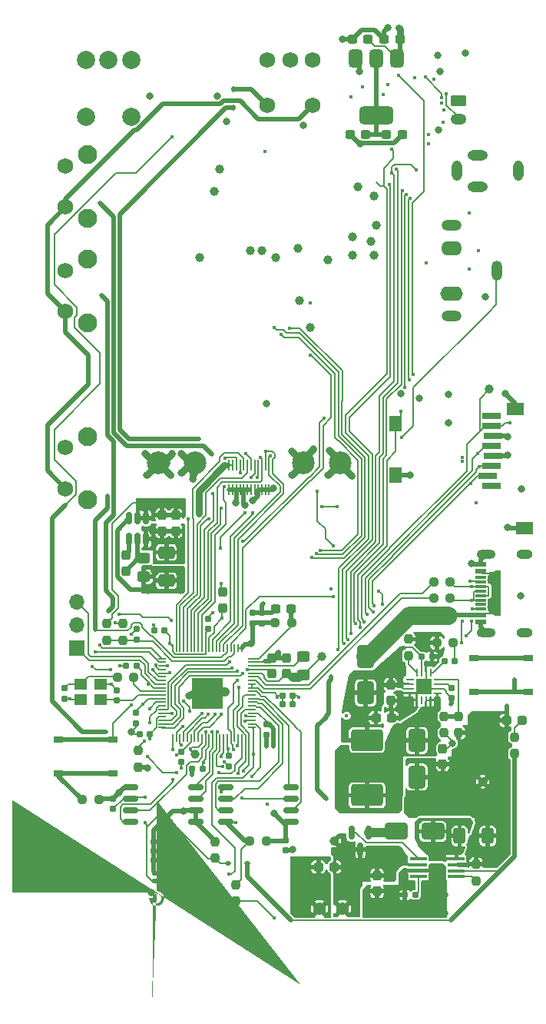
<source format=gbl>
%TF.GenerationSoftware,KiCad,Pcbnew,9.0.0*%
%TF.CreationDate,2025-06-22T14:00:25-06:00*%
%TF.ProjectId,OSS Radio Hardware Design,4f535320-5261-4646-996f-204861726477,rev?*%
%TF.SameCoordinates,Original*%
%TF.FileFunction,Copper,L4,Bot*%
%TF.FilePolarity,Positive*%
%FSLAX46Y46*%
G04 Gerber Fmt 4.6, Leading zero omitted, Abs format (unit mm)*
G04 Created by KiCad (PCBNEW 9.0.0) date 2025-06-22 14:00:25*
%MOMM*%
%LPD*%
G01*
G04 APERTURE LIST*
G04 Aperture macros list*
%AMRoundRect*
0 Rectangle with rounded corners*
0 $1 Rounding radius*
0 $2 $3 $4 $5 $6 $7 $8 $9 X,Y pos of 4 corners*
0 Add a 4 corners polygon primitive as box body*
4,1,4,$2,$3,$4,$5,$6,$7,$8,$9,$2,$3,0*
0 Add four circle primitives for the rounded corners*
1,1,$1+$1,$2,$3*
1,1,$1+$1,$4,$5*
1,1,$1+$1,$6,$7*
1,1,$1+$1,$8,$9*
0 Add four rect primitives between the rounded corners*
20,1,$1+$1,$2,$3,$4,$5,0*
20,1,$1+$1,$4,$5,$6,$7,0*
20,1,$1+$1,$6,$7,$8,$9,0*
20,1,$1+$1,$8,$9,$2,$3,0*%
%AMFreePoly0*
4,1,64,0.031746,0.146090,0.079590,0.146090,0.235711,0.115036,0.382774,0.054120,0.515127,-0.034316,0.627684,-0.146873,0.716120,-0.279226,0.777036,-0.426289,0.808090,-0.582410,0.808090,-0.741590,0.777036,-0.897711,0.716120,-1.044774,0.627684,-1.177127,0.515127,-1.289684,0.382774,-1.378120,0.235711,-1.439036,0.079590,-1.470090,-0.079590,-1.470090,-0.235711,-1.439036,-0.382774,-1.378120,
-0.515127,-1.289684,-0.627684,-1.177127,-0.716120,-1.044774,-0.777036,-0.897711,-0.808090,-0.741590,-0.808090,-0.594594,-0.512000,-0.594594,-0.512000,-0.729406,-0.477108,-0.859625,-0.409702,-0.976375,-0.314375,-1.071702,-0.197625,-1.139108,-0.067406,-1.174000,0.067406,-1.174000,0.197625,-1.139108,0.314375,-1.071702,0.409702,-0.976375,0.477108,-0.859625,0.512000,-0.729406,0.512000,-0.594594,
0.477108,-0.464375,0.409702,-0.347625,0.314375,-0.252298,0.197625,-0.184892,0.067406,-0.150000,-0.067406,-0.150000,-0.197625,-0.184892,-0.314375,-0.252298,-0.409702,-0.347625,-0.477108,-0.464375,-0.512000,-0.594594,-0.808090,-0.594594,-0.808090,-0.582410,-0.777036,-0.426289,-0.716120,-0.279226,-0.627684,-0.146873,-0.515127,-0.034316,-0.382774,0.054120,-0.235711,0.115036,-0.079590,0.146090,
-0.031746,0.146090,-0.029264,0.147118,0.029264,0.147118,0.031746,0.146090,0.031746,0.146090,$1*%
G04 Aperture macros list end*
%TA.AperFunction,SMDPad,CuDef*%
%ADD10RoundRect,0.237500X0.237500X-0.250000X0.237500X0.250000X-0.237500X0.250000X-0.237500X-0.250000X0*%
%TD*%
%TA.AperFunction,SMDPad,CuDef*%
%ADD11RoundRect,0.155000X-0.155000X0.212500X-0.155000X-0.212500X0.155000X-0.212500X0.155000X0.212500X0*%
%TD*%
%TA.AperFunction,SMDPad,CuDef*%
%ADD12R,1.000000X0.750000*%
%TD*%
%TA.AperFunction,SMDPad,CuDef*%
%ADD13RoundRect,0.237500X0.250000X0.237500X-0.250000X0.237500X-0.250000X-0.237500X0.250000X-0.237500X0*%
%TD*%
%TA.AperFunction,ComponentPad*%
%ADD14O,2.200000X1.200000*%
%TD*%
%TA.AperFunction,ComponentPad*%
%ADD15O,2.300000X1.600000*%
%TD*%
%TA.AperFunction,ComponentPad*%
%ADD16O,1.200000X2.200000*%
%TD*%
%TA.AperFunction,ComponentPad*%
%ADD17O,2.500000X1.600000*%
%TD*%
%TA.AperFunction,SMDPad,CuDef*%
%ADD18C,1.000000*%
%TD*%
%TA.AperFunction,SMDPad,CuDef*%
%ADD19RoundRect,0.250000X-1.000000X-0.650000X1.000000X-0.650000X1.000000X0.650000X-1.000000X0.650000X0*%
%TD*%
%TA.AperFunction,SMDPad,CuDef*%
%ADD20RoundRect,0.237500X-0.300000X-0.237500X0.300000X-0.237500X0.300000X0.237500X-0.300000X0.237500X0*%
%TD*%
%TA.AperFunction,SMDPad,CuDef*%
%ADD21RoundRect,0.237500X-0.237500X0.250000X-0.237500X-0.250000X0.237500X-0.250000X0.237500X0.250000X0*%
%TD*%
%TA.AperFunction,SMDPad,CuDef*%
%ADD22RoundRect,0.155000X0.155000X-0.212500X0.155000X0.212500X-0.155000X0.212500X-0.155000X-0.212500X0*%
%TD*%
%TA.AperFunction,SMDPad,CuDef*%
%ADD23RoundRect,0.155000X-0.212500X-0.155000X0.212500X-0.155000X0.212500X0.155000X-0.212500X0.155000X0*%
%TD*%
%TA.AperFunction,SMDPad,CuDef*%
%ADD24RoundRect,0.162500X-0.650000X-0.162500X0.650000X-0.162500X0.650000X0.162500X-0.650000X0.162500X0*%
%TD*%
%TA.AperFunction,SMDPad,CuDef*%
%ADD25RoundRect,0.150000X-0.150000X0.512500X-0.150000X-0.512500X0.150000X-0.512500X0.150000X0.512500X0*%
%TD*%
%TA.AperFunction,SMDPad,CuDef*%
%ADD26RoundRect,0.250000X0.650000X-1.000000X0.650000X1.000000X-0.650000X1.000000X-0.650000X-1.000000X0*%
%TD*%
%TA.AperFunction,ComponentPad*%
%ADD27C,2.100000*%
%TD*%
%TA.AperFunction,ComponentPad*%
%ADD28C,1.750000*%
%TD*%
%TA.AperFunction,SMDPad,CuDef*%
%ADD29C,2.500000*%
%TD*%
%TA.AperFunction,SMDPad,CuDef*%
%ADD30RoundRect,0.250000X-1.500000X0.925000X-1.500000X-0.925000X1.500000X-0.925000X1.500000X0.925000X0*%
%TD*%
%TA.AperFunction,ComponentPad*%
%ADD31C,2.000000*%
%TD*%
%TA.AperFunction,SMDPad,CuDef*%
%ADD32R,1.400000X1.200000*%
%TD*%
%TA.AperFunction,SMDPad,CuDef*%
%ADD33RoundRect,0.155000X0.212500X0.155000X-0.212500X0.155000X-0.212500X-0.155000X0.212500X-0.155000X0*%
%TD*%
%TA.AperFunction,SMDPad,CuDef*%
%ADD34RoundRect,0.237500X0.237500X-0.300000X0.237500X0.300000X-0.237500X0.300000X-0.237500X-0.300000X0*%
%TD*%
%TA.AperFunction,ComponentPad*%
%ADD35R,1.700000X1.700000*%
%TD*%
%TA.AperFunction,ComponentPad*%
%ADD36O,1.700000X1.700000*%
%TD*%
%TA.AperFunction,SMDPad,CuDef*%
%ADD37RoundRect,0.237500X-0.237500X0.300000X-0.237500X-0.300000X0.237500X-0.300000X0.237500X0.300000X0*%
%TD*%
%TA.AperFunction,SMDPad,CuDef*%
%ADD38R,1.240000X0.600000*%
%TD*%
%TA.AperFunction,SMDPad,CuDef*%
%ADD39R,1.240000X0.300000*%
%TD*%
%TA.AperFunction,HeatsinkPad*%
%ADD40O,1.800000X1.000000*%
%TD*%
%TA.AperFunction,HeatsinkPad*%
%ADD41O,2.100000X1.000000*%
%TD*%
%TA.AperFunction,SMDPad,CuDef*%
%ADD42R,1.828800X0.457200*%
%TD*%
%TA.AperFunction,SMDPad,CuDef*%
%ADD43RoundRect,0.250000X0.450000X-0.325000X0.450000X0.325000X-0.450000X0.325000X-0.450000X-0.325000X0*%
%TD*%
%TA.AperFunction,ComponentPad*%
%ADD44RoundRect,0.250000X-0.625000X0.350000X-0.625000X-0.350000X0.625000X-0.350000X0.625000X0.350000X0*%
%TD*%
%TA.AperFunction,ComponentPad*%
%ADD45O,1.750000X1.200000*%
%TD*%
%TA.AperFunction,SMDPad,CuDef*%
%ADD46RoundRect,0.237500X0.300000X0.237500X-0.300000X0.237500X-0.300000X-0.237500X0.300000X-0.237500X0*%
%TD*%
%TA.AperFunction,SMDPad,CuDef*%
%ADD47RoundRect,0.250000X0.650000X-0.412500X0.650000X0.412500X-0.650000X0.412500X-0.650000X-0.412500X0*%
%TD*%
%TA.AperFunction,SMDPad,CuDef*%
%ADD48RoundRect,0.237500X-0.250000X-0.237500X0.250000X-0.237500X0.250000X0.237500X-0.250000X0.237500X0*%
%TD*%
%TA.AperFunction,SMDPad,CuDef*%
%ADD49R,0.203200X1.143000*%
%TD*%
%TA.AperFunction,SMDPad,CuDef*%
%ADD50RoundRect,0.112500X0.187500X0.112500X-0.187500X0.112500X-0.187500X-0.112500X0.187500X-0.112500X0*%
%TD*%
%TA.AperFunction,ComponentPad*%
%ADD51O,1.108000X2.216000*%
%TD*%
%TA.AperFunction,ComponentPad*%
%ADD52O,2.216000X1.108000*%
%TD*%
%TA.AperFunction,SMDPad,CuDef*%
%ADD53R,2.000000X0.800000*%
%TD*%
%TA.AperFunction,SMDPad,CuDef*%
%ADD54R,1.400000X1.800000*%
%TD*%
%TA.AperFunction,SMDPad,CuDef*%
%ADD55R,1.900000X1.400000*%
%TD*%
%TA.AperFunction,SMDPad,CuDef*%
%ADD56RoundRect,0.150000X-0.150000X0.587500X-0.150000X-0.587500X0.150000X-0.587500X0.150000X0.587500X0*%
%TD*%
%TA.AperFunction,SMDPad,CuDef*%
%ADD57RoundRect,0.375000X-0.375000X0.625000X-0.375000X-0.625000X0.375000X-0.625000X0.375000X0.625000X0*%
%TD*%
%TA.AperFunction,SMDPad,CuDef*%
%ADD58RoundRect,0.500000X-1.400000X0.500000X-1.400000X-0.500000X1.400000X-0.500000X1.400000X0.500000X0*%
%TD*%
%TA.AperFunction,SMDPad,CuDef*%
%ADD59RoundRect,0.237500X0.287500X0.237500X-0.287500X0.237500X-0.287500X-0.237500X0.287500X-0.237500X0*%
%TD*%
%TA.AperFunction,SMDPad,CuDef*%
%ADD60RoundRect,0.112500X0.112500X-0.187500X0.112500X0.187500X-0.112500X0.187500X-0.112500X-0.187500X0*%
%TD*%
%TA.AperFunction,SMDPad,CuDef*%
%ADD61RoundRect,0.250000X-0.450000X0.325000X-0.450000X-0.325000X0.450000X-0.325000X0.450000X0.325000X0*%
%TD*%
%TA.AperFunction,SMDPad,CuDef*%
%ADD62R,0.914400X0.254000*%
%TD*%
%TA.AperFunction,SMDPad,CuDef*%
%ADD63R,0.254000X0.914400*%
%TD*%
%TA.AperFunction,SMDPad,CuDef*%
%ADD64R,1.752600X1.752600*%
%TD*%
%TA.AperFunction,SMDPad,CuDef*%
%ADD65RoundRect,0.130500X0.169500X0.130500X-0.169500X0.130500X-0.169500X-0.130500X0.169500X-0.130500X0*%
%TD*%
%TA.AperFunction,SMDPad,CuDef*%
%ADD66FreePoly0,90.000000*%
%TD*%
%TA.AperFunction,SMDPad,CuDef*%
%ADD67RoundRect,0.250000X0.400000X0.625000X-0.400000X0.625000X-0.400000X-0.625000X0.400000X-0.625000X0*%
%TD*%
%TA.AperFunction,ComponentPad*%
%ADD68C,1.400000*%
%TD*%
%TA.AperFunction,SMDPad,CuDef*%
%ADD69RoundRect,0.050000X0.050000X-0.350000X0.050000X0.350000X-0.050000X0.350000X-0.050000X-0.350000X0*%
%TD*%
%TA.AperFunction,SMDPad,CuDef*%
%ADD70RoundRect,0.050000X0.350000X-0.050000X0.350000X0.050000X-0.350000X0.050000X-0.350000X-0.050000X0*%
%TD*%
%TA.AperFunction,HeatsinkPad*%
%ADD71R,3.400000X3.400000*%
%TD*%
%TA.AperFunction,ViaPad*%
%ADD72C,1.000000*%
%TD*%
%TA.AperFunction,ViaPad*%
%ADD73C,0.400000*%
%TD*%
%TA.AperFunction,ViaPad*%
%ADD74C,0.800000*%
%TD*%
%TA.AperFunction,ViaPad*%
%ADD75C,0.600000*%
%TD*%
%TA.AperFunction,Conductor*%
%ADD76C,0.500000*%
%TD*%
%TA.AperFunction,Conductor*%
%ADD77C,0.200000*%
%TD*%
%TA.AperFunction,Conductor*%
%ADD78C,0.750000*%
%TD*%
%TA.AperFunction,Conductor*%
%ADD79C,1.000000*%
%TD*%
%TA.AperFunction,Conductor*%
%ADD80C,2.000000*%
%TD*%
G04 APERTURE END LIST*
D10*
%TO.P,R3,1*%
%TO.N,Net-(R3-Pad1)*%
X81000000Y-143662500D03*
%TO.P,R3,2*%
%TO.N,Net-(U1-~{CS})*%
X81000000Y-141837500D03*
%TD*%
D11*
%TO.P,C14,1*%
%TO.N,GND*%
X82875000Y-111932500D03*
%TO.P,C14,2*%
%TO.N,3V3_MCU*%
X82875000Y-113067500D03*
%TD*%
D12*
%TO.P,SW_RESET1,1,1*%
%TO.N,Net-(R7-Pad2)*%
X61500000Y-129625000D03*
X67500000Y-129625000D03*
%TO.P,SW_RESET1,2,2*%
%TO.N,Net-(U7-RUN)*%
X61500000Y-125875000D03*
X67500000Y-125875000D03*
%TD*%
D13*
%TO.P,R1,1*%
%TO.N,3V3_MCU*%
X84412500Y-137000000D03*
%TO.P,R1,2*%
%TO.N,Net-(U1-~{CS})*%
X82587500Y-137000000D03*
%TD*%
D14*
%TO.P,J8,R*%
%TO.N,Net-(D36-A1)*%
X104775000Y-69250000D03*
D15*
%TO.P,J8,RN*%
%TO.N,N/C*%
X104775000Y-71750000D03*
D16*
%TO.P,J8,S*%
%TO.N,HEADSET_PTT*%
X109775000Y-74250000D03*
D14*
%TO.P,J8,T*%
%TO.N,Net-(J8-PadT)*%
X104775000Y-79250000D03*
D17*
%TO.P,J8,TN*%
%TO.N,HEADSET_CONN*%
X104775000Y-76750000D03*
%TD*%
D12*
%TO.P,SW_BOOTSEL1,1,1*%
%TO.N,GND*%
X107250000Y-120625000D03*
X113250000Y-120625000D03*
%TO.P,SW_BOOTSEL1,2,2*%
%TO.N,Net-(R3-Pad1)*%
X107250000Y-116875000D03*
X113250000Y-116875000D03*
%TD*%
D18*
%TO.P,TP15,1,1*%
%TO.N,FLASH_SDO*%
X109000000Y-87250000D03*
%TD*%
D19*
%TO.P,D55,1,K*%
%TO.N,Net-(D55-K)*%
X98752400Y-135980700D03*
%TO.P,D55,2,A*%
%TO.N,Net-(D55-A)*%
X102752400Y-135980700D03*
%TD*%
D20*
%TO.P,C78,1*%
%TO.N,GND*%
X93637500Y-59250000D03*
%TO.P,C78,2*%
%TO.N,1V8_AUDIO*%
X95362500Y-59250000D03*
%TD*%
D21*
%TO.P,R38,1*%
%TO.N,Net-(U10-FB)*%
X104000000Y-123312500D03*
%TO.P,R38,2*%
%TO.N,GND*%
X104000000Y-125137500D03*
%TD*%
D22*
%TO.P,C1,1*%
%TO.N,GND*%
X86500000Y-138067500D03*
%TO.P,C1,2*%
%TO.N,3V3_MCU*%
X86500000Y-136932500D03*
%TD*%
D23*
%TO.P,C47,1*%
%TO.N,3V3_MCU*%
X71932500Y-139136000D03*
%TO.P,C47,2*%
%TO.N,GND*%
X73067500Y-139136000D03*
%TD*%
D24*
%TO.P,U1,1,~{CS}*%
%TO.N,Net-(U1-~{CS})*%
X79912500Y-134905000D03*
%TO.P,U1,2,DO/IO_{1}*%
%TO.N,Net-(U1-DO{slash}IO_{1})*%
X79912500Y-133635000D03*
%TO.P,U1,3,~{WP}/IO_{2}*%
%TO.N,Net-(U1-~{WP}{slash}IO_{2})*%
X79912500Y-132365000D03*
%TO.P,U1,4,GND*%
%TO.N,GND*%
X79912500Y-131095000D03*
%TO.P,U1,5,DI/IO_{0}*%
%TO.N,Net-(U1-DI{slash}IO_{0})*%
X87087500Y-131095000D03*
%TO.P,U1,6,CLK*%
%TO.N,Net-(U1-CLK)*%
X87087500Y-132365000D03*
%TO.P,U1,7,~{HOLD}/~{RESET}/IO_{3}*%
%TO.N,Net-(U1-~{HOLD}{slash}~{RESET}{slash}IO_{3})*%
X87087500Y-133635000D03*
%TO.P,U1,8,VCC*%
%TO.N,3V3_MCU*%
X87087500Y-134905000D03*
%TD*%
%TO.P,U5,1,~{CS}*%
%TO.N,FLASH_CS*%
X69412500Y-134905000D03*
%TO.P,U5,2,DO/IO_{1}*%
%TO.N,FLASH_SDO*%
X69412500Y-133635000D03*
%TO.P,U5,3,~{WP}/IO_{2}*%
%TO.N,3V3_MCU*%
X69412500Y-132365000D03*
%TO.P,U5,4,GND*%
%TO.N,GND*%
X69412500Y-131095000D03*
%TO.P,U5,5,DI/IO_{0}*%
%TO.N,DISPLAY_SDI*%
X76587500Y-131095000D03*
%TO.P,U5,6,CLK*%
%TO.N,DISPLAY_SCLK*%
X76587500Y-132365000D03*
%TO.P,U5,7,~{HOLD}/~{RESET}/IO_{3}*%
%TO.N,3V3_MCU*%
X76587500Y-133635000D03*
%TO.P,U5,8,VCC*%
X76587500Y-134905000D03*
%TD*%
D25*
%TO.P,U4,1,FB*%
%TO.N,3V3_MCU*%
X69250000Y-101512500D03*
%TO.P,U4,2,EN*%
%TO.N,V_BAT*%
X70200000Y-101512500D03*
%TO.P,U4,3,IN*%
X71150000Y-101512500D03*
%TO.P,U4,4,GND*%
%TO.N,GND*%
X71150000Y-103787500D03*
%TO.P,U4,5,SW*%
%TO.N,Net-(U4-SW)*%
X70200000Y-103787500D03*
%TO.P,U4,6,BST*%
%TO.N,Net-(U4-BST)*%
X69250000Y-103787500D03*
%TD*%
D10*
%TO.P,R50,1*%
%TO.N,3V3_MCU*%
X70250000Y-128912500D03*
%TO.P,R50,2*%
%TO.N,Net-(U7-GPIO26)*%
X70250000Y-127087500D03*
%TD*%
D26*
%TO.P,D30,1,K*%
%TO.N,Net-(D30-K)*%
X95337500Y-120725000D03*
%TO.P,D30,2,A*%
%TO.N,5V_USB*%
X95337500Y-116725000D03*
%TD*%
D27*
%TO.P,SW_SIDE1,*%
%TO.N,*%
X64702500Y-61475000D03*
X64702500Y-68485000D03*
D28*
%TO.P,SW_SIDE1,1,1*%
%TO.N,Net-(D20-A)*%
X62212500Y-62725000D03*
%TO.P,SW_SIDE1,2,2*%
%TO.N,BTN_MTX_D*%
X62212500Y-67225000D03*
%TD*%
D29*
%TO.P,TP2,1,1*%
%TO.N,GND*%
X92499999Y-95399800D03*
%TD*%
D18*
%TO.P,TP12,1,1*%
%TO.N,5V_USB*%
X100750000Y-112500000D03*
%TD*%
D29*
%TO.P,TP4,1,1*%
%TO.N,V_BAT*%
X76499999Y-95399800D03*
%TD*%
D30*
%TO.P,L3,1,1*%
%TO.N,Net-(D30-K)*%
X95500000Y-125950000D03*
%TO.P,L3,2,2*%
%TO.N,Net-(D54-A)*%
X95500000Y-132000000D03*
%TD*%
D31*
%TO.P,U11,1*%
%TO.N,3V3_MCU*%
X64500000Y-51000000D03*
%TO.P,U11,2*%
%TO.N,POT_VOLUME*%
X67000000Y-51000000D03*
%TO.P,U11,3*%
%TO.N,GND*%
X69500000Y-51000000D03*
%TO.P,U11,4*%
%TO.N,V_BAT_RAW*%
X64500000Y-57250000D03*
%TO.P,U11,5*%
%TO.N,V_BAT*%
X69500000Y-57250000D03*
%TD*%
D32*
%TO.P,Y1,1,1*%
%TO.N,Net-(U7-XIN)*%
X66100000Y-121500000D03*
%TO.P,Y1,2,2*%
%TO.N,GND*%
X63900000Y-121500000D03*
%TO.P,Y1,3,3*%
%TO.N,Net-(C15-Pad2)*%
X63900000Y-119800000D03*
%TO.P,Y1,4,4*%
%TO.N,GND*%
X66100000Y-119800000D03*
%TD*%
D33*
%TO.P,C52,1*%
%TO.N,GND*%
X102655000Y-116725000D03*
%TO.P,C52,2*%
%TO.N,Net-(D30-K)*%
X101520000Y-116725000D03*
%TD*%
D34*
%TO.P,C4,1*%
%TO.N,1V1_MCU*%
X86570000Y-118612500D03*
%TO.P,C4,2*%
%TO.N,GND*%
X86570000Y-116887500D03*
%TD*%
D22*
%TO.P,C7,1*%
%TO.N,Net-(U7-GPIO47_ADC7)*%
X70080000Y-114817500D03*
%TO.P,C7,2*%
%TO.N,GND*%
X70080000Y-113682500D03*
%TD*%
D29*
%TO.P,TP3,1,1*%
%TO.N,GND*%
X72499999Y-95399800D03*
%TD*%
D22*
%TO.P,C11,1*%
%TO.N,GND*%
X70010000Y-124067500D03*
%TO.P,C11,2*%
%TO.N,3V3_MCU*%
X70010000Y-122932500D03*
%TD*%
D35*
%TO.P,J1,1,Pin_1*%
%TO.N,Net-(J1-Pin_1)*%
X63500000Y-115775000D03*
D36*
%TO.P,J1,2,Pin_2*%
%TO.N,GND*%
X63500000Y-113235000D03*
%TO.P,J1,3,Pin_3*%
%TO.N,Net-(J1-Pin_3)*%
X63500000Y-110695000D03*
%TD*%
D37*
%TO.P,C97,1*%
%TO.N,V_BAT*%
X72895000Y-101175000D03*
%TO.P,C97,2*%
%TO.N,GND*%
X72895000Y-102900000D03*
%TD*%
D29*
%TO.P,TP1,1,1*%
%TO.N,V_BAT*%
X88499999Y-95399800D03*
%TD*%
D22*
%TO.P,C15,1*%
%TO.N,GND*%
X62100000Y-121367500D03*
%TO.P,C15,2*%
%TO.N,Net-(C15-Pad2)*%
X62100000Y-120232500D03*
%TD*%
D38*
%TO.P,J2,A1,GND*%
%TO.N,GND*%
X108050000Y-106550000D03*
%TO.P,J2,A4,VBUS*%
%TO.N,5V_USB*%
X108050000Y-107350000D03*
D39*
%TO.P,J2,A5,CC1*%
%TO.N,Net-(J2-CC1)*%
X108050000Y-108500000D03*
%TO.P,J2,A6,D+*%
%TO.N,Net-(J2-D+-PadA6)*%
X108050000Y-109500000D03*
%TO.P,J2,A7,D-*%
%TO.N,Net-(J2-D--PadA7)*%
X108050000Y-110000000D03*
%TO.P,J2,A8*%
%TO.N,N/C*%
X108050000Y-111000000D03*
D38*
%TO.P,J2,A9,VBUS*%
%TO.N,5V_USB*%
X108050000Y-112150000D03*
%TO.P,J2,A12,GND*%
%TO.N,GND*%
X108050000Y-112950000D03*
%TO.P,J2,B1,GND*%
X108050000Y-112950000D03*
%TO.P,J2,B4,VBUS*%
%TO.N,5V_USB*%
X108050000Y-112150000D03*
D39*
%TO.P,J2,B5,CC2*%
%TO.N,Net-(J2-CC2)*%
X108050000Y-111500000D03*
%TO.P,J2,B6,D+*%
%TO.N,Net-(J2-D+-PadA6)*%
X108050000Y-110500000D03*
%TO.P,J2,B7,D-*%
%TO.N,Net-(J2-D--PadA7)*%
X108050000Y-109000000D03*
%TO.P,J2,B8*%
%TO.N,N/C*%
X108050000Y-108000000D03*
D38*
%TO.P,J2,B9,VBUS*%
%TO.N,5V_USB*%
X108050000Y-107350000D03*
%TO.P,J2,B12,GND*%
%TO.N,GND*%
X108050000Y-106550000D03*
D40*
%TO.P,J2,S1,SHIELD*%
X112850000Y-105430000D03*
D41*
X108650000Y-105430000D03*
D40*
X112850000Y-114070000D03*
D41*
X108650000Y-114070000D03*
%TD*%
D10*
%TO.P,R18,1*%
%TO.N,Net-(U7-GPIO47_ADC7)*%
X68580000Y-114912500D03*
%TO.P,R18,2*%
%TO.N,GND*%
X68580000Y-113087500D03*
%TD*%
D18*
%TO.P,TP8,1,1*%
%TO.N,AUDIOAMP_MASTERCLK*%
X76500000Y-127500000D03*
%TD*%
D11*
%TO.P,C12,1*%
%TO.N,GND*%
X78000000Y-112532500D03*
%TO.P,C12,2*%
%TO.N,3V3_MCU*%
X78000000Y-113667500D03*
%TD*%
D23*
%TO.P,C37,1*%
%TO.N,3V3_MCU*%
X86182500Y-121000000D03*
%TO.P,C37,2*%
%TO.N,GND*%
X87317500Y-121000000D03*
%TD*%
%TO.P,C68,1*%
%TO.N,GND*%
X70442500Y-125250000D03*
%TO.P,C68,2*%
%TO.N,3V3_MCU*%
X71577500Y-125250000D03*
%TD*%
D42*
%TO.P,U9,1,SENSE*%
%TO.N,Net-(D55-A)*%
X105347900Y-139005701D03*
%TO.P,U9,2,VDD*%
%TO.N,V_CHG*%
X105347900Y-139655699D03*
%TO.P,U9,3,STAT1*%
%TO.N,Net-(D59-K)*%
X105347900Y-140305701D03*
%TO.P,U9,4,EN*%
%TO.N,Net-(U9-EN)*%
X105347900Y-140955699D03*
%TO.P,U9,5,TIMER*%
%TO.N,Net-(U9-TIMER)*%
X101156900Y-140955699D03*
%TO.P,U9,6,VSS*%
%TO.N,GND*%
X101156900Y-140305701D03*
%TO.P,U9,7,VBAT*%
%TO.N,V_BAT_RAW*%
X101156900Y-139655699D03*
%TO.P,U9,8,DRV*%
%TO.N,Net-(Q2-G)*%
X101156900Y-139005701D03*
%TD*%
D34*
%TO.P,C51,1*%
%TO.N,GND*%
X98087500Y-121587500D03*
%TO.P,C51,2*%
%TO.N,Net-(D30-K)*%
X98087500Y-119862500D03*
%TD*%
D18*
%TO.P,TP11,1,1*%
%TO.N,1V1_MCU*%
X90500000Y-116750000D03*
%TD*%
D23*
%TO.P,C43,1*%
%TO.N,3V3_MCU*%
X71932500Y-137136000D03*
%TO.P,C43,2*%
%TO.N,GND*%
X73067500Y-137136000D03*
%TD*%
D21*
%TO.P,R17,1*%
%TO.N,V_BAT*%
X66830000Y-113087500D03*
%TO.P,R17,2*%
%TO.N,Net-(U7-GPIO47_ADC7)*%
X66830000Y-114912500D03*
%TD*%
D20*
%TO.P,C58,1*%
%TO.N,Net-(D30-K)*%
X96475000Y-123475000D03*
%TO.P,C58,2*%
%TO.N,GND*%
X98200000Y-123475000D03*
%TD*%
D43*
%TO.P,L1,1,1*%
%TO.N,1V1_MCU*%
X88500000Y-118775000D03*
%TO.P,L1,2,2*%
%TO.N,Net-(U7-VREG_LX)*%
X88500000Y-116725000D03*
%TD*%
D10*
%TO.P,R28,1*%
%TO.N,CHGR_STAT*%
X78750000Y-138912500D03*
%TO.P,R28,2*%
%TO.N,3V3_MCU*%
X78750000Y-137087500D03*
%TD*%
D44*
%TO.P,J6,1,Pin_1*%
%TO.N,Net-(J6-Pin_1)*%
X105550000Y-55500000D03*
D45*
%TO.P,J6,2,Pin_2*%
%TO.N,Net-(J6-Pin_2)*%
X105550000Y-57500000D03*
%TD*%
D46*
%TO.P,C54,1*%
%TO.N,V_BAT_RAW*%
X91862500Y-139900000D03*
%TO.P,C54,2*%
%TO.N,GND*%
X90137500Y-139900000D03*
%TD*%
D47*
%TO.P,C99,1*%
%TO.N,3V3_MCU*%
X73395000Y-108375000D03*
%TO.P,C99,2*%
%TO.N,GND*%
X73395000Y-105250000D03*
%TD*%
D48*
%TO.P,R4,1*%
%TO.N,USB_DP*%
X102837500Y-110250000D03*
%TO.P,R4,2*%
%TO.N,Net-(J2-D+-PadA6)*%
X104662500Y-110250000D03*
%TD*%
D49*
%TO.P,J5,1,1*%
%TO.N,V_BAT*%
X84700001Y-98320000D03*
%TO.P,J5,2,2*%
X84299999Y-98320000D03*
%TO.P,J5,3,3*%
X83900000Y-98320000D03*
%TO.P,J5,4,4*%
X83500001Y-98320000D03*
%TO.P,J5,5,5*%
X83099999Y-98320000D03*
%TO.P,J5,6,6*%
%TO.N,GND*%
X82700000Y-98320000D03*
%TO.P,J5,7,7*%
X82300000Y-98320000D03*
%TO.P,J5,8,8*%
X81900001Y-98320000D03*
%TO.P,J5,9,9*%
X81499999Y-98320000D03*
%TO.P,J5,10,10*%
X81100000Y-98320000D03*
%TO.P,J5,11,11*%
X80700001Y-98320000D03*
%TO.P,J5,12,12*%
X80299999Y-98320000D03*
%TO.P,J5,13,13*%
%TO.N,AUDIOAMP_I2C_SDA*%
X84700001Y-95680000D03*
%TO.P,J5,14,14*%
%TO.N,AUDIOAMP_I2C_SCL*%
X84299999Y-95680000D03*
%TO.P,J5,15,15*%
%TO.N,RF_SCLK*%
X83900000Y-95680000D03*
%TO.P,J5,16,16*%
%TO.N,RF_SDI*%
X83500001Y-95680000D03*
%TO.P,J5,17,17*%
%TO.N,RF_SDO*%
X83099999Y-95680000D03*
%TO.P,J5,18,18*%
%TO.N,RF_SEL*%
X82700000Y-95680000D03*
%TO.P,J5,19,19*%
%TO.N,RF_GPIO0*%
X82300000Y-95680000D03*
%TO.P,J5,20,20*%
%TO.N,RF_GPIO1*%
X81900001Y-95680000D03*
%TO.P,J5,21,21*%
%TO.N,RF_GPIO2*%
X81499999Y-95680000D03*
%TO.P,J5,22,22*%
%TO.N,RF_GPIO3*%
X81100000Y-95680000D03*
%TO.P,J5,23,23*%
%TO.N,3V3_MCU*%
X80700001Y-95680000D03*
%TO.P,J5,24,24*%
X80299999Y-95680000D03*
%TD*%
D22*
%TO.P,C67,1*%
%TO.N,GND*%
X75000000Y-128317500D03*
%TO.P,C67,2*%
%TO.N,3V3_MCU*%
X75000000Y-127182500D03*
%TD*%
D21*
%TO.P,R36,1*%
%TO.N,GND*%
X100087500Y-114812500D03*
%TO.P,R36,2*%
%TO.N,Net-(U10-RT)*%
X100087500Y-116637500D03*
%TD*%
D11*
%TO.P,C19,1*%
%TO.N,GND*%
X67900000Y-120432500D03*
%TO.P,C19,2*%
%TO.N,Net-(U7-XIN)*%
X67900000Y-121567500D03*
%TD*%
D33*
%TO.P,C61,1*%
%TO.N,Net-(C61-Pad1)*%
X105155000Y-117225000D03*
%TO.P,C61,2*%
%TO.N,Net-(U10-COMP)*%
X104020000Y-117225000D03*
%TD*%
D50*
%TO.P,D59,1,K*%
%TO.N,Net-(D59-K)*%
X82300000Y-139500000D03*
%TO.P,D59,2,A*%
%TO.N,CHGR_STAT*%
X80200000Y-139500000D03*
%TD*%
D51*
%TO.P,J7,1*%
%TO.N,GND*%
X112175000Y-63250000D03*
D52*
%TO.P,J7,2*%
%TO.N,Net-(C79-Pad2)*%
X107675000Y-65000000D03*
%TO.P,J7,3*%
X107675000Y-61500000D03*
D51*
%TO.P,J7,4*%
%TO.N,GND*%
X105375000Y-63250000D03*
%TD*%
D53*
%TO.P,J4,1,DAT2*%
%TO.N,unconnected-(J4-DAT2-Pad1)*%
X109225000Y-97940000D03*
%TO.P,J4,2,CD/DAT3*%
%TO.N,SD_CS*%
X108825000Y-96840000D03*
%TO.P,J4,3,CMD*%
%TO.N,DISPLAY_SDI*%
X109225000Y-95740000D03*
%TO.P,J4,4,VDD*%
%TO.N,3V3_MCU*%
X109425000Y-94640000D03*
%TO.P,J4,5,CLK*%
%TO.N,DISPLAY_SCLK*%
X109225000Y-93540000D03*
%TO.P,J4,6,VSS*%
%TO.N,GND*%
X109425000Y-92440000D03*
%TO.P,J4,7,DAT0*%
%TO.N,FLASH_SDO*%
X109225000Y-91340000D03*
%TO.P,J4,8,DAT1*%
%TO.N,unconnected-(J4-DAT1-Pad8)*%
X109225000Y-90240000D03*
D54*
%TO.P,J4,9,CD1*%
%TO.N,SD_CARD_DETECT*%
X98675000Y-91050000D03*
%TO.P,J4,10,CD2*%
%TO.N,GND*%
X98675000Y-96750000D03*
D55*
%TO.P,J4,11,GND*%
X111825000Y-89450000D03*
%TO.P,J4,12,GND__1*%
X112825000Y-102600000D03*
%TD*%
D23*
%TO.P,C9,1*%
%TO.N,GND*%
X72012500Y-113800000D03*
%TO.P,C9,2*%
%TO.N,3V3_MCU*%
X73147500Y-113800000D03*
%TD*%
D33*
%TO.P,C55,1*%
%TO.N,Net-(U9-TIMER)*%
X100819900Y-142980700D03*
%TO.P,C55,2*%
%TO.N,GND*%
X99684900Y-142980700D03*
%TD*%
D13*
%TO.P,R39,1*%
%TO.N,Net-(C61-Pad1)*%
X105000000Y-115225000D03*
%TO.P,R39,2*%
%TO.N,GND*%
X103175000Y-115225000D03*
%TD*%
D10*
%TO.P,R37,1*%
%TO.N,V_CHG*%
X105605000Y-125137500D03*
%TO.P,R37,2*%
%TO.N,Net-(U10-FB)*%
X105605000Y-123312500D03*
%TD*%
D56*
%TO.P,Q2,1,G*%
%TO.N,Net-(Q2-G)*%
X93802400Y-136105700D03*
%TO.P,Q2,2,S*%
%TO.N,Net-(D55-K)*%
X95702400Y-136105700D03*
%TO.P,Q2,3,D*%
%TO.N,V_BAT_RAW*%
X94752400Y-137980700D03*
%TD*%
D10*
%TO.P,R29,1*%
%TO.N,Net-(U9-EN)*%
X107500000Y-141412500D03*
%TO.P,R29,2*%
%TO.N,V_CHG*%
X107500000Y-139587500D03*
%TD*%
D33*
%TO.P,C17,1*%
%TO.N,1V1_MCU*%
X70067500Y-117750000D03*
%TO.P,C17,2*%
%TO.N,GND*%
X68932500Y-117750000D03*
%TD*%
D18*
%TO.P,TP30,1,1*%
%TO.N,V_BAT_RAW*%
X91900000Y-137000000D03*
%TD*%
D57*
%TO.P,U13,1,GND*%
%TO.N,GND*%
X94200000Y-50850000D03*
%TO.P,U13,2,VO*%
%TO.N,1V8_AUDIO*%
X96500000Y-50850000D03*
D58*
X96500000Y-57150000D03*
D57*
%TO.P,U13,3,VI*%
%TO.N,3V3_MCU*%
X98800000Y-50850000D03*
%TD*%
D34*
%TO.P,C16,1*%
%TO.N,1V1_MCU*%
X79600000Y-111362500D03*
%TO.P,C16,2*%
%TO.N,GND*%
X79600000Y-109637500D03*
%TD*%
D59*
%TO.P,D26,1,K*%
%TO.N,Net-(D26-K)*%
X112625000Y-123750000D03*
%TO.P,D26,2,A*%
%TO.N,V_CHG*%
X110875000Y-123750000D03*
%TD*%
D22*
%TO.P,C8,1*%
%TO.N,GND*%
X80300000Y-128817500D03*
%TO.P,C8,2*%
%TO.N,3V3_MCU*%
X80300000Y-127682500D03*
%TD*%
D60*
%TO.P,D29,1,K*%
%TO.N,BTN_MTX_3*%
X80750000Y-56300000D03*
%TO.P,D29,2,A*%
%TO.N,Net-(D29-A)*%
X80750000Y-54200000D03*
%TD*%
D37*
%TO.P,C96,1*%
%TO.N,V_BAT*%
X74395000Y-101175000D03*
%TO.P,C96,2*%
%TO.N,GND*%
X74395000Y-102900000D03*
%TD*%
D10*
%TO.P,R23,1*%
%TO.N,MIC_SDO*%
X74500000Y-139144500D03*
%TO.P,R23,2*%
%TO.N,GND*%
X74500000Y-137319500D03*
%TD*%
D22*
%TO.P,C59,1*%
%TO.N,GND*%
X104837500Y-121317500D03*
%TO.P,C59,2*%
%TO.N,Net-(U10-SS)*%
X104837500Y-120182500D03*
%TD*%
D48*
%TO.P,R2,1*%
%TO.N,3V3_MCU*%
X85382500Y-113000000D03*
%TO.P,R2,2*%
%TO.N,Net-(U7-VREG_AVDD)*%
X87207500Y-113000000D03*
%TD*%
D21*
%TO.P,R49,1*%
%TO.N,Net-(D26-K)*%
X111750000Y-125587500D03*
%TO.P,R49,2*%
%TO.N,Net-(D59-K)*%
X111750000Y-127412500D03*
%TD*%
D46*
%TO.P,C69,1*%
%TO.N,GND*%
X99362500Y-59250000D03*
%TO.P,C69,2*%
%TO.N,1V8_AUDIO*%
X97637500Y-59250000D03*
%TD*%
D61*
%TO.P,L4,1,1*%
%TO.N,Net-(U4-SW)*%
X70895000Y-105900000D03*
%TO.P,L4,2,2*%
%TO.N,3V3_MCU*%
X70895000Y-107950000D03*
%TD*%
D46*
%TO.P,C2,1*%
%TO.N,Net-(U7-VREG_AVDD)*%
X87157500Y-111500000D03*
%TO.P,C2,2*%
%TO.N,GND*%
X85432500Y-111500000D03*
%TD*%
D22*
%TO.P,C66,1*%
%TO.N,GND*%
X84400000Y-125317500D03*
%TO.P,C66,2*%
%TO.N,3V3_MCU*%
X84400000Y-124182500D03*
%TD*%
D11*
%TO.P,C41,1*%
%TO.N,GND*%
X67500000Y-132365000D03*
%TO.P,C41,2*%
%TO.N,3V3_MCU*%
X67500000Y-133500000D03*
%TD*%
D34*
%TO.P,C3,1*%
%TO.N,3V3_MCU*%
X85000000Y-118612500D03*
%TO.P,C3,2*%
%TO.N,GND*%
X85000000Y-116887500D03*
%TD*%
D27*
%TO.P,SW_PTT1,*%
%TO.N,*%
X64702500Y-72975000D03*
X64702500Y-79985000D03*
D28*
%TO.P,SW_PTT1,1,1*%
%TO.N,Net-(D28-A)*%
X62212500Y-74225000D03*
%TO.P,SW_PTT1,2,2*%
%TO.N,BTN_MTX_D*%
X62212500Y-78725000D03*
%TD*%
D62*
%TO.P,U10,1,PGND*%
%TO.N,GND*%
X100226189Y-120749189D03*
%TO.P,U10,2,VCC*%
%TO.N,Net-(D30-K)*%
X100226189Y-120249063D03*
%TO.P,U10,3,BIAS*%
X100226189Y-119748937D03*
%TO.P,U10,4,PGOOD*%
%TO.N,unconnected-(U10-PGOOD-Pad4)*%
X100226189Y-119248811D03*
D63*
%TO.P,U10,5,RT*%
%TO.N,Net-(U10-RT)*%
X101000000Y-118475000D03*
%TO.P,U10,6,EN/UVLO/SYNC*%
%TO.N,Net-(D30-K)*%
X101500126Y-118475000D03*
%TO.P,U10,7,AGND*%
%TO.N,GND*%
X102000252Y-118475000D03*
%TO.P,U10,8,COMP*%
%TO.N,Net-(U10-COMP)*%
X102500378Y-118475000D03*
D62*
%TO.P,U10,9,FB*%
%TO.N,Net-(U10-FB)*%
X103274189Y-119248811D03*
%TO.P,U10,10,SS*%
%TO.N,Net-(U10-SS)*%
X103274189Y-119748937D03*
%TO.P,U10,11,MODE*%
%TO.N,GND*%
X103274189Y-120249063D03*
%TO.P,U10,12,SW*%
%TO.N,Net-(D54-A)*%
X103274189Y-120749189D03*
D63*
%TO.P,U10,13,SW*%
X102500378Y-121523000D03*
%TO.P,U10,14,SW*%
X102000252Y-121523000D03*
%TO.P,U10,15,NC*%
%TO.N,unconnected-(U10-NC-Pad15)*%
X101500126Y-121523000D03*
%TO.P,U10,16,PGND*%
%TO.N,GND*%
X101000000Y-121523000D03*
D64*
%TO.P,U10,17,EP*%
X101750189Y-119999000D03*
%TD*%
D65*
%TO.P,U8,1,WS*%
%TO.N,MIC_WORDSELECT*%
X73900000Y-140636000D03*
%TO.P,U8,2,SEL*%
%TO.N,GND*%
X73900000Y-141458000D03*
D66*
%TO.P,U8,3,GND*%
X72338000Y-142710000D03*
D65*
%TO.P,U8,4,BCLK*%
%TO.N,MIC_SCL*%
X72100000Y-141458000D03*
%TO.P,U8,5,VDD*%
%TO.N,3V3_MCU*%
X72100000Y-140636000D03*
%TO.P,U8,6,DATA*%
%TO.N,MIC_SDO*%
X73000000Y-140636000D03*
%TD*%
D27*
%TO.P,SW_SIDE2,*%
%TO.N,*%
X64702500Y-92475000D03*
X64702500Y-99485000D03*
D28*
%TO.P,SW_SIDE2,1,1*%
%TO.N,Net-(D13-A)*%
X62212500Y-93725000D03*
%TO.P,SW_SIDE2,2,2*%
%TO.N,BTN_MTX_D*%
X62212500Y-98225000D03*
%TD*%
D33*
%TO.P,C18,1*%
%TO.N,1V1_MCU*%
X77367500Y-129100000D03*
%TO.P,C18,2*%
%TO.N,GND*%
X76232500Y-129100000D03*
%TD*%
D20*
%TO.P,C63,1*%
%TO.N,GND*%
X97387500Y-48750000D03*
%TO.P,C63,2*%
%TO.N,3V3_MCU*%
X99112500Y-48750000D03*
%TD*%
D67*
%TO.P,R25,1*%
%TO.N,V_CHG*%
X108802400Y-136480700D03*
%TO.P,R25,2*%
%TO.N,Net-(D55-A)*%
X105702400Y-136480700D03*
%TD*%
D37*
%TO.P,C60,1*%
%TO.N,GND*%
X103837500Y-126862500D03*
%TO.P,C60,2*%
%TO.N,V_CHG*%
X103837500Y-128587500D03*
%TD*%
%TO.P,C98,1*%
%TO.N,Net-(U4-BST)*%
X68895000Y-105562500D03*
%TO.P,C98,2*%
%TO.N,Net-(U4-SW)*%
X68895000Y-107287500D03*
%TD*%
D33*
%TO.P,C10,1*%
%TO.N,GND*%
X87317500Y-122000000D03*
%TO.P,C10,2*%
%TO.N,3V3_MCU*%
X86182500Y-122000000D03*
%TD*%
D23*
%TO.P,C49,1*%
%TO.N,3V3_MCU*%
X71932500Y-138136000D03*
%TO.P,C49,2*%
%TO.N,GND*%
X73067500Y-138136000D03*
%TD*%
D68*
%TO.P,J9,1,Pin_1*%
%TO.N,GND*%
X90250000Y-144500000D03*
%TO.P,J9,2,Pin_2*%
%TO.N,V_BAT_RAW*%
X92790000Y-144500000D03*
%TD*%
D69*
%TO.P,U7,1,GPIO4*%
%TO.N,BTN_MTX_0*%
X81680000Y-125700000D03*
%TO.P,U7,2,GPIO5*%
%TO.N,BTN_MTX_1*%
X81280000Y-125700000D03*
%TO.P,U7,3,GPIO6*%
%TO.N,BTN_MTX_2*%
X80880000Y-125700000D03*
%TO.P,U7,4,GPIO7*%
%TO.N,BTN_MTX_3*%
X80480000Y-125700000D03*
%TO.P,U7,5,IOVDD*%
%TO.N,3V3_MCU*%
X80080000Y-125700000D03*
%TO.P,U7,6,GPIO8*%
%TO.N,BTN_MTX_4*%
X79680000Y-125700000D03*
%TO.P,U7,7,GPIO9*%
%TO.N,BTN_MTX_5*%
X79280000Y-125700000D03*
%TO.P,U7,8,GPIO10*%
%TO.N,DISPLAY_SCLK*%
X78880000Y-125700000D03*
%TO.P,U7,9,GPIO11*%
%TO.N,DISPLAY_SDI*%
X78480000Y-125700000D03*
%TO.P,U7,10,DVDD*%
%TO.N,1V1_MCU*%
X78080000Y-125700000D03*
%TO.P,U7,11,GPIO12*%
%TO.N,FLASH_SDO*%
X77680000Y-125700000D03*
%TO.P,U7,12,GPIO13*%
%TO.N,AUDIOAMP_MASTERCLK*%
X77280000Y-125700000D03*
%TO.P,U7,13,GPIO14*%
%TO.N,AUDIOAMP_SDI*%
X76880000Y-125700000D03*
%TO.P,U7,14,GPIO15*%
%TO.N,AUDIOAMP_SCL*%
X76480000Y-125700000D03*
%TO.P,U7,15,IOVDD*%
%TO.N,3V3_MCU*%
X76080000Y-125700000D03*
%TO.P,U7,16,GPIO16*%
%TO.N,AUDIOAMP_WORDSELECT*%
X75680000Y-125700000D03*
%TO.P,U7,17,GPIO17*%
%TO.N,AUDIOAMP_SDO*%
X75280000Y-125700000D03*
%TO.P,U7,18,GPIO18*%
%TO.N,SD_CS*%
X74880000Y-125700000D03*
%TO.P,U7,19,GPIO19*%
%TO.N,SD_CARD_DETECT*%
X74480000Y-125700000D03*
%TO.P,U7,20,GPIO20*%
%TO.N,FLASH_CS*%
X74080000Y-125700000D03*
D70*
%TO.P,U7,21,GPIO21*%
%TO.N,DISPLAY_CS*%
X72930000Y-124550000D03*
%TO.P,U7,22,GPIO22*%
%TO.N,DISPLAY_BUSY*%
X72930000Y-124150000D03*
%TO.P,U7,23,GPIO23*%
%TO.N,DISPLAY_RESET*%
X72930000Y-123750000D03*
%TO.P,U7,24,IOVDD*%
%TO.N,3V3_MCU*%
X72930000Y-123350000D03*
%TO.P,U7,25,GPIO24*%
%TO.N,CHGR_STAT*%
X72930000Y-122950000D03*
%TO.P,U7,26,GPIO25*%
%TO.N,AUDIOAMP_RESET*%
X72930000Y-122550000D03*
%TO.P,U7,27,GPIO26*%
%TO.N,Net-(U7-GPIO26)*%
X72930000Y-122150000D03*
%TO.P,U7,28,GPIO27*%
%TO.N,LED_STATUS*%
X72930000Y-121750000D03*
%TO.P,U7,29,IOVDD*%
%TO.N,3V3_MCU*%
X72930000Y-121350000D03*
%TO.P,U7,30,XIN*%
%TO.N,Net-(U7-XIN)*%
X72930000Y-120950000D03*
%TO.P,U7,31,XOUT*%
%TO.N,Net-(U7-XOUT)*%
X72930000Y-120550000D03*
%TO.P,U7,32,DVDD*%
%TO.N,1V1_MCU*%
X72930000Y-120150000D03*
%TO.P,U7,33,SWCLK*%
%TO.N,Net-(J1-Pin_1)*%
X72930000Y-119750000D03*
%TO.P,U7,34,SWDIO*%
%TO.N,Net-(J1-Pin_3)*%
X72930000Y-119350000D03*
%TO.P,U7,35,RUN*%
%TO.N,Net-(U7-RUN)*%
X72930000Y-118950000D03*
%TO.P,U7,36,GPIO28*%
%TO.N,MIC_SCL*%
X72930000Y-118550000D03*
%TO.P,U7,37,GPIO29*%
%TO.N,MIC_SDO*%
X72930000Y-118150000D03*
%TO.P,U7,38,GPIO30*%
%TO.N,MIC_WORDSELECT*%
X72930000Y-117750000D03*
%TO.P,U7,39,GPIO31*%
%TO.N,BTN_ENC_A*%
X72930000Y-117350000D03*
%TO.P,U7,40,GPIO32*%
%TO.N,BTN_ENC_B*%
X72930000Y-116950000D03*
D69*
%TO.P,U7,41,IOVDD*%
%TO.N,3V3_MCU*%
X74080000Y-115800000D03*
%TO.P,U7,42,GPIO33*%
%TO.N,RF_GPIO2*%
X74480000Y-115800000D03*
%TO.P,U7,43,GPIO34*%
%TO.N,RF_GPIO1*%
X74880000Y-115800000D03*
%TO.P,U7,44,GPIO35*%
%TO.N,RF_GPIO0*%
X75280000Y-115800000D03*
%TO.P,U7,45,GPIO36*%
%TO.N,RF_SDO*%
X75680000Y-115800000D03*
%TO.P,U7,46,GPIO37*%
%TO.N,RF_SEL*%
X76080000Y-115800000D03*
%TO.P,U7,47,GPIO38*%
%TO.N,RF_SCLK*%
X76480000Y-115800000D03*
%TO.P,U7,48,GPIO39*%
%TO.N,RF_SDI*%
X76880000Y-115800000D03*
%TO.P,U7,49,GPIO40_ADC0*%
%TO.N,RF_GPIO3*%
X77280000Y-115800000D03*
%TO.P,U7,50,IOVDD*%
%TO.N,3V3_MCU*%
X77680000Y-115800000D03*
%TO.P,U7,51,DVDD*%
%TO.N,1V1_MCU*%
X78080000Y-115800000D03*
%TO.P,U7,52,GPIO41_ADC1*%
%TO.N,HEADSET_PTT*%
X78480000Y-115800000D03*
%TO.P,U7,53,GPIO42_ADC2*%
%TO.N,AUDIOAMP_I2C_SDA*%
X78880000Y-115800000D03*
%TO.P,U7,54,GPIO43_ADC3*%
%TO.N,AUDIOAMP_I2C_SCL*%
X79280000Y-115800000D03*
%TO.P,U7,55,GPIO44_ADC4*%
%TO.N,HEADSET_CONN*%
X79680000Y-115800000D03*
%TO.P,U7,56,GPIO45_ADC5*%
%TO.N,POT_VOLUME*%
X80080000Y-115800000D03*
%TO.P,U7,57,GPIO46_ADC6*%
%TO.N,CHGR_CONN*%
X80480000Y-115800000D03*
%TO.P,U7,58,GPIO47_ADC7*%
%TO.N,Net-(U7-GPIO47_ADC7)*%
X80880000Y-115800000D03*
%TO.P,U7,59,ADC_AVDD*%
%TO.N,3V3_MCU*%
X81280000Y-115800000D03*
%TO.P,U7,60,IOVDD*%
X81680000Y-115800000D03*
D70*
%TO.P,U7,61,VREG_AVDD*%
%TO.N,Net-(U7-VREG_AVDD)*%
X82830000Y-116950000D03*
%TO.P,U7,62,VREG_PGND*%
%TO.N,GND*%
X82830000Y-117350000D03*
%TO.P,U7,63,VREG_LX*%
%TO.N,Net-(U7-VREG_LX)*%
X82830000Y-117750000D03*
%TO.P,U7,64,VREG_VIN*%
%TO.N,3V3_MCU*%
X82830000Y-118150000D03*
%TO.P,U7,65,VREG_FB*%
%TO.N,1V1_MCU*%
X82830000Y-118550000D03*
%TO.P,U7,66,USB_DM*%
%TO.N,USB_DN*%
X82830000Y-118950000D03*
%TO.P,U7,67,USB_DP*%
%TO.N,USB_DP*%
X82830000Y-119350000D03*
%TO.P,U7,68,USB_OTP_VDD*%
%TO.N,3V3_MCU*%
X82830000Y-119750000D03*
%TO.P,U7,69,QSPI_IOVDD*%
X82830000Y-120150000D03*
%TO.P,U7,70,QSPI_SD3*%
%TO.N,Net-(U1-~{HOLD}{slash}~{RESET}{slash}IO_{3})*%
X82830000Y-120550000D03*
%TO.P,U7,71,QSPI_SCLK*%
%TO.N,Net-(U1-CLK)*%
X82830000Y-120950000D03*
%TO.P,U7,72,QSPI_SD0*%
%TO.N,Net-(U1-DI{slash}IO_{0})*%
X82830000Y-121350000D03*
%TO.P,U7,73,QSPI_SD2*%
%TO.N,Net-(U1-~{WP}{slash}IO_{2})*%
X82830000Y-121750000D03*
%TO.P,U7,74,QSPI_SD1*%
%TO.N,Net-(U1-DO{slash}IO_{1})*%
X82830000Y-122150000D03*
%TO.P,U7,75,QSPI_SS*%
%TO.N,Net-(U1-~{CS})*%
X82830000Y-122550000D03*
%TO.P,U7,76,IOVDD*%
%TO.N,3V3_MCU*%
X82830000Y-122950000D03*
%TO.P,U7,77,GPIO0*%
%TO.N,BTN_MTX_A*%
X82830000Y-123350000D03*
%TO.P,U7,78,GPIO1*%
%TO.N,BTN_MTX_B*%
X82830000Y-123750000D03*
%TO.P,U7,79,GPIO2*%
%TO.N,BTN_MTX_C*%
X82830000Y-124150000D03*
%TO.P,U7,80,GPIO3*%
%TO.N,BTN_MTX_D*%
X82830000Y-124550000D03*
D71*
%TO.P,U7,81,GND*%
%TO.N,GND*%
X77880000Y-120750000D03*
%TD*%
D13*
%TO.P,R7,1*%
%TO.N,GND*%
X65912500Y-132500000D03*
%TO.P,R7,2*%
%TO.N,Net-(R7-Pad2)*%
X64087500Y-132500000D03*
%TD*%
D37*
%TO.P,C53,1*%
%TO.N,V_BAT_RAW*%
X96600000Y-140837500D03*
%TO.P,C53,2*%
%TO.N,GND*%
X96600000Y-142562500D03*
%TD*%
D20*
%TO.P,C64,1*%
%TO.N,GND*%
X93887500Y-48750000D03*
%TO.P,C64,2*%
%TO.N,3V3_MCU*%
X95612500Y-48750000D03*
%TD*%
D28*
%TO.P,SW1,A,A*%
%TO.N,Net-(D47-A1)*%
X84500000Y-51000000D03*
%TO.P,SW1,B,B*%
%TO.N,Net-(D46-A1)*%
X89500000Y-51000000D03*
%TO.P,SW1,C,C*%
%TO.N,GND*%
X87000000Y-51000000D03*
%TO.P,SW1,S1,S1*%
%TO.N,Net-(D29-A)*%
X84500000Y-56000000D03*
%TO.P,SW1,S2,S2*%
%TO.N,BTN_MTX_D*%
X89500000Y-56000000D03*
%TD*%
D26*
%TO.P,D54,1,K*%
%TO.N,V_CHG*%
X101000000Y-129975000D03*
%TO.P,D54,2,A*%
%TO.N,Net-(D54-A)*%
X101000000Y-125975000D03*
%TD*%
D13*
%TO.P,R6,1*%
%TO.N,Net-(U7-XOUT)*%
X69802500Y-119000000D03*
%TO.P,R6,2*%
%TO.N,Net-(C15-Pad2)*%
X67977500Y-119000000D03*
%TD*%
D11*
%TO.P,C13,1*%
%TO.N,GND*%
X83875000Y-111932500D03*
%TO.P,C13,2*%
%TO.N,3V3_MCU*%
X83875000Y-113067500D03*
%TD*%
D18*
%TO.P,TP5,1,1*%
%TO.N,V_CHG*%
X108250000Y-130500000D03*
%TD*%
D48*
%TO.P,R5,1*%
%TO.N,USB_DN*%
X102837500Y-108500000D03*
%TO.P,R5,2*%
%TO.N,Net-(J2-D--PadA7)*%
X104662500Y-108500000D03*
%TD*%
D72*
%TO.N,V_BAT_RAW*%
X96837500Y-138225000D03*
X94500000Y-139900000D03*
X94250000Y-141500000D03*
X98500000Y-138250000D03*
X92500000Y-141200000D03*
X92500000Y-142600000D03*
X94250000Y-143000000D03*
D73*
%TO.N,GND*%
X68250000Y-117750000D03*
X111750000Y-119250000D03*
X75000000Y-129000000D03*
X106800000Y-74050000D03*
D74*
X106362500Y-50250000D03*
X101750000Y-115250000D03*
D73*
X93250000Y-123250000D03*
X88000000Y-121198000D03*
X107500000Y-99750000D03*
X102300000Y-60250000D03*
D72*
X87900000Y-71750000D03*
D73*
X106000000Y-94750000D03*
X84250000Y-117250000D03*
D72*
X74895000Y-106062500D03*
X90250000Y-142500000D03*
X93876000Y-72500000D03*
D74*
X104500000Y-91000000D03*
D72*
X83900000Y-72000000D03*
D73*
X97750000Y-53750000D03*
D72*
X100000000Y-145000000D03*
D73*
X78500000Y-111900000D03*
X79400000Y-142200000D03*
X107750000Y-72025000D03*
D74*
X92750000Y-48750000D03*
X75852012Y-121056038D03*
D72*
X82650000Y-72000000D03*
D74*
X73800000Y-96700000D03*
D72*
X88000000Y-141250000D03*
X98000000Y-145000000D03*
D73*
X104000000Y-56500000D03*
X79437558Y-131640000D03*
X84400000Y-126605000D03*
D72*
X104000000Y-145000000D03*
X96000000Y-145000000D03*
D74*
X68182500Y-131682500D03*
D72*
X103000000Y-141000000D03*
D74*
X111000000Y-92500000D03*
D73*
X102300000Y-59250000D03*
D74*
X93766000Y-96800000D03*
D73*
X79400000Y-108700000D03*
X84100000Y-110849998D03*
X62750000Y-121367500D03*
D72*
X89262500Y-80500000D03*
X102000000Y-143000000D03*
X96250000Y-66000000D03*
D74*
X94687500Y-52250000D03*
X94707293Y-60250732D03*
X82000000Y-100000000D03*
X97750000Y-47500000D03*
D72*
X98000000Y-143250000D03*
D74*
X99250000Y-122500000D03*
X112500000Y-98250000D03*
D72*
X88000000Y-143250000D03*
D74*
X81000000Y-99750000D03*
X110742282Y-87757718D03*
X99250000Y-87750000D03*
D73*
X104750000Y-122000000D03*
X67267500Y-119800000D03*
X106000000Y-95250000D03*
X85750000Y-116250000D03*
X73750000Y-137136000D03*
X84500000Y-133000000D03*
D74*
X69500000Y-125000000D03*
D73*
X67750000Y-113000000D03*
D72*
X94500000Y-65000000D03*
D74*
X71000000Y-94350000D03*
X91351000Y-94000000D03*
D72*
X96500000Y-69250000D03*
X88000000Y-144750000D03*
X71895000Y-102812500D03*
X93876000Y-70500000D03*
D73*
X102864216Y-53135784D03*
X106750000Y-67850000D03*
D74*
X87250000Y-138000000D03*
X74000000Y-94350000D03*
X100250000Y-96750000D03*
D73*
X72000000Y-113250000D03*
D74*
X79796834Y-120593834D03*
D73*
X102000000Y-73337500D03*
D72*
X74750000Y-104312500D03*
X95900000Y-71000000D03*
D73*
X84250000Y-61087500D03*
D72*
X104000000Y-143000000D03*
X96250000Y-72500000D03*
D74*
X71200000Y-96700000D03*
D72*
X77012500Y-72750000D03*
X91150000Y-73000000D03*
D73*
X103896446Y-57853554D03*
D74*
X111000000Y-102500000D03*
D73*
X69497320Y-114247919D03*
X76200000Y-129800000D03*
D72*
X90250000Y-141250000D03*
D74*
X104924265Y-126250000D03*
D72*
X102000000Y-145000000D03*
D74*
X91200000Y-96700000D03*
X71750000Y-142750000D03*
X107000000Y-106500000D03*
X103250000Y-50500000D03*
D73*
X79745002Y-128285231D03*
D74*
X112449000Y-110000000D03*
D73*
X89250000Y-77750000D03*
X93705257Y-55044346D03*
X94991250Y-54008750D03*
D74*
X74500000Y-142250000D03*
D73*
X91500000Y-109250000D03*
D72*
%TO.N,3V3_MCU*%
X88012500Y-77500000D03*
D74*
X101293750Y-88293750D03*
X103570000Y-52317500D03*
X108500000Y-77087500D03*
D72*
X85400000Y-72750000D03*
D75*
X99000000Y-47500000D03*
D73*
X71500000Y-125750000D03*
D74*
X79000000Y-55000000D03*
D73*
X76941235Y-101000000D03*
D72*
X74895000Y-109312500D03*
X71395000Y-109312500D03*
D74*
X111000000Y-94500000D03*
X71250000Y-129000000D03*
D72*
X79250000Y-63000000D03*
X74750000Y-107312500D03*
D73*
X73750000Y-115250000D03*
D74*
X88500000Y-58250000D03*
D73*
X103750000Y-55800000D03*
X71000000Y-132250000D03*
X82250000Y-118150000D03*
D74*
X85250000Y-134000000D03*
D73*
X100750000Y-53000000D03*
X70750000Y-122000000D03*
D74*
X75250000Y-133750000D03*
D73*
X74501000Y-127574698D03*
X85200000Y-126605000D03*
X80180000Y-126900000D03*
D74*
X104500000Y-87875000D03*
X103367500Y-58750000D03*
D73*
X97250000Y-54800000D03*
D74*
X84400000Y-88900000D03*
D72*
X78650000Y-65500000D03*
X72145000Y-107312500D03*
D74*
X80000000Y-57750000D03*
D73*
X85600000Y-121198000D03*
D74*
X82750000Y-115250000D03*
D73*
%TO.N,1V1_MCU*%
X87250000Y-119250000D03*
X87750000Y-119250000D03*
X79500000Y-112500000D03*
X71404364Y-119736471D03*
X77437504Y-128402390D03*
%TO.N,V_CHG*%
X110900000Y-122100000D03*
%TO.N,POT_VOLUME*%
X66848000Y-99000000D03*
%TO.N,1V8_AUDIO*%
X96500000Y-55250000D03*
%TO.N,BTN_ENC_B*%
X66032782Y-115472208D03*
%TO.N,BTN_ENC_A*%
X65500000Y-116238000D03*
%TO.N,BTN_MTX_5*%
X79550010Y-128853193D03*
%TO.N,BTN_MTX_4*%
X79424654Y-127719654D03*
%TO.N,Net-(D12-A)*%
X74501000Y-129500000D03*
X71250000Y-127750000D03*
%TO.N,BTN_MTX_2*%
X105999000Y-112800000D03*
X73900000Y-112700000D03*
X81400000Y-120100000D03*
X68146446Y-112053554D03*
X67200000Y-118200000D03*
X65200000Y-117800000D03*
X105887500Y-115200000D03*
%TO.N,BTN_MTX_3*%
X80778263Y-126945653D03*
X77000000Y-92800000D03*
X81200000Y-119349000D03*
%TO.N,BTN_MTX_1*%
X96800000Y-109500000D03*
X81180000Y-126500000D03*
X78426000Y-94426000D03*
X97187751Y-111000000D03*
X66000000Y-66750000D03*
%TO.N,BTN_MTX_0*%
X79200000Y-129500000D03*
X90500000Y-100192894D03*
X92200000Y-100200000D03*
X66990380Y-111709620D03*
X66198000Y-76950000D03*
X79300000Y-104800000D03*
X82000000Y-100900000D03*
X67500000Y-110250000D03*
%TO.N,HEADSET_CONN*%
X89204346Y-83545654D03*
%TO.N,HEADSET_PTT*%
X99350000Y-92550000D03*
X82896446Y-100896446D03*
%TO.N,BTN_MTX_A*%
X82083823Y-123209069D03*
X75234000Y-121600000D03*
X75902554Y-122702554D03*
%TO.N,BTN_MTX_B*%
X91500000Y-118900000D03*
X91000000Y-132375000D03*
X91000000Y-123375000D03*
X90000000Y-98500000D03*
X91732762Y-104500001D03*
X82075883Y-123827323D03*
%TO.N,BTN_MTX_C*%
X107000000Y-112800000D03*
X82794669Y-129898223D03*
X106440660Y-114459340D03*
%TO.N,BTN_MTX_D*%
X83000000Y-127500000D03*
X80300000Y-140700000D03*
%TO.N,SD_CARD_DETECT*%
X75156536Y-124406536D03*
X99250000Y-89750000D03*
X94699999Y-113524696D03*
%TO.N,Net-(U7-GPIO26)*%
X71578304Y-123980804D03*
X70963341Y-126018329D03*
%TO.N,SD_CS*%
X106945004Y-97695004D03*
X96260638Y-111144362D03*
X74987074Y-126415000D03*
%TO.N,Net-(J2-CC1)*%
X106885620Y-108411001D03*
%TO.N,Net-(J2-CC2)*%
X107103221Y-111500000D03*
%TO.N,DISPLAY_CS*%
X81750000Y-118600000D03*
X86927753Y-80572247D03*
X89437074Y-105806374D03*
%TO.N,DISPLAY_SCLK*%
X107656500Y-94406500D03*
X78999688Y-124982319D03*
X95500735Y-112099265D03*
%TO.N,DISPLAY_RESET*%
X86021446Y-81250000D03*
X90325734Y-105000000D03*
X80626690Y-117948000D03*
%TO.N,DISPLAY_BUSY*%
X89883969Y-105406014D03*
X81203000Y-118349000D03*
X85250000Y-80500000D03*
%TO.N,DISPLAY_SDI*%
X78390529Y-124999936D03*
X96209168Y-111800000D03*
X107831500Y-95831500D03*
%TO.N,RF_SCLK*%
X83750000Y-94750000D03*
D72*
%TO.N,V_BAT*%
X74500000Y-99750000D03*
D74*
X71500000Y-55000000D03*
X87200000Y-96700000D03*
X89550000Y-93900000D03*
X75000000Y-96500000D03*
X82864656Y-99497630D03*
D72*
X72444998Y-99750000D03*
D74*
X76300000Y-97200000D03*
X87200000Y-94100000D03*
X85200000Y-98200000D03*
X75000003Y-94350000D03*
D73*
%TO.N,RF_GPIO3*%
X79820004Y-94887104D03*
X79735646Y-97997499D03*
%TO.N,RF_SDI*%
X79449000Y-100375000D03*
X83400000Y-96997500D03*
%TO.N,RF_SEL*%
X82125000Y-94375000D03*
X78448000Y-98750000D03*
%TO.N,RF_GPIO2*%
X75754793Y-101547687D03*
X81500000Y-96500000D03*
%TO.N,RF_SDO*%
X78047001Y-101560106D03*
X82720196Y-96970196D03*
%TO.N,Net-(J6-Pin_2)*%
X104250000Y-54750000D03*
%TO.N,Net-(J6-Pin_1)*%
X103750000Y-55199997D03*
X101933709Y-52912384D03*
%TO.N,Net-(U1-~{CS})*%
X81000000Y-135000000D03*
X81831864Y-129348954D03*
%TO.N,Net-(R3-Pad1)*%
X108250000Y-116875000D03*
X85250000Y-145500000D03*
%TO.N,Net-(J2-D+-PadA6)*%
X107000000Y-110500000D03*
%TO.N,Net-(J2-D--PadA7)*%
X107000000Y-109000000D03*
%TO.N,MIC_SDO*%
X72175437Y-117658917D03*
X73835000Y-138047850D03*
%TO.N,CHGR_CONN*%
X91771621Y-110150000D03*
%TO.N,CHGR_STAT*%
X73874293Y-134874293D03*
X74000000Y-122950000D03*
%TO.N,AUDIOAMP_RESET*%
X81804996Y-104054996D03*
X90750000Y-90500000D03*
X100579000Y-85651000D03*
X80332748Y-117349466D03*
X99000000Y-52750000D03*
%TO.N,AUDIOAMP_I2C_SCL*%
X100250000Y-66250000D03*
X84299999Y-94147899D03*
X100178000Y-86250000D03*
%TO.N,AUDIOAMP_I2C_SDA*%
X99778000Y-65825734D03*
X99649289Y-87056767D03*
X84799999Y-94593896D03*
%TO.N,LED_STATUS*%
X66750000Y-125000000D03*
X74000000Y-59500000D03*
X71500000Y-122500000D03*
%TO.N,Net-(U7-RUN)*%
X69500000Y-122067500D03*
X71900999Y-118192477D03*
%TO.N,Net-(U1-CLK)*%
X81700000Y-132300000D03*
X81273277Y-129568000D03*
%TO.N,FLASH_CS*%
X74100000Y-130300000D03*
X74100000Y-127000000D03*
%TO.N,FLASH_SDO*%
X111250000Y-91000000D03*
X95201000Y-112905052D03*
X77680000Y-125000000D03*
%TO.N,MIC_WORDSELECT*%
X73250000Y-135500000D03*
X75377196Y-141500000D03*
X73500000Y-117750000D03*
%TO.N,MIC_SCL*%
X73750000Y-118500000D03*
X71000000Y-135000000D03*
X72699000Y-134092725D03*
%TO.N,AUDIOAMP_SDI*%
X79422319Y-123099001D03*
X99377000Y-65373729D03*
X94200000Y-113100000D03*
%TO.N,AUDIOAMP_SDO*%
X92954322Y-115270372D03*
X77290996Y-123002146D03*
X97975000Y-64750000D03*
%TO.N,AUDIOAMP_SCL*%
X78715212Y-123099001D03*
X98750000Y-63000000D03*
X93702000Y-114200000D03*
%TO.N,AUDIOAMP_WORDSELECT*%
X100900000Y-63100000D03*
X98250000Y-63500000D03*
X93378588Y-114846106D03*
X78008106Y-123099000D03*
%TO.N,AUDIOAMP_MASTERCLK*%
X76039607Y-126850000D03*
X92262847Y-115961847D03*
X98230828Y-60826000D03*
%TD*%
D76*
%TO.N,GND*%
X94687500Y-52250000D02*
X94687500Y-51337500D01*
X86500000Y-138067500D02*
X87182500Y-138067500D01*
X74500000Y-142250000D02*
X74500000Y-142272074D01*
X73900000Y-141458000D02*
X73900000Y-141650000D01*
D77*
X104924265Y-126061765D02*
X104000000Y-125137500D01*
X87802000Y-121000000D02*
X87317500Y-121000000D01*
X78000000Y-112400000D02*
X78500000Y-111900000D01*
D76*
X80299999Y-98320000D02*
X82547399Y-98320000D01*
D78*
X92499999Y-95399800D02*
X92499999Y-95799999D01*
D76*
X94782025Y-60176000D02*
X98436500Y-60176000D01*
X107050000Y-106550000D02*
X107000000Y-106500000D01*
X83875000Y-111932500D02*
X83875000Y-111074998D01*
D78*
X72499999Y-95399999D02*
X73800000Y-96700000D01*
D77*
X79600000Y-109637500D02*
X79400000Y-109437500D01*
D78*
X72950200Y-95399800D02*
X74000000Y-94350000D01*
D76*
X87182500Y-138067500D02*
X87250000Y-138000000D01*
D77*
X71790000Y-142710000D02*
X71750000Y-142750000D01*
X101000000Y-121523000D02*
X101000000Y-120749189D01*
D76*
X108050000Y-112950000D02*
X107745182Y-112950000D01*
D77*
X68580000Y-113087500D02*
X67837500Y-113087500D01*
D76*
X93887500Y-48750000D02*
X93887500Y-48660689D01*
X84801000Y-117199000D02*
X84250000Y-117199000D01*
D78*
X71699800Y-95399800D02*
X72499999Y-95399800D01*
D77*
X79437558Y-131640000D02*
X79912500Y-131165058D01*
D78*
X92499999Y-95399800D02*
X92499999Y-95533999D01*
D77*
X73251000Y-137319500D02*
X73067500Y-137136000D01*
X78000000Y-112532500D02*
X78000000Y-112400000D01*
D78*
X72499999Y-95399800D02*
X72049800Y-95399800D01*
D76*
X111825000Y-89450000D02*
X111825000Y-88840436D01*
D77*
X73750000Y-137136000D02*
X74316500Y-137136000D01*
X104837500Y-121317500D02*
X104226500Y-120706500D01*
X84150000Y-117350000D02*
X82830000Y-117350000D01*
D76*
X111750000Y-119250000D02*
X111750000Y-120625000D01*
D77*
X85750000Y-116887500D02*
X86570000Y-116887500D01*
X104226500Y-120706500D02*
X104226500Y-120515300D01*
X87317500Y-121500000D02*
X87317500Y-122000000D01*
X81100000Y-99499998D02*
X81100000Y-99650000D01*
D76*
X81900001Y-99299999D02*
X81900001Y-98320000D01*
X83875000Y-111074998D02*
X84100000Y-110849998D01*
D77*
X87317500Y-121000000D02*
X87317500Y-121500000D01*
X82830000Y-117350000D02*
X84537500Y-117350000D01*
D76*
X94887500Y-47750000D02*
X96387500Y-47750000D01*
X97387500Y-48750000D02*
X97387500Y-47862500D01*
X93637500Y-59375933D02*
X93637500Y-59250000D01*
D78*
X72499999Y-95399800D02*
X72950200Y-95399800D01*
D77*
X102000252Y-120249063D02*
X101750189Y-119999000D01*
D76*
X94707293Y-60250732D02*
X94782025Y-60176000D01*
D77*
X79400000Y-109437500D02*
X79400000Y-108700000D01*
X74316500Y-137136000D02*
X74500000Y-137319500D01*
X104348530Y-126825735D02*
X103874265Y-126825735D01*
X103274189Y-120249063D02*
X102000252Y-120249063D01*
D76*
X94707293Y-60250732D02*
X94512637Y-60056076D01*
D78*
X92499999Y-95400001D02*
X91200000Y-96700000D01*
D76*
X81100000Y-98320000D02*
X80700001Y-98320000D01*
D77*
X107250000Y-120625000D02*
X113250000Y-120625000D01*
D76*
X109425000Y-92440000D02*
X110940000Y-92440000D01*
X97387500Y-47862500D02*
X97750000Y-47500000D01*
D77*
X102000252Y-119748937D02*
X101750189Y-119999000D01*
D76*
X94513753Y-60057192D02*
X94444692Y-60057192D01*
X81100000Y-99499998D02*
X81100000Y-98320000D01*
D77*
X70010000Y-124490000D02*
X69500000Y-125000000D01*
D76*
X98436500Y-60176000D02*
X99362500Y-59250000D01*
X83875000Y-111932500D02*
X82875000Y-111932500D01*
D77*
X73067500Y-138967634D02*
X73067500Y-137136000D01*
D78*
X92499999Y-95399800D02*
X92499999Y-95099999D01*
D76*
X85000000Y-111932500D02*
X85432500Y-111500000D01*
X83875000Y-111932500D02*
X85000000Y-111932500D01*
X84400000Y-125317500D02*
X84400000Y-126605000D01*
X111750000Y-120625000D02*
X113250000Y-120625000D01*
X112825000Y-102600000D02*
X111100000Y-102600000D01*
D77*
X74500000Y-137319500D02*
X74500000Y-137476942D01*
D76*
X108050000Y-106030000D02*
X108650000Y-105430000D01*
X76232500Y-129767500D02*
X76200000Y-129800000D01*
X107250000Y-120625000D02*
X111750000Y-120625000D01*
X104837500Y-121317500D02*
X104837500Y-121912500D01*
D77*
X81100000Y-99650000D02*
X81000000Y-99750000D01*
D76*
X94512637Y-60056076D02*
X94443576Y-60056076D01*
X81908933Y-99908933D02*
X81908933Y-99308931D01*
D77*
X70062739Y-113682500D02*
X69497320Y-114247919D01*
D76*
X98675000Y-96750000D02*
X100250000Y-96750000D01*
D78*
X72499999Y-95399800D02*
X72499999Y-95400001D01*
D76*
X68770000Y-131095000D02*
X68182500Y-131682500D01*
X96387500Y-47750000D02*
X97387500Y-48750000D01*
X66047500Y-132365000D02*
X65912500Y-132500000D01*
D77*
X104924265Y-126250000D02*
X104924265Y-126061765D01*
X67837500Y-113087500D02*
X67750000Y-113000000D01*
D79*
X79796834Y-120593834D02*
X78036166Y-120593834D01*
D77*
X67267500Y-119800000D02*
X67900000Y-120432500D01*
D76*
X93500000Y-59513433D02*
X93637500Y-59375933D01*
X98436500Y-60176000D02*
X98292478Y-60176000D01*
D77*
X101000000Y-120749189D02*
X101750189Y-119999000D01*
D76*
X76232500Y-129100000D02*
X76232500Y-129767500D01*
D77*
X70080000Y-113682500D02*
X70062739Y-113682500D01*
D78*
X72499999Y-95400001D02*
X71200000Y-96700000D01*
D76*
X104837500Y-121912500D02*
X104750000Y-122000000D01*
D79*
X78036166Y-120593834D02*
X77880000Y-120750000D01*
D78*
X92499999Y-95399800D02*
X92499999Y-95400001D01*
D77*
X69750000Y-125250000D02*
X69500000Y-125000000D01*
D76*
X82000000Y-100000000D02*
X81908933Y-99908933D01*
X67500000Y-132365000D02*
X66047500Y-132365000D01*
D77*
X84500000Y-125067500D02*
X84432500Y-125067500D01*
X85000000Y-116887500D02*
X85750000Y-116887500D01*
X80277271Y-128817500D02*
X80300000Y-128817500D01*
D76*
X73900000Y-141650000D02*
X74500000Y-142250000D01*
X81908933Y-99308931D02*
X81900001Y-99299999D01*
D77*
X79912500Y-131165058D02*
X79912500Y-131095000D01*
X100226189Y-120749189D02*
X101000000Y-120749189D01*
D76*
X108050000Y-112950000D02*
X108050000Y-113470000D01*
X110940000Y-92440000D02*
X111000000Y-92500000D01*
D78*
X72499999Y-95399800D02*
X73400200Y-95399800D01*
D77*
X75000000Y-128317500D02*
X75000000Y-129000000D01*
D76*
X93887500Y-48750000D02*
X94887500Y-47750000D01*
D77*
X72338000Y-142710000D02*
X71790000Y-142710000D01*
D76*
X85750000Y-116250000D02*
X84801000Y-117199000D01*
X108050000Y-106550000D02*
X108050000Y-106030000D01*
D78*
X72049800Y-95399800D02*
X71000000Y-94350000D01*
D77*
X72012500Y-113262500D02*
X72000000Y-113250000D01*
D76*
X69412500Y-131095000D02*
X68770000Y-131095000D01*
D77*
X73067500Y-137136000D02*
X73750000Y-137136000D01*
X98200000Y-123475000D02*
X98587500Y-123475000D01*
X84317500Y-125317500D02*
X84500000Y-125317500D01*
D78*
X78630000Y-120000000D02*
X77880000Y-120750000D01*
D77*
X70010000Y-124067500D02*
X70010000Y-124490000D01*
X88000000Y-121198000D02*
X87802000Y-121000000D01*
D76*
X108050000Y-106550000D02*
X107050000Y-106550000D01*
D78*
X92499999Y-95399800D02*
X92499999Y-95148999D01*
D77*
X79745002Y-128285231D02*
X80277271Y-128817500D01*
D76*
X108050000Y-113470000D02*
X108650000Y-114070000D01*
X85000000Y-116887500D02*
X86570000Y-116887500D01*
D77*
X84250000Y-117250000D02*
X84150000Y-117350000D01*
D78*
X72499999Y-95399800D02*
X72799800Y-95399800D01*
D77*
X62882500Y-121500000D02*
X62750000Y-121367500D01*
D76*
X85750000Y-116887500D02*
X85750000Y-116250000D01*
X68182500Y-131682500D02*
X67500000Y-132365000D01*
X94687500Y-51337500D02*
X94200000Y-50850000D01*
D77*
X102000252Y-118475000D02*
X102000252Y-119748937D01*
X104226500Y-120515300D02*
X103960263Y-120249063D01*
X72012500Y-113800000D02*
X72012500Y-113262500D01*
D78*
X75852012Y-121056038D02*
X76158050Y-120750000D01*
D77*
X70442500Y-125250000D02*
X69750000Y-125250000D01*
X98087500Y-121587500D02*
X98450000Y-121587500D01*
D78*
X72499999Y-95399800D02*
X72300200Y-95399800D01*
D77*
X62100000Y-121367500D02*
X62750000Y-121367500D01*
D78*
X76158050Y-120750000D02*
X77880000Y-120750000D01*
D77*
X63900000Y-121500000D02*
X62882500Y-121500000D01*
D78*
X92499999Y-95148999D02*
X91351000Y-94000000D01*
D76*
X111100000Y-102600000D02*
X111000000Y-102500000D01*
D78*
X92499999Y-95533999D02*
X93766000Y-96800000D01*
D77*
X79750000Y-109637500D02*
X79600000Y-109637500D01*
X103274189Y-120249063D02*
X103960263Y-120249063D01*
X103874265Y-126825735D02*
X103837500Y-126862500D01*
X68932500Y-117750000D02*
X68250000Y-117750000D01*
D76*
X94707293Y-60250732D02*
X94513753Y-60057192D01*
X94443576Y-60056076D02*
X93637500Y-59250000D01*
D77*
X104924265Y-126250000D02*
X104348530Y-126825735D01*
X84537500Y-117350000D02*
X85000000Y-116887500D01*
D76*
X111825000Y-88840436D02*
X110742282Y-87757718D01*
D78*
X72499999Y-95399800D02*
X72499999Y-95399999D01*
D76*
X93887500Y-48750000D02*
X92750000Y-48750000D01*
D77*
X66100000Y-119800000D02*
X67267500Y-119800000D01*
%TO.N,3V3_MCU*%
X73750000Y-114402500D02*
X73750000Y-115250000D01*
D76*
X84412500Y-137000000D02*
X86432500Y-137000000D01*
D77*
X77667000Y-116443000D02*
X74366648Y-116443000D01*
D76*
X82080000Y-115400000D02*
X81680000Y-115800000D01*
X71932500Y-135896846D02*
X74079346Y-133750000D01*
D77*
X72168100Y-121350000D02*
X72166100Y-121352000D01*
D76*
X80299999Y-95680000D02*
X79820000Y-95680000D01*
X69402234Y-109312500D02*
X71395000Y-109312500D01*
X76587500Y-134905000D02*
X76587500Y-133635000D01*
D77*
X74080000Y-116156352D02*
X74080000Y-115800000D01*
D76*
X86500000Y-136932500D02*
X86500000Y-135250000D01*
D78*
X76941235Y-98514773D02*
X79776008Y-95680000D01*
X99000000Y-47500000D02*
X99112500Y-47612500D01*
D77*
X82830000Y-118150000D02*
X84537500Y-118150000D01*
X69412500Y-132365000D02*
X68635000Y-132365000D01*
X85301713Y-120701713D02*
X84014613Y-120701713D01*
X83517500Y-122950000D02*
X82830000Y-122950000D01*
X76080000Y-126102500D02*
X76080000Y-125700000D01*
D76*
X82600000Y-115400000D02*
X82080000Y-115400000D01*
D77*
X73147500Y-113800000D02*
X73750000Y-114402500D01*
X74899013Y-127096987D02*
X75098247Y-127096987D01*
X85699287Y-121000000D02*
X86182500Y-121000000D01*
X75500000Y-126682500D02*
X76080000Y-126102500D01*
D76*
X71932500Y-137136000D02*
X71932500Y-140000000D01*
D77*
X74893198Y-127182500D02*
X74501000Y-127574698D01*
X74779234Y-127416000D02*
X75000000Y-127195234D01*
X97476000Y-49526000D02*
X98800000Y-50850000D01*
D76*
X78750000Y-137067500D02*
X76587500Y-134905000D01*
X85250000Y-134000000D02*
X86250000Y-135000000D01*
D78*
X76941235Y-101000000D02*
X76941235Y-98514773D01*
D77*
X75500000Y-126695234D02*
X75500000Y-126682500D01*
D76*
X74079346Y-133750000D02*
X75250000Y-133750000D01*
X84710000Y-124182500D02*
X84400000Y-124182500D01*
D77*
X82250000Y-118150000D02*
X82830000Y-118150000D01*
X70010000Y-122740000D02*
X70750000Y-122000000D01*
D76*
X69250000Y-101512500D02*
X67969000Y-102793500D01*
X110860000Y-94640000D02*
X111000000Y-94500000D01*
X71932500Y-139136000D02*
X71932500Y-140000000D01*
D77*
X77680000Y-116430000D02*
X77667000Y-116443000D01*
D76*
X71932500Y-140468500D02*
X72100000Y-140636000D01*
D77*
X71500000Y-125327500D02*
X72329000Y-124498500D01*
X84537500Y-118150000D02*
X85000000Y-118612500D01*
X71000000Y-132250000D02*
X69527500Y-132250000D01*
D76*
X109425000Y-94640000D02*
X110860000Y-94640000D01*
D77*
X68635000Y-132365000D02*
X67500000Y-133500000D01*
X96388500Y-49526000D02*
X97476000Y-49526000D01*
D76*
X76587500Y-133635000D02*
X75365000Y-133635000D01*
D77*
X84014613Y-120701713D02*
X83462900Y-120150000D01*
D76*
X78750000Y-137087500D02*
X78750000Y-137067500D01*
X85200000Y-126605000D02*
X85200000Y-124672500D01*
D77*
X71577500Y-125250000D02*
X71500000Y-125327500D01*
X71398000Y-121352000D02*
X70750000Y-122000000D01*
X81680000Y-115800000D02*
X81280000Y-115800000D01*
X80180000Y-126900000D02*
X80180000Y-127562500D01*
X85600000Y-121198000D02*
X85600000Y-121000000D01*
X72329000Y-124498500D02*
X72329000Y-123551000D01*
D76*
X76587500Y-134905000D02*
X76587500Y-135061707D01*
X67969000Y-107879266D02*
X69402234Y-109312500D01*
D77*
X77680000Y-115800000D02*
X77680000Y-114137500D01*
D76*
X99112500Y-50537500D02*
X98800000Y-50850000D01*
X86500000Y-135250000D02*
X86250000Y-135000000D01*
X70250000Y-128912500D02*
X71162500Y-128912500D01*
D77*
X85600000Y-121198000D02*
X85600000Y-121099287D01*
D76*
X85200000Y-124672500D02*
X84710000Y-124182500D01*
D77*
X70010000Y-122932500D02*
X70010000Y-122740000D01*
D76*
X75365000Y-133635000D02*
X75250000Y-133750000D01*
D78*
X79776008Y-95680000D02*
X79820000Y-95680000D01*
D77*
X80080000Y-125700000D02*
X80080000Y-126800000D01*
X80080000Y-126800000D02*
X80180000Y-126900000D01*
X69527500Y-132250000D02*
X69412500Y-132365000D01*
X85600000Y-121000000D02*
X85301713Y-120701713D01*
X74366648Y-116443000D02*
X74080000Y-116156352D01*
D78*
X99112500Y-47612500D02*
X99112500Y-48750000D01*
D77*
X82830000Y-120150000D02*
X82830000Y-119750000D01*
X72329000Y-123551000D02*
X72530000Y-123350000D01*
X84567500Y-124250000D02*
X84500000Y-124182500D01*
X83147500Y-113000000D02*
X83080000Y-113067500D01*
X72930000Y-121350000D02*
X72168100Y-121350000D01*
X74080000Y-115800000D02*
X74080000Y-115580000D01*
X80180000Y-127562500D02*
X80300000Y-127682500D01*
D76*
X71932500Y-137136000D02*
X71932500Y-135896846D01*
D77*
X83462900Y-120150000D02*
X82830000Y-120150000D01*
X72166100Y-121352000D02*
X71398000Y-121352000D01*
X80700001Y-95680000D02*
X80299999Y-95680000D01*
D76*
X86250000Y-135000000D02*
X86992500Y-135000000D01*
D77*
X75000000Y-127195234D02*
X75000000Y-127182500D01*
D76*
X82750000Y-115250000D02*
X82600000Y-115400000D01*
D77*
X95612500Y-48750000D02*
X96388500Y-49526000D01*
X75098247Y-127096987D02*
X75500000Y-126695234D01*
D76*
X86432500Y-137000000D02*
X86500000Y-136932500D01*
D77*
X75000000Y-127182500D02*
X74893198Y-127182500D01*
D76*
X67969000Y-102793500D02*
X67969000Y-107879266D01*
X99112500Y-48750000D02*
X99112500Y-50537500D01*
X82875000Y-115125000D02*
X82875000Y-113067500D01*
D77*
X74080000Y-115580000D02*
X73750000Y-115250000D01*
X77680000Y-115800000D02*
X77680000Y-116430000D01*
X71500000Y-125327500D02*
X71500000Y-125750000D01*
X84500000Y-123932500D02*
X83517500Y-122950000D01*
X72530000Y-123350000D02*
X72930000Y-123350000D01*
X86182500Y-122000000D02*
X86182500Y-121000000D01*
D76*
X71162500Y-128912500D02*
X71250000Y-129000000D01*
X85382500Y-113000000D02*
X82942500Y-113000000D01*
D77*
X77680000Y-114137500D02*
X78000000Y-113817500D01*
D76*
X86992500Y-135000000D02*
X87087500Y-134905000D01*
X82750000Y-115250000D02*
X82875000Y-115125000D01*
X71932500Y-140000000D02*
X71932500Y-140468500D01*
D77*
X85600000Y-121099287D02*
X85699287Y-121000000D01*
%TO.N,Net-(U7-VREG_AVDD)*%
X83550000Y-116950000D02*
X87207500Y-113292500D01*
D76*
X87157500Y-111500000D02*
X87157500Y-112950000D01*
D77*
X82830000Y-116950000D02*
X83550000Y-116950000D01*
X87207500Y-113292500D02*
X87207500Y-113000000D01*
D76*
%TO.N,1V1_MCU*%
X88500000Y-118775000D02*
X86732500Y-118775000D01*
D77*
X79500000Y-112500000D02*
X79500000Y-111462500D01*
X72930000Y-120150000D02*
X71957900Y-120150000D01*
X78080000Y-126652924D02*
X77702000Y-127030924D01*
X84516648Y-119451000D02*
X84171000Y-119105352D01*
D76*
X86732500Y-118775000D02*
X86570000Y-118612500D01*
D77*
X71278950Y-119471050D02*
X70591000Y-118783100D01*
X70067500Y-117750000D02*
X70067500Y-117850000D01*
X77367500Y-129100000D02*
X77367500Y-128472394D01*
X70591000Y-118273500D02*
X70067500Y-117750000D01*
X79500000Y-111462500D02*
X79600000Y-111362500D01*
D76*
X87250000Y-119250000D02*
X88025000Y-119250000D01*
D77*
X71957900Y-120150000D02*
X71278950Y-119471050D01*
X77367500Y-128332386D02*
X77367500Y-129100000D01*
X88500000Y-118775000D02*
X88500000Y-118750000D01*
X77367500Y-128472394D02*
X77437504Y-128402390D01*
D76*
X88025000Y-119250000D02*
X88500000Y-118775000D01*
D77*
X78080000Y-115800000D02*
X78080000Y-114604176D01*
X84171000Y-119105352D02*
X84171000Y-118794648D01*
X78611000Y-114073176D02*
X78611000Y-113389000D01*
X78611000Y-113389000D02*
X79500000Y-112500000D01*
X83926352Y-118550000D02*
X82830000Y-118550000D01*
X70591000Y-118783100D02*
X70591000Y-118273500D01*
X77702000Y-127997886D02*
X77367500Y-128332386D01*
X85731500Y-119451000D02*
X84516648Y-119451000D01*
X78080000Y-125700000D02*
X78080000Y-126652924D01*
X86570000Y-118612500D02*
X85731500Y-119451000D01*
X78080000Y-114604176D02*
X78611000Y-114073176D01*
X88500000Y-118750000D02*
X90500000Y-116750000D01*
D76*
X86570000Y-118612500D02*
X86612500Y-118612500D01*
D77*
X84171000Y-118794648D02*
X83926352Y-118550000D01*
D76*
X86612500Y-118612500D02*
X87250000Y-119250000D01*
D77*
X77702000Y-127030924D02*
X77702000Y-127997886D01*
%TO.N,Net-(U7-GPIO47_ADC7)*%
X79728693Y-117245000D02*
X74034448Y-117245000D01*
X80500000Y-116750000D02*
X80223693Y-116750000D01*
X69985000Y-114912500D02*
X70080000Y-114817500D01*
X71856948Y-115067500D02*
X70080000Y-115067500D01*
X80880000Y-116370000D02*
X80500000Y-116750000D01*
X66830000Y-114912500D02*
X69985000Y-114912500D01*
X80880000Y-115800000D02*
X80880000Y-116370000D01*
X74034448Y-117245000D02*
X71856948Y-115067500D01*
X80223693Y-116750000D02*
X79728693Y-117245000D01*
%TO.N,Net-(C15-Pad2)*%
X63900000Y-119800000D02*
X64801000Y-118899000D01*
X67876500Y-118899000D02*
X67977500Y-119000000D01*
X64801000Y-118899000D02*
X67876500Y-118899000D01*
X63900000Y-119800000D02*
X62532500Y-119800000D01*
X62532500Y-119800000D02*
X62100000Y-120232500D01*
%TO.N,Net-(U7-XIN)*%
X72000000Y-120951000D02*
X72079400Y-120951000D01*
X72000000Y-120951000D02*
X70299000Y-120951000D01*
X72930000Y-120950000D02*
X72001000Y-120950000D01*
X66100000Y-121500000D02*
X67832500Y-121500000D01*
X69682500Y-121567500D02*
X67900000Y-121567500D01*
X70299000Y-120951000D02*
X69682500Y-121567500D01*
X67832500Y-121500000D02*
X67900000Y-121567500D01*
X72001000Y-120950000D02*
X72000000Y-120951000D01*
%TO.N,Net-(D30-K)*%
X101500126Y-118475000D02*
X101500126Y-116744874D01*
X100520000Y-115725000D02*
X99587500Y-115725000D01*
X101520000Y-116725000D02*
X100520000Y-115725000D01*
X98087500Y-119862500D02*
X98087500Y-117225000D01*
X101500126Y-116744874D02*
X101520000Y-116725000D01*
X100226189Y-120249063D02*
X99499063Y-120249063D01*
X99499063Y-120249063D02*
X99250000Y-120000000D01*
X98087500Y-117225000D02*
X99587500Y-115725000D01*
X100226189Y-120249063D02*
X100024063Y-120249063D01*
%TO.N,Net-(U9-TIMER)*%
X101156900Y-140955699D02*
X101156900Y-142643700D01*
X101156900Y-142643700D02*
X100819900Y-142980700D01*
%TO.N,Net-(U10-SS)*%
X104837500Y-120182500D02*
X104403937Y-119748937D01*
X104403937Y-119748937D02*
X103274189Y-119748937D01*
D76*
%TO.N,V_CHG*%
X110900000Y-122100000D02*
X110900000Y-123725000D01*
X110900000Y-123725000D02*
X110875000Y-123750000D01*
D77*
X105347900Y-139655699D02*
X107431801Y-139655699D01*
X107431801Y-139655699D02*
X107500000Y-139587500D01*
%TO.N,Net-(C61-Pad1)*%
X105155000Y-115380000D02*
X105000000Y-115225000D01*
X105155000Y-117225000D02*
X105155000Y-115380000D01*
%TO.N,Net-(U10-COMP)*%
X102770000Y-118475000D02*
X104020000Y-117225000D01*
X102500378Y-118475000D02*
X102770000Y-118475000D01*
%TO.N,POT_VOLUME*%
X80080000Y-116170000D02*
X80080000Y-115800000D01*
X79406000Y-116844000D02*
X80080000Y-116170000D01*
X75250000Y-116844000D02*
X74200548Y-116844000D01*
D76*
X66848000Y-100402000D02*
X65500000Y-101750000D01*
X66848000Y-99000000D02*
X66848000Y-100402000D01*
D77*
X70459824Y-113014000D02*
X69731824Y-113014000D01*
X75148500Y-116844000D02*
X75250000Y-116844000D01*
X69731824Y-113014000D02*
X69469000Y-113276824D01*
X75250000Y-116844000D02*
X79406000Y-116844000D01*
X70691000Y-113245176D02*
X70459824Y-113014000D01*
X74200548Y-116844000D02*
X71767548Y-114411000D01*
X71606824Y-114411000D02*
X70691000Y-113495176D01*
X71767548Y-114411000D02*
X71606824Y-114411000D01*
X69124000Y-113876000D02*
X65626000Y-113876000D01*
X69469000Y-113531000D02*
X69124000Y-113876000D01*
X65626000Y-113876000D02*
X65500000Y-113750000D01*
D76*
X65500000Y-101750000D02*
X65500000Y-113750000D01*
D77*
X70691000Y-113495176D02*
X70691000Y-113245176D01*
X69469000Y-113276824D02*
X69469000Y-113531000D01*
D76*
%TO.N,1V8_AUDIO*%
X96500000Y-55250000D02*
X96500000Y-57150000D01*
X96500000Y-59250000D02*
X95362500Y-59250000D01*
X97637500Y-59250000D02*
X96500000Y-59250000D01*
X96500000Y-50850000D02*
X96500000Y-55250000D01*
X96500000Y-57150000D02*
X96500000Y-59250000D01*
D77*
%TO.N,BTN_ENC_B*%
X66032782Y-115472208D02*
X66310574Y-115750000D01*
X71730000Y-115750000D02*
X72930000Y-116950000D01*
X66310574Y-115750000D02*
X71730000Y-115750000D01*
%TO.N,BTN_ENC_A*%
X72930000Y-117350000D02*
X72575041Y-117350000D01*
X72575041Y-117350000D02*
X71463041Y-116238000D01*
X71463041Y-116238000D02*
X65500000Y-116238000D01*
%TO.N,BTN_MTX_5*%
X78905000Y-128730380D02*
X78905000Y-127532200D01*
X79550010Y-128853193D02*
X79027813Y-128853193D01*
X79280000Y-127157200D02*
X79280000Y-125700000D01*
X78905000Y-127532200D02*
X79280000Y-127157200D01*
X79027813Y-128853193D02*
X78905000Y-128730380D01*
%TO.N,BTN_MTX_4*%
X79405000Y-127700000D02*
X79405000Y-127599300D01*
X79424654Y-127719654D02*
X79405000Y-127700000D01*
X79680000Y-127324300D02*
X79680000Y-125700000D01*
X79405000Y-127599300D02*
X79680000Y-127324300D01*
%TO.N,Net-(D12-A)*%
X73000000Y-129500000D02*
X71250000Y-127750000D01*
X74501000Y-129500000D02*
X73000000Y-129500000D01*
%TO.N,BTN_MTX_2*%
X73600000Y-112400000D02*
X70800000Y-112400000D01*
X80772883Y-124603631D02*
X80880000Y-124710748D01*
X80880000Y-124710748D02*
X80880000Y-125700000D01*
X81399000Y-122051171D02*
X80772883Y-122677288D01*
X65600000Y-118200000D02*
X65200000Y-117800000D01*
X70453554Y-112053554D02*
X68146446Y-112053554D01*
X105999000Y-112800000D02*
X105872639Y-112926361D01*
X105872639Y-115185139D02*
X105887500Y-115200000D01*
X67200000Y-118200000D02*
X65600000Y-118200000D01*
X70800000Y-112400000D02*
X70453554Y-112053554D01*
X80772883Y-122677288D02*
X80772883Y-124603631D01*
X73900000Y-112700000D02*
X73600000Y-112400000D01*
X81400000Y-120100000D02*
X81400000Y-120400000D01*
X105872639Y-112926361D02*
X105872639Y-115185139D01*
X81400000Y-120400000D02*
X81399000Y-120401000D01*
X81399000Y-120401000D02*
X81399000Y-122051171D01*
D76*
%TO.N,BTN_MTX_3*%
X76999000Y-92799000D02*
X77000000Y-92800000D01*
D77*
X80800000Y-119749000D02*
X81200000Y-119349000D01*
X80480000Y-125700000D02*
X80480000Y-124980000D01*
D76*
X79950000Y-56300000D02*
X68250000Y-68000000D01*
D77*
X80480000Y-124980000D02*
X80200000Y-124700000D01*
D76*
X80750000Y-56300000D02*
X79950000Y-56300000D01*
D77*
X80679000Y-126846390D02*
X80778263Y-126945653D01*
X80480000Y-125700000D02*
X80480000Y-126284442D01*
D76*
X68250000Y-68000000D02*
X68250000Y-91758636D01*
X69290364Y-92799000D02*
X76999000Y-92799000D01*
D77*
X80679000Y-126483442D02*
X80679000Y-126846390D01*
X80800000Y-121800000D02*
X80800000Y-119749000D01*
D76*
X68250000Y-91758636D02*
X69290364Y-92799000D01*
D77*
X80200000Y-124700000D02*
X80200000Y-122400000D01*
X80200000Y-122400000D02*
X80800000Y-121800000D01*
X80480000Y-126284442D02*
X80679000Y-126483442D01*
D76*
%TO.N,BTN_MTX_1*%
X67549000Y-68299000D02*
X66000000Y-66750000D01*
D77*
X81180000Y-126500000D02*
X81280000Y-126400000D01*
X97200000Y-110987751D02*
X97200000Y-109900000D01*
D76*
X78426000Y-94426000D02*
X77500000Y-93500000D01*
X69000000Y-93500000D02*
X67549000Y-92049000D01*
D77*
X81280000Y-126400000D02*
X81280000Y-125700000D01*
D76*
X77500000Y-93500000D02*
X69000000Y-93500000D01*
D77*
X97200000Y-109900000D02*
X96800000Y-109500000D01*
D76*
X67549000Y-92049000D02*
X67549000Y-68299000D01*
D77*
X97187751Y-111000000D02*
X97200000Y-110987751D01*
D76*
%TO.N,BTN_MTX_0*%
X66250000Y-77000000D02*
X66248000Y-77000000D01*
D77*
X81680000Y-127920000D02*
X80918353Y-128681647D01*
X81680000Y-125700000D02*
X81680000Y-127920000D01*
D76*
X66848000Y-77598000D02*
X66250000Y-77000000D01*
X66990380Y-111709620D02*
X67500000Y-111200000D01*
D77*
X79300000Y-104800000D02*
X79300000Y-103600000D01*
D76*
X67549000Y-101129800D02*
X67549000Y-93040364D01*
X67549000Y-93040364D02*
X66848000Y-92339364D01*
D77*
X92200000Y-100200000D02*
X90507106Y-100200000D01*
D76*
X66700000Y-109450000D02*
X66700000Y-101978800D01*
D77*
X79300000Y-103600000D02*
X82000000Y-100900000D01*
X79300000Y-129600000D02*
X79200000Y-129500000D01*
X90507106Y-100200000D02*
X90500000Y-100192894D01*
X80534176Y-129600000D02*
X79300000Y-129600000D01*
D76*
X66248000Y-77000000D02*
X66198000Y-76950000D01*
X66700000Y-101978800D02*
X67549000Y-101129800D01*
X66848000Y-92339364D02*
X66848000Y-77598000D01*
X67500000Y-110250000D02*
X66700000Y-109450000D01*
X67500000Y-111200000D02*
X67500000Y-110250000D01*
D77*
X80918353Y-128681647D02*
X80918353Y-129215823D01*
X80918353Y-129215823D02*
X80534176Y-129600000D01*
%TO.N,Net-(D26-K)*%
X111750000Y-124625000D02*
X112625000Y-123750000D01*
X111750000Y-125587500D02*
X111750000Y-124625000D01*
D76*
%TO.N,Net-(D29-A)*%
X82700000Y-54200000D02*
X84500000Y-56000000D01*
X80750000Y-54200000D02*
X82700000Y-54200000D01*
D77*
%TO.N,5V_USB*%
X109750000Y-111500000D02*
X109286000Y-111964000D01*
X108236000Y-111964000D02*
X108050000Y-112150000D01*
D76*
X104500000Y-112250000D02*
X104600000Y-112150000D01*
D77*
X109750000Y-108000000D02*
X109750000Y-111500000D01*
X108050000Y-107350000D02*
X108236000Y-107536000D01*
X109286000Y-111964000D02*
X108236000Y-111964000D01*
X109286000Y-107536000D02*
X109750000Y-108000000D01*
D80*
X104500000Y-112250000D02*
X100121574Y-112250000D01*
D77*
X108236000Y-107536000D02*
X109286000Y-107536000D01*
D80*
X95646574Y-116725000D02*
X95337500Y-116725000D01*
X100121574Y-112250000D02*
X95646574Y-116725000D01*
D76*
X104600000Y-112150000D02*
X108050000Y-112150000D01*
D77*
%TO.N,HEADSET_CONN*%
X89308545Y-97351800D02*
X90651000Y-96009345D01*
X82011104Y-104555996D02*
X82012517Y-104555996D01*
X82012517Y-104555996D02*
X82305996Y-104262517D01*
X90651000Y-91307521D02*
X91544000Y-90414521D01*
X91544000Y-86750000D02*
X91544000Y-85745300D01*
X90651000Y-96009345D02*
X90651000Y-95750000D01*
X90651000Y-95750000D02*
X90651000Y-95677145D01*
X91544000Y-90414521D02*
X91544000Y-86750000D01*
X79680000Y-115387100D02*
X81751000Y-113316100D01*
X81751000Y-104816100D02*
X82011104Y-104555996D01*
X79680000Y-115800000D02*
X79680000Y-115387100D01*
X89399350Y-83600650D02*
X89344354Y-83545654D01*
X90651000Y-95750000D02*
X90651000Y-91307521D01*
X89344354Y-83545654D02*
X89204346Y-83545654D01*
X89215300Y-97351800D02*
X89308545Y-97351800D01*
X82305996Y-104262517D02*
X82305996Y-104261104D01*
X91544000Y-85745300D02*
X89399350Y-83600650D01*
X82305996Y-104261104D02*
X89215300Y-97351800D01*
X81751000Y-113316100D02*
X81751000Y-104816100D01*
%TO.N,HEADSET_PTT*%
X100592750Y-87087334D02*
X108840042Y-78840042D01*
X108824000Y-78856083D02*
X108840042Y-78840042D01*
X108840042Y-78840042D02*
X109750000Y-77930084D01*
X82896446Y-101036454D02*
X80448000Y-103484900D01*
X100592750Y-91307250D02*
X100592750Y-87087334D01*
X109750000Y-74275000D02*
X109775000Y-74250000D01*
X109750000Y-77930084D02*
X109750000Y-74275000D01*
X80448000Y-103484900D02*
X80448000Y-112852000D01*
X80448000Y-112852000D02*
X78480000Y-114820000D01*
X99350000Y-92550000D02*
X100592750Y-91307250D01*
X78480000Y-114820000D02*
X78480000Y-115800000D01*
X82896446Y-100896446D02*
X82896446Y-101036454D01*
%TO.N,BTN_MTX_A*%
X75902554Y-122268554D02*
X75234000Y-121600000D01*
X82083823Y-123209069D02*
X82224755Y-123350000D01*
X75902554Y-122702554D02*
X75902554Y-122268554D01*
X82224755Y-123350000D02*
X82830000Y-123350000D01*
%TO.N,BTN_MTX_B*%
X90900000Y-103650002D02*
X90900000Y-102700000D01*
X82153207Y-123749999D02*
X82249999Y-123749999D01*
D76*
X90000000Y-124375000D02*
X91000000Y-123375000D01*
D77*
X82075883Y-123827323D02*
X82153207Y-123749999D01*
X82250000Y-123750000D02*
X82830000Y-123750000D01*
X82249999Y-123749999D02*
X82250000Y-123750000D01*
X91732762Y-104500001D02*
X91749999Y-104500001D01*
X90900000Y-102700000D02*
X90000000Y-101800000D01*
D76*
X91000000Y-132375000D02*
X90000000Y-131375000D01*
X90000000Y-131375000D02*
X90000000Y-124375000D01*
D77*
X90000000Y-101800000D02*
X90000000Y-98500000D01*
D76*
X91250000Y-123000000D02*
X91000000Y-123250000D01*
X91250000Y-119550000D02*
X91250000Y-123000000D01*
D77*
X91749999Y-104500001D02*
X90900000Y-103650002D01*
D76*
X91500000Y-119300000D02*
X91250000Y-119550000D01*
X91500000Y-118900000D02*
X91500000Y-119300000D01*
X91000000Y-123250000D02*
X91000000Y-123375000D01*
D77*
%TO.N,BTN_MTX_C*%
X107047501Y-113852499D02*
X106440660Y-114459340D01*
X83750000Y-124650000D02*
X83250000Y-124150000D01*
X82794669Y-129898223D02*
X83750000Y-128942892D01*
X83750000Y-128942892D02*
X83750000Y-124650000D01*
X107000000Y-112800000D02*
X107000000Y-113500000D01*
X107047501Y-113547501D02*
X107047501Y-113852499D01*
X83250000Y-124150000D02*
X82830000Y-124150000D01*
X107000000Y-113500000D02*
X107047501Y-113547501D01*
D76*
%TO.N,BTN_MTX_D*%
X60251000Y-76763500D02*
X62212500Y-78725000D01*
X72951024Y-55851000D02*
X70101024Y-58701000D01*
X62212500Y-66312618D02*
X62212500Y-67225000D01*
X79352496Y-55851000D02*
X72951024Y-55851000D01*
D77*
X80900000Y-140300000D02*
X80500000Y-140700000D01*
D76*
X60251000Y-96263500D02*
X62212500Y-98225000D01*
D77*
X78398000Y-135298000D02*
X80900000Y-137800000D01*
D76*
X64750000Y-86750000D02*
X60251000Y-91249000D01*
X62212500Y-78725000D02*
X62212500Y-80962500D01*
D77*
X83000000Y-127500000D02*
X83000000Y-124720000D01*
D76*
X62212500Y-67225000D02*
X60251000Y-69186500D01*
D77*
X83000000Y-127500000D02*
X83000000Y-128887925D01*
D76*
X60251000Y-69186500D02*
X60251000Y-76763500D01*
X69824118Y-58701000D02*
X62212500Y-66312618D01*
X81500000Y-55500000D02*
X79703496Y-55500000D01*
X79703496Y-55500000D02*
X79352496Y-55851000D01*
D77*
X83000000Y-124720000D02*
X82830000Y-124550000D01*
D76*
X62212500Y-80962500D02*
X64750000Y-83500000D01*
X83500000Y-57500000D02*
X81500000Y-55500000D01*
D77*
X80500000Y-140700000D02*
X80300000Y-140700000D01*
D76*
X89500000Y-56000000D02*
X88000000Y-57500000D01*
D77*
X83000000Y-128887925D02*
X81819925Y-130068000D01*
X80900000Y-137800000D02*
X80900000Y-140300000D01*
D76*
X70101024Y-58701000D02*
X69824118Y-58701000D01*
D77*
X81819925Y-130068000D02*
X78899910Y-130068000D01*
D76*
X60251000Y-91249000D02*
X60251000Y-96263500D01*
X88000000Y-57500000D02*
X83500000Y-57500000D01*
D77*
X78899910Y-130068000D02*
X78398000Y-130569910D01*
X78398000Y-130569910D02*
X78398000Y-135298000D01*
D76*
X64750000Y-83500000D02*
X64750000Y-86750000D01*
D77*
%TO.N,SD_CARD_DETECT*%
X94502000Y-112693479D02*
X94701000Y-112892479D01*
X94502000Y-107729600D02*
X94502000Y-112693479D01*
X97674000Y-104557600D02*
X94502000Y-107729600D01*
X98675000Y-91050000D02*
X98675000Y-94100000D01*
X99250000Y-89750000D02*
X99250000Y-90475000D01*
X94701000Y-112892479D02*
X94701000Y-113523695D01*
X94701000Y-113523695D02*
X94699999Y-113524696D01*
X75156536Y-124406536D02*
X74480000Y-125083072D01*
X74480000Y-125083072D02*
X74480000Y-125700000D01*
X97674000Y-95101000D02*
X97674000Y-104557600D01*
X99250000Y-90475000D02*
X98675000Y-91050000D01*
X98675000Y-94100000D02*
X97674000Y-95101000D01*
%TO.N,Net-(U7-GPIO26)*%
X71578304Y-123356696D02*
X72329000Y-122606000D01*
X71510000Y-123912500D02*
X71578304Y-123980804D01*
X72329000Y-122351000D02*
X72530000Y-122150000D01*
X71578304Y-123980804D02*
X71578304Y-123356696D01*
X72530000Y-122150000D02*
X72930000Y-122150000D01*
X72329000Y-122606000D02*
X72329000Y-122351000D01*
X70250000Y-126731670D02*
X70250000Y-127087500D01*
X70963341Y-126018329D02*
X70250000Y-126731670D01*
%TO.N,SD_CS*%
X96260638Y-111144362D02*
X96260638Y-111010641D01*
X74880000Y-126291844D02*
X74880000Y-125700000D01*
X74987074Y-126398918D02*
X74880000Y-126291844D01*
X107660000Y-96840000D02*
X108825000Y-96840000D01*
X74987074Y-126415000D02*
X74987074Y-126398918D01*
X96260638Y-111010641D02*
X96106000Y-110856003D01*
X96106000Y-110856003D02*
X96106000Y-108394000D01*
X96106000Y-108394000D02*
X107660000Y-96840000D01*
%TO.N,Net-(D54-A)*%
X102000252Y-121523000D02*
X102500378Y-121523000D01*
D79*
%TO.N,Net-(D55-K)*%
X98627400Y-136105700D02*
X98752400Y-135980700D01*
X95702400Y-136105700D02*
X98627400Y-136105700D01*
D77*
%TO.N,Net-(J1-Pin_1)*%
X72930000Y-119750000D02*
X72125000Y-119750000D01*
X70473176Y-117139000D02*
X64864000Y-117139000D01*
X71000000Y-118625000D02*
X71000000Y-117665824D01*
X64864000Y-117139000D02*
X63500000Y-115775000D01*
X72125000Y-119750000D02*
X71000000Y-118625000D01*
X71000000Y-117665824D02*
X70473176Y-117139000D01*
%TO.N,Net-(J1-Pin_3)*%
X70639276Y-116738000D02*
X65030100Y-116738000D01*
X72930000Y-119350000D02*
X72350000Y-119350000D01*
X71401000Y-117499724D02*
X70639276Y-116738000D01*
X64750000Y-111945000D02*
X63500000Y-110695000D01*
X65030100Y-116738000D02*
X64750000Y-116457900D01*
X72350000Y-119350000D02*
X71401000Y-118401000D01*
X71401000Y-118401000D02*
X71401000Y-117499724D01*
X64750000Y-116457900D02*
X64750000Y-111945000D01*
%TO.N,USB_DP*%
X99318198Y-110250000D02*
X89267485Y-120300713D01*
X84180713Y-120300713D02*
X83230000Y-119350000D01*
X89267485Y-120300713D02*
X84180713Y-120300713D01*
X102837500Y-110250000D02*
X99318198Y-110250000D01*
X83230000Y-119350000D02*
X82830000Y-119350000D01*
%TO.N,USB_DN*%
X84350713Y-119850713D02*
X83450000Y-118950000D01*
X101587500Y-109750000D02*
X99181802Y-109750000D01*
X89081089Y-119850713D02*
X84350713Y-119850713D01*
X102837500Y-108500000D02*
X101587500Y-109750000D01*
X99181802Y-109750000D02*
X89081089Y-119850713D01*
X83450000Y-118950000D02*
X82830000Y-118950000D01*
%TO.N,Net-(J2-CC1)*%
X107961001Y-108411001D02*
X108050000Y-108500000D01*
X106885620Y-108411001D02*
X107961001Y-108411001D01*
%TO.N,Net-(J2-CC2)*%
X107103221Y-111500000D02*
X108050000Y-111500000D01*
%TO.N,DISPLAY_CS*%
X92750000Y-85250000D02*
X88072247Y-80572247D01*
X89537714Y-105907014D02*
X92921986Y-105907014D01*
X95268000Y-94768800D02*
X92747000Y-92247800D01*
X81501000Y-118849000D02*
X81750000Y-118600000D01*
X75303000Y-123489721D02*
X74240721Y-124552000D01*
X81183881Y-118849000D02*
X81501000Y-118849000D01*
X92921986Y-105907014D02*
X95268000Y-103561000D01*
X81183881Y-118849000D02*
X75979000Y-118849000D01*
X74240721Y-124552000D02*
X72932000Y-124552000D01*
X92747000Y-88503000D02*
X92750000Y-88500000D01*
X75979000Y-118849000D02*
X74734000Y-120094000D01*
X88072247Y-80572247D02*
X86927753Y-80572247D01*
X92747000Y-92247800D02*
X92747000Y-88503000D01*
X75303000Y-122410279D02*
X75303000Y-123489721D01*
X74734000Y-120094000D02*
X74734000Y-121841279D01*
X72932000Y-124552000D02*
X72930000Y-124550000D01*
X74734000Y-121841279D02*
X75303000Y-122410279D01*
X95268000Y-103561000D02*
X95268000Y-94768800D01*
X92750000Y-88500000D02*
X92750000Y-85250000D01*
X89437074Y-105806374D02*
X89537714Y-105907014D01*
%TO.N,DISPLAY_SCLK*%
X76885000Y-132365000D02*
X76587500Y-132365000D01*
X107092900Y-94970100D02*
X108523000Y-93540000D01*
X77700000Y-130451276D02*
X77700000Y-131550000D01*
X95304000Y-111902531D02*
X95304000Y-108061800D01*
X95304000Y-108061800D02*
X107092900Y-96272900D01*
X77700000Y-131550000D02*
X76885000Y-132365000D01*
X108523000Y-93540000D02*
X109225000Y-93540000D01*
X78504000Y-129647276D02*
X77700000Y-130451276D01*
X107092900Y-96272900D02*
X107092900Y-94970100D01*
X78504000Y-127366100D02*
X78504000Y-129647276D01*
X78999688Y-124982319D02*
X78880000Y-125102007D01*
X78880000Y-125102007D02*
X78880000Y-125700000D01*
X95500735Y-112099265D02*
X95304000Y-111902531D01*
X78880000Y-125700000D02*
X78880000Y-126990100D01*
X78880000Y-126990100D02*
X78504000Y-127366100D01*
%TO.N,DISPLAY_RESET*%
X91945000Y-88835200D02*
X91945000Y-91915600D01*
X80436747Y-118047000D02*
X75646800Y-118047000D01*
X92694800Y-105000000D02*
X90325734Y-105000000D01*
X92179900Y-92814900D02*
X92414800Y-93049800D01*
X80535747Y-117948000D02*
X80436747Y-118047000D01*
X75646800Y-118047000D02*
X73932000Y-119761800D01*
X74004261Y-122245739D02*
X74501000Y-122742479D01*
X91945000Y-86429900D02*
X91945000Y-86762100D01*
X86021446Y-81250000D02*
X86377243Y-81605797D01*
X91945000Y-88503000D02*
X91945000Y-88835200D01*
X91945000Y-91915600D02*
X91945000Y-92247800D01*
X80626690Y-117948000D02*
X80535747Y-117948000D01*
X91945000Y-85579200D02*
X91945000Y-86429900D01*
X91945000Y-92247800D02*
X91945000Y-92580000D01*
X92414800Y-93049800D02*
X94466000Y-95101000D01*
X73932000Y-119761800D02*
X73932000Y-122173479D01*
X73908521Y-123750000D02*
X72930000Y-123750000D01*
X74501000Y-123157521D02*
X73908521Y-123750000D01*
X74501000Y-122742479D02*
X74501000Y-123157521D01*
X87971597Y-81605797D02*
X91945000Y-85579200D01*
X91945000Y-88170800D02*
X91945000Y-88503000D01*
X91945000Y-92580000D02*
X92179900Y-92814900D01*
X73932000Y-122173479D02*
X74004261Y-122245739D01*
X91945000Y-86762100D02*
X91945000Y-88170800D01*
X94466000Y-103228800D02*
X92694800Y-105000000D01*
X94466000Y-95101000D02*
X94466000Y-103228800D01*
X86377243Y-81605797D02*
X87971597Y-81605797D01*
%TO.N,DISPLAY_BUSY*%
X92346000Y-88669100D02*
X92346000Y-88336900D01*
X81114387Y-118437613D02*
X80942268Y-118437613D01*
X73742421Y-124151000D02*
X73741421Y-124150000D01*
X94867000Y-103394900D02*
X94867000Y-94934900D01*
X92760900Y-105501000D02*
X94867000Y-103394900D01*
X92349000Y-86593000D02*
X92349000Y-85416100D01*
X74333000Y-119927900D02*
X74333000Y-122007379D01*
X89883969Y-105406014D02*
X89978955Y-105501000D01*
X80942268Y-118437613D02*
X80931881Y-118448000D01*
X80931881Y-118448000D02*
X75812900Y-118448000D01*
X92349000Y-85416100D02*
X88038697Y-81105797D01*
X92346000Y-92081700D02*
X92346000Y-88669100D01*
X74902000Y-122576379D02*
X74902000Y-123323621D01*
X94867000Y-94934900D02*
X92580900Y-92648800D01*
X92580900Y-92648800D02*
X92346000Y-92413900D01*
X88038697Y-81105797D02*
X86605797Y-81105797D01*
X75812900Y-118448000D02*
X74333000Y-119927900D01*
X73741421Y-124150000D02*
X72930000Y-124150000D01*
X81203000Y-118349000D02*
X81114387Y-118437613D01*
X81040758Y-118349000D02*
X81203000Y-118349000D01*
X86605797Y-81105797D02*
X86250000Y-80750000D01*
X74074621Y-124151000D02*
X73742421Y-124151000D01*
X85500000Y-80750000D02*
X85250000Y-80500000D01*
X74902000Y-123323621D02*
X74074621Y-124151000D01*
X86250000Y-80750000D02*
X85500000Y-80750000D01*
X92346000Y-86596000D02*
X92349000Y-86593000D01*
X89978955Y-105501000D02*
X92760900Y-105501000D01*
X92346000Y-92413900D02*
X92346000Y-92081700D01*
X74333000Y-122007379D02*
X74902000Y-122576379D01*
X92346000Y-88336900D02*
X92346000Y-86596000D01*
%TO.N,DISPLAY_SDI*%
X107067100Y-96865800D02*
X107259000Y-96673900D01*
X106832200Y-97100700D02*
X107067100Y-96865800D01*
X98172300Y-105760600D02*
X98407200Y-105525700D01*
X107493900Y-96439000D02*
X107493900Y-96169100D01*
X78480000Y-125700000D02*
X78480000Y-126823000D01*
X78480000Y-125020000D02*
X78480000Y-125700000D01*
X107493900Y-96169100D02*
X107831500Y-95831500D01*
X98407200Y-105525700D02*
X98642100Y-105290800D01*
X98877000Y-105055900D02*
X106832200Y-97100700D01*
X98642100Y-105290800D02*
X98877000Y-105055900D01*
X78103000Y-127200000D02*
X78103000Y-129389088D01*
X78480000Y-126823000D02*
X78103000Y-127200000D01*
X96209168Y-111800000D02*
X95705000Y-111295832D01*
X95705000Y-108227900D02*
X98172300Y-105760600D01*
X107302000Y-96630900D02*
X107493900Y-96439000D01*
X109225000Y-95740000D02*
X107923000Y-95740000D01*
X107923000Y-95740000D02*
X107831500Y-95831500D01*
X76587500Y-130904588D02*
X76587500Y-131095000D01*
X78103000Y-129389088D02*
X76587500Y-130904588D01*
X107259000Y-96673900D02*
X107302000Y-96630900D01*
X78459936Y-124999936D02*
X78480000Y-125020000D01*
X78390529Y-124999936D02*
X78459936Y-124999936D01*
X95705000Y-111295832D02*
X95705000Y-108227900D01*
%TO.N,RF_SCLK*%
X78948000Y-98052000D02*
X79502500Y-97497500D01*
X76480000Y-115800000D02*
X76480000Y-111837100D01*
X83900000Y-97300000D02*
X83900000Y-95680000D01*
X79502500Y-97497500D02*
X83702500Y-97497500D01*
X83900000Y-94900000D02*
X83750000Y-94750000D01*
X76480000Y-111837100D02*
X77953000Y-110364100D01*
X78948000Y-101952000D02*
X78948000Y-98052000D01*
X83702500Y-97497500D02*
X83900000Y-97300000D01*
X77953000Y-102947000D02*
X78948000Y-101952000D01*
X83900000Y-95680000D02*
X83900000Y-94900000D01*
X77953000Y-110364100D02*
X77953000Y-102947000D01*
D78*
%TO.N,V_BAT*%
X76300000Y-97200000D02*
X76300000Y-96600000D01*
D76*
X83500001Y-98999997D02*
X83500001Y-98320000D01*
D78*
X88499800Y-95399800D02*
X87200000Y-94100000D01*
D77*
X67400000Y-112517500D02*
X67400000Y-112079232D01*
X69708032Y-99750000D02*
X72444998Y-99750000D01*
X67400000Y-109370768D02*
X67400000Y-102058032D01*
D78*
X76300000Y-96600000D02*
X76499999Y-96400001D01*
X88499999Y-94950001D02*
X89550000Y-93900000D01*
D76*
X83500001Y-98320000D02*
X84700001Y-98320000D01*
D77*
X67777232Y-101680800D02*
X68100000Y-101358032D01*
D76*
X82999999Y-99499999D02*
X83500001Y-98999997D01*
D77*
X68051000Y-110478232D02*
X68051000Y-110021768D01*
X68051000Y-111428232D02*
X68051000Y-110971768D01*
X68100000Y-101358032D02*
X69708032Y-99750000D01*
D76*
X84700001Y-98320000D02*
X85080000Y-98320000D01*
D77*
X67400000Y-112079232D02*
X67728232Y-111751000D01*
D78*
X76100200Y-95399800D02*
X75000000Y-96500000D01*
D76*
X82864656Y-99497630D02*
X82867025Y-99499999D01*
D77*
X83500001Y-98320000D02*
X83102600Y-98320000D01*
X66830000Y-113087500D02*
X67400000Y-112517500D01*
X68051000Y-110021768D02*
X67728232Y-109699000D01*
D78*
X76499999Y-95399800D02*
X76100200Y-95399800D01*
X76499999Y-96400001D02*
X76499999Y-95399800D01*
X88499999Y-95399800D02*
X88499999Y-94950001D01*
D77*
X67728232Y-111751000D02*
X68051000Y-111428232D01*
X67728232Y-109699000D02*
X67400000Y-109370768D01*
D78*
X88499999Y-95399800D02*
X88499800Y-95399800D01*
X76499999Y-95399800D02*
X76049803Y-95399800D01*
D76*
X85080000Y-98320000D02*
X85200000Y-98200000D01*
X82867025Y-99499999D02*
X82999999Y-99499999D01*
D77*
X68051000Y-110971768D02*
X68051000Y-110478232D01*
D78*
X76049803Y-95399800D02*
X75000003Y-94350000D01*
D77*
X67400000Y-102058032D02*
X67777232Y-101680800D01*
D78*
X88499999Y-95400001D02*
X87200000Y-96700000D01*
X88499999Y-95399800D02*
X88499999Y-95400001D01*
D77*
%TO.N,RF_GPIO3*%
X78755000Y-103345000D02*
X79949000Y-102151000D01*
X77280000Y-115800000D02*
X77280000Y-112171300D01*
X79949000Y-102151000D02*
X79949000Y-99749000D01*
X79670407Y-98062738D02*
X79735646Y-97997499D01*
X79949000Y-99749000D02*
X79670407Y-99470407D01*
X79670407Y-99470407D02*
X79670407Y-98062738D01*
X79820004Y-94887104D02*
X79890008Y-94817100D01*
X77280000Y-112171300D02*
X78755000Y-110696300D01*
X79890008Y-94817100D02*
X81017099Y-94817100D01*
X81017099Y-94817100D02*
X81100000Y-94900001D01*
X78755000Y-110696300D02*
X78755000Y-103345000D01*
X81100000Y-94900001D02*
X81100000Y-95680000D01*
%TO.N,RF_GPIO1*%
X81900001Y-94904902D02*
X81900001Y-95680000D01*
X74880000Y-112880000D02*
X74877000Y-112877000D01*
X76349000Y-109699700D02*
X76349000Y-101577621D01*
X76250000Y-98250000D02*
X79250000Y-95250000D01*
X74877000Y-112877000D02*
X74877000Y-111171700D01*
X74877000Y-111171700D02*
X76349000Y-109699700D01*
X79250000Y-95250000D02*
X79250000Y-94750000D01*
X76349000Y-101577621D02*
X76250000Y-101478621D01*
X79250000Y-94750000D02*
X79750000Y-94250000D01*
X81245099Y-94250000D02*
X81900001Y-94904902D01*
X79750000Y-94250000D02*
X81245099Y-94250000D01*
X76250000Y-101478621D02*
X76250000Y-98250000D01*
X74880000Y-115800000D02*
X74880000Y-112880000D01*
%TO.N,RF_SDI*%
X78354000Y-110530200D02*
X76880000Y-112004200D01*
X79349000Y-102151000D02*
X78354000Y-103146000D01*
X83400000Y-96997500D02*
X83400000Y-96892892D01*
X79449000Y-100375000D02*
X79375000Y-100375000D01*
X79375000Y-100375000D02*
X79349000Y-100401000D01*
X83400000Y-96892892D02*
X83500001Y-96792891D01*
X83500001Y-96792891D02*
X83500001Y-95680000D01*
X79349000Y-100401000D02*
X79349000Y-102151000D01*
X76880000Y-112004200D02*
X76880000Y-115800000D01*
X78354000Y-103146000D02*
X78354000Y-110530200D01*
%TO.N,RF_SEL*%
X78548001Y-101352585D02*
X78547000Y-101351584D01*
X78547000Y-98750000D02*
X78448000Y-98750000D01*
X77552000Y-102763628D02*
X78548001Y-101767627D01*
X82125000Y-94375000D02*
X82700000Y-94950000D01*
X76080000Y-111670000D02*
X76300000Y-111450000D01*
X76300000Y-111450000D02*
X76450000Y-111300000D01*
X76080000Y-115800000D02*
X76080000Y-111670000D01*
X82700000Y-94950000D02*
X82700000Y-95680000D01*
X78547000Y-101351584D02*
X78547000Y-98750000D01*
X76300000Y-111450000D02*
X77552000Y-110198000D01*
X78548001Y-101767627D02*
X78548001Y-101352585D01*
X77552000Y-110198000D02*
X77552000Y-102763628D01*
%TO.N,RF_GPIO2*%
X81499999Y-95680000D02*
X81500000Y-96500000D01*
X75750000Y-109731600D02*
X74476000Y-111005600D01*
X75750000Y-101552480D02*
X75750000Y-109731600D01*
X75754793Y-101547687D02*
X75750000Y-101552480D01*
X74480000Y-115230000D02*
X74480000Y-115800000D01*
X74476000Y-115226000D02*
X74480000Y-115230000D01*
X74476000Y-111005600D02*
X74476000Y-115226000D01*
%TO.N,RF_GPIO0*%
X76750000Y-102150000D02*
X77745000Y-101155000D01*
X76307900Y-110307900D02*
X76750000Y-109865800D01*
X75280000Y-115800000D02*
X75280000Y-112030000D01*
X82300000Y-96455101D02*
X82300000Y-95680000D01*
X75278000Y-112028000D02*
X75278000Y-111337800D01*
X75278000Y-111337800D02*
X76307900Y-110307900D01*
X76307900Y-110307900D02*
X76415800Y-110200000D01*
X77745000Y-98687900D02*
X79336400Y-97096500D01*
X75280000Y-112030000D02*
X75278000Y-112028000D01*
X79336400Y-97096500D02*
X81658601Y-97096500D01*
X77745000Y-101155000D02*
X77745000Y-98687900D01*
X76750000Y-109865800D02*
X76750000Y-102150000D01*
X81658601Y-97096500D02*
X82300000Y-96455101D01*
%TO.N,RF_SDO*%
X78047001Y-101560106D02*
X77906994Y-101560106D01*
X77151000Y-109699700D02*
X77151000Y-110031900D01*
X77906994Y-101560106D02*
X77367100Y-102100000D01*
X83099999Y-95680000D02*
X83099999Y-96590393D01*
X76708900Y-110474000D02*
X76474000Y-110708900D01*
X76816800Y-110366100D02*
X76708900Y-110474000D01*
X77367100Y-102100000D02*
X77151000Y-102316100D01*
X75680000Y-115800000D02*
X75680000Y-111502900D01*
X76474000Y-110708900D02*
X75866450Y-111316450D01*
X75680000Y-111502900D02*
X75866450Y-111316450D01*
X75866450Y-111316450D02*
X75991450Y-111191450D01*
X83099999Y-96590393D02*
X82720196Y-96970196D01*
X75679000Y-111503900D02*
X75866450Y-111316450D01*
X77151000Y-110031900D02*
X76916100Y-110266800D01*
X76916100Y-110266800D02*
X76816800Y-110366100D01*
X77151000Y-102316100D02*
X77151000Y-109699700D01*
%TO.N,Net-(J6-Pin_2)*%
X104250000Y-56000000D02*
X104250000Y-54750000D01*
X105550000Y-57500000D02*
X105550000Y-57300000D01*
X105550000Y-57300000D02*
X104250000Y-56000000D01*
%TO.N,Net-(J6-Pin_1)*%
X103750000Y-54728675D02*
X103750000Y-55199997D01*
X101933709Y-52912384D02*
X103750000Y-54728675D01*
%TO.N,Net-(U7-VREG_LX)*%
X88500000Y-116725000D02*
X87475000Y-117750000D01*
X87475000Y-117750000D02*
X82830000Y-117750000D01*
%TO.N,Net-(Q2-G)*%
X99381899Y-137230700D02*
X95381868Y-137230700D01*
X101156900Y-139005701D02*
X99381899Y-137230700D01*
X95381868Y-137230700D02*
X94256868Y-136105700D01*
X94256868Y-136105700D02*
X93802400Y-136105700D01*
%TO.N,Net-(U1-~{CS})*%
X81831864Y-129348954D02*
X81831864Y-129290610D01*
X81600000Y-141237500D02*
X81600000Y-137987500D01*
D76*
X82007500Y-137000000D02*
X79912500Y-134905000D01*
D77*
X81000000Y-141837500D02*
X81600000Y-141237500D01*
X82500000Y-128622474D02*
X82500000Y-125196548D01*
X81574883Y-123009488D02*
X82034371Y-122550000D01*
X80007500Y-135000000D02*
X79912500Y-134905000D01*
X81574883Y-124271431D02*
X81574883Y-123009488D01*
X82034371Y-122550000D02*
X82830000Y-122550000D01*
X82500000Y-125196548D02*
X81574883Y-124271431D01*
D76*
X82587500Y-137000000D02*
X82007500Y-137000000D01*
D77*
X81000000Y-135000000D02*
X80007500Y-135000000D01*
X81600000Y-137987500D02*
X82587500Y-137000000D01*
X81831864Y-129290610D02*
X82500000Y-128622474D01*
%TO.N,Net-(R3-Pad1)*%
X83412500Y-143662500D02*
X85250000Y-145500000D01*
D76*
X113250000Y-116875000D02*
X107250000Y-116875000D01*
D77*
X81000000Y-143662500D02*
X83412500Y-143662500D01*
D76*
X113250000Y-116875000D02*
X111599000Y-116875000D01*
D77*
X107250000Y-116875000D02*
X108250000Y-116875000D01*
%TO.N,Net-(J2-D+-PadA6)*%
X107000000Y-110500000D02*
X104912500Y-110500000D01*
X107378000Y-109500000D02*
X107229000Y-109649000D01*
X107378000Y-110500000D02*
X108050000Y-110500000D01*
X107229000Y-110351000D02*
X107378000Y-110500000D01*
X108050000Y-110500000D02*
X107000000Y-110500000D01*
X107229000Y-109649000D02*
X107229000Y-110351000D01*
X104912500Y-110500000D02*
X104662500Y-110250000D01*
X108050000Y-109500000D02*
X107378000Y-109500000D01*
%TO.N,Net-(J2-D--PadA7)*%
X108870000Y-109000000D02*
X108871000Y-109001000D01*
X108050000Y-109000000D02*
X108870000Y-109000000D01*
X108871000Y-109001000D02*
X108871000Y-109999000D01*
X108050000Y-109000000D02*
X107000000Y-109000000D01*
X108871000Y-109999000D02*
X108870000Y-110000000D01*
X108870000Y-110000000D02*
X108050000Y-110000000D01*
X105162500Y-109000000D02*
X104662500Y-108500000D01*
X107000000Y-109000000D02*
X105162500Y-109000000D01*
%TO.N,Net-(U7-XOUT)*%
X69802500Y-119000000D02*
X69802500Y-119802500D01*
X69802500Y-119802500D02*
X70550000Y-120550000D01*
X70550000Y-120550000D02*
X72930000Y-120550000D01*
D76*
%TO.N,Net-(R7-Pad2)*%
X67500000Y-129625000D02*
X61500000Y-129625000D01*
X61500000Y-129912500D02*
X64087500Y-132500000D01*
X61500000Y-129625000D02*
X61500000Y-129912500D01*
D77*
%TO.N,MIC_SDO*%
X73000000Y-140636000D02*
X73000000Y-140375001D01*
X73835000Y-138047850D02*
X73835000Y-138085000D01*
X72565629Y-118150000D02*
X72930000Y-118150000D01*
X72165629Y-117750000D02*
X72565629Y-118150000D01*
X74230501Y-139144500D02*
X74500000Y-139144500D01*
X74500000Y-138750000D02*
X74500000Y-139144500D01*
X72165629Y-117750000D02*
X72165629Y-117668725D01*
X72165629Y-117668725D02*
X72175437Y-117658917D01*
X73000000Y-140375001D02*
X74230501Y-139144500D01*
X73835000Y-138085000D02*
X74500000Y-138750000D01*
%TO.N,CHGR_CONN*%
X91771621Y-110150000D02*
X91721622Y-110100000D01*
X83650000Y-110100000D02*
X82159636Y-111590364D01*
X91721622Y-110100000D02*
X83650000Y-110100000D01*
X80480000Y-115270000D02*
X80480000Y-115800000D01*
X82159636Y-113590364D02*
X80480000Y-115270000D01*
X82159636Y-111590364D02*
X82159636Y-113590364D01*
%TO.N,CHGR_STAT*%
X74000000Y-122950000D02*
X72930000Y-122950000D01*
X80200000Y-139500000D02*
X79337500Y-139500000D01*
X73874293Y-134874293D02*
X75130000Y-136130000D01*
X75677000Y-136673766D02*
X75677000Y-136677000D01*
X75130000Y-136130000D02*
X75133234Y-136130000D01*
X75677000Y-136677000D02*
X78000000Y-139000000D01*
X78000000Y-139000000D02*
X78662500Y-139000000D01*
X78662500Y-139000000D02*
X78750000Y-138912500D01*
X79337500Y-139500000D02*
X78750000Y-138912500D01*
X75133234Y-136130000D02*
X75677000Y-136673766D01*
%TO.N,Net-(U9-EN)*%
X105372901Y-140980700D02*
X105347900Y-140955699D01*
X105347900Y-140955699D02*
X107043199Y-140955699D01*
X107043199Y-140955699D02*
X107500000Y-141412500D01*
%TO.N,Net-(U10-RT)*%
X100087500Y-117562500D02*
X101000000Y-118475000D01*
X100087500Y-116637500D02*
X100087500Y-117562500D01*
%TO.N,Net-(U10-FB)*%
X105498811Y-119248811D02*
X103274189Y-119248811D01*
X105605000Y-123312500D02*
X105605000Y-119355000D01*
X105605000Y-119355000D02*
X105498811Y-119248811D01*
D76*
X104000000Y-123312500D02*
X105605000Y-123312500D01*
D77*
X105605000Y-123312500D02*
X105861000Y-123056500D01*
%TO.N,AUDIOAMP_RESET*%
X73530998Y-122007382D02*
X73530998Y-119595702D01*
X101750000Y-55500000D02*
X99000000Y-52750000D01*
X80332748Y-117349466D02*
X80285282Y-117302000D01*
X100480000Y-66770000D02*
X101750000Y-65500000D01*
X100579000Y-85651000D02*
X100480000Y-85552000D01*
X80036214Y-117646000D02*
X80332748Y-117349466D01*
X89142445Y-96950800D02*
X90250000Y-95843245D01*
X81945004Y-104054996D02*
X89049200Y-96950800D01*
X72930000Y-122550000D02*
X73450000Y-122550000D01*
X100480000Y-85552000D02*
X100480000Y-66770000D01*
X73531000Y-122469000D02*
X73531001Y-122339581D01*
X73531001Y-122339581D02*
X73530998Y-122007382D01*
X75480700Y-117646000D02*
X80036214Y-117646000D01*
X89049200Y-96950800D02*
X89142445Y-96950800D01*
X73530998Y-119595702D02*
X75480700Y-117646000D01*
X90250000Y-95843245D02*
X90250000Y-91000000D01*
X73450000Y-122550000D02*
X73531000Y-122469000D01*
X101750000Y-65500000D02*
X101750000Y-55500000D01*
X81804996Y-104054996D02*
X81945004Y-104054996D01*
X90250000Y-91000000D02*
X90750000Y-90500000D01*
%TO.N,AUDIOAMP_I2C_SCL*%
X86302000Y-98765100D02*
X81250000Y-103817100D01*
X86302000Y-97734900D02*
X86302000Y-98765100D01*
X100250000Y-66250000D02*
X100079000Y-66421000D01*
X84299999Y-95680000D02*
X84299999Y-94147899D01*
X100079000Y-86151000D02*
X100178000Y-86250000D01*
X81250000Y-103817100D02*
X81250000Y-113250000D01*
X85101001Y-95001415D02*
X85101001Y-96533901D01*
X84392895Y-94092896D02*
X85007520Y-94092896D01*
X79280000Y-115220000D02*
X79280000Y-115800000D01*
X85101001Y-96533901D02*
X86302000Y-97734900D01*
X85007520Y-94092896D02*
X85300999Y-94386375D01*
X85300999Y-94386375D02*
X85300999Y-94801417D01*
X85300999Y-94801417D02*
X85101001Y-95001415D01*
X100079000Y-66421000D02*
X100079000Y-86151000D01*
X81250000Y-113250000D02*
X79280000Y-115220000D01*
%TO.N,AUDIOAMP_I2C_SDA*%
X80849000Y-113069134D02*
X80849000Y-103651000D01*
X99778000Y-65825734D02*
X99678000Y-65925734D01*
X84799999Y-94593896D02*
X84799999Y-94600754D01*
X78880000Y-115038134D02*
X80849000Y-113069134D01*
X99649289Y-86917811D02*
X99649289Y-87056767D01*
X78880000Y-115800000D02*
X78880000Y-115038134D01*
X84799999Y-94600754D02*
X84700001Y-94700752D01*
X99678000Y-86889100D02*
X99649289Y-86917811D01*
X85901000Y-97901000D02*
X84700001Y-96700001D01*
X85901000Y-98599000D02*
X85901000Y-97901000D01*
X84700001Y-94700752D02*
X84700001Y-95680000D01*
X99678000Y-65925734D02*
X99678000Y-86889100D01*
X84700001Y-96700001D02*
X84700001Y-95680000D01*
X80849000Y-103651000D02*
X85901000Y-98599000D01*
%TO.N,LED_STATUS*%
X72250000Y-121750000D02*
X71500000Y-122500000D01*
X66053500Y-86696500D02*
X66053500Y-83246603D01*
X61000000Y-75750000D02*
X61000000Y-70250000D01*
D76*
X66750000Y-125000000D02*
X64100000Y-125000000D01*
D77*
X63500000Y-79100616D02*
X63500000Y-78250000D01*
X66053500Y-83246603D02*
X63250000Y-80443103D01*
X63388500Y-98861500D02*
X63388500Y-97388500D01*
D76*
X64100000Y-125000000D02*
X60750000Y-121650000D01*
D77*
X62250000Y-100000000D02*
X63388500Y-98861500D01*
X61036500Y-91713500D02*
X66053500Y-86696500D01*
D76*
X60750000Y-101500000D02*
X62250000Y-100000000D01*
D77*
X61000000Y-70250000D02*
X67799000Y-63451000D01*
X63250000Y-79350616D02*
X63500000Y-79100616D01*
X63500000Y-78250000D02*
X61000000Y-75750000D01*
X72930000Y-121750000D02*
X72250000Y-121750000D01*
X63388500Y-97388500D02*
X61036500Y-95036500D01*
X63250000Y-80443103D02*
X63250000Y-79350616D01*
X70049000Y-63451000D02*
X74000000Y-59500000D01*
X61036500Y-95036500D02*
X61036500Y-91713500D01*
X67799000Y-63451000D02*
X70049000Y-63451000D01*
D76*
X60750000Y-121650000D02*
X60750000Y-101500000D01*
D77*
%TO.N,Net-(U7-RUN)*%
X67500000Y-124067500D02*
X67500000Y-125875000D01*
X72573648Y-118950000D02*
X72930000Y-118950000D01*
X72103554Y-118479906D02*
X72573648Y-118950000D01*
X71900999Y-118218307D02*
X72103554Y-118420862D01*
X71900999Y-118192477D02*
X71900999Y-118218307D01*
X72103554Y-118420862D02*
X72103554Y-118479906D01*
X69500000Y-122067500D02*
X67500000Y-124067500D01*
D76*
X61500000Y-125875000D02*
X67500000Y-125875000D01*
D77*
%TO.N,Net-(U1-~{HOLD}{slash}~{RESET}{slash}IO_{3})*%
X83694800Y-120949000D02*
X83848513Y-121102713D01*
X82830000Y-120550000D02*
X83295800Y-120550000D01*
X84503437Y-121337613D02*
X85500000Y-122334176D01*
X87289990Y-133635000D02*
X87087500Y-133635000D01*
X84268537Y-121102713D02*
X84503437Y-121337613D01*
X85500000Y-122334176D02*
X87416100Y-124250276D01*
X83936337Y-121102713D02*
X84102713Y-121102713D01*
X84166100Y-121102713D02*
X84268537Y-121102713D01*
X83848513Y-121102713D02*
X83936337Y-121102713D01*
X87416100Y-124250276D02*
X87651000Y-124485176D01*
X82830000Y-120550000D02*
X83265000Y-120550000D01*
X84102713Y-121102713D02*
X84166100Y-121102713D01*
X88201000Y-132723990D02*
X87289990Y-133635000D01*
X88201000Y-130736010D02*
X88201000Y-131453990D01*
X83295800Y-120550000D02*
X83694800Y-120949000D01*
X88201000Y-125035176D02*
X88201000Y-130736010D01*
X88201000Y-131453990D02*
X88201000Y-132723990D01*
X87651000Y-124485176D02*
X88201000Y-125035176D01*
%TO.N,Net-(U1-DI{slash}IO_{0})*%
X86900000Y-124301276D02*
X86900000Y-130907500D01*
X83528700Y-121350000D02*
X83682413Y-121503713D01*
X86900000Y-130907500D02*
X87087500Y-131095000D01*
X82830000Y-121350000D02*
X83528700Y-121350000D01*
X84102437Y-121503713D02*
X86900000Y-124301276D01*
X83682413Y-121503713D02*
X84102437Y-121503713D01*
%TO.N,Net-(U1-CLK)*%
X81800000Y-121200000D02*
X82050000Y-120950000D01*
X81173883Y-122843388D02*
X81800000Y-122217271D01*
X81700000Y-132300000D02*
X81765000Y-132365000D01*
X81273277Y-129427999D02*
X81319353Y-129381923D01*
X82099000Y-128251000D02*
X82099000Y-125362648D01*
X82050000Y-120950000D02*
X82830000Y-120950000D01*
X81981000Y-125244648D02*
X81835352Y-125099000D01*
X81319353Y-129381923D02*
X81319353Y-129049723D01*
X81319353Y-129030647D02*
X82099000Y-128251000D01*
X81765000Y-132365000D02*
X87087500Y-132365000D01*
X81835352Y-125099000D02*
X81173883Y-124437531D01*
X82099000Y-125362648D02*
X81981000Y-125244648D01*
X82830000Y-120950000D02*
X83128700Y-120950000D01*
X81800000Y-122217271D02*
X81800000Y-121200000D01*
X81273277Y-129568000D02*
X81273277Y-129427999D01*
X81319353Y-129049723D02*
X81319353Y-129030647D01*
X81173883Y-124437531D02*
X81173883Y-122843388D01*
%TO.N,Net-(U1-~{WP}{slash}IO_{2})*%
X83516313Y-121904713D02*
X83361600Y-121750000D01*
X86200000Y-124168376D02*
X83936337Y-121904713D01*
X80885000Y-132365000D02*
X82001000Y-131249000D01*
X83451000Y-131249000D02*
X86200000Y-128500000D01*
X86200000Y-128500000D02*
X86200000Y-124168376D01*
X79912500Y-132365000D02*
X80885000Y-132365000D01*
X83361600Y-121750000D02*
X82830000Y-121750000D01*
X82001000Y-131249000D02*
X83451000Y-131249000D01*
X83936337Y-121904713D02*
X83516313Y-121904713D01*
%TO.N,Net-(U1-DO{slash}IO_{1})*%
X83194500Y-122150000D02*
X83350213Y-122305713D01*
X83631000Y-130469000D02*
X79066010Y-130469000D01*
X79100001Y-133635000D02*
X79912500Y-133635000D01*
X83350213Y-122305713D02*
X83770237Y-122305713D01*
X82830000Y-122150000D02*
X83194500Y-122150000D01*
X78799000Y-133333999D02*
X79100001Y-133635000D01*
X79066010Y-130469000D02*
X78799000Y-130736010D01*
X85800000Y-124335476D02*
X85800000Y-128300000D01*
X78799000Y-130736010D02*
X78799000Y-133333999D01*
X85800000Y-128300000D02*
X83631000Y-130469000D01*
X79912500Y-133635000D02*
X80615000Y-133635000D01*
X83770237Y-122305713D02*
X85800000Y-124335476D01*
%TO.N,FLASH_CS*%
X74100000Y-130300000D02*
X74100000Y-130500000D01*
X68299000Y-133276010D02*
X68299000Y-134603999D01*
X74080000Y-125700000D02*
X74080000Y-126980000D01*
X68299000Y-134603999D02*
X68600001Y-134905000D01*
X68584010Y-132991000D02*
X68299000Y-133276010D01*
X74080000Y-126980000D02*
X74100000Y-127000000D01*
X71609000Y-132991000D02*
X68584010Y-132991000D01*
X68600001Y-134905000D02*
X69412500Y-134905000D01*
X74100000Y-130500000D02*
X71609000Y-132991000D01*
%TO.N,FLASH_SDO*%
X94903000Y-112527379D02*
X94903000Y-107895700D01*
X107924000Y-88326000D02*
X107924000Y-91924000D01*
X77301000Y-127168214D02*
X77301000Y-127831786D01*
X77680000Y-126485824D02*
X77300000Y-126865824D01*
X77680000Y-125000000D02*
X77680000Y-125700000D01*
X110410000Y-91340000D02*
X110750000Y-91000000D01*
X108523000Y-91340000D02*
X107931500Y-91931500D01*
X109000000Y-87250000D02*
X107924000Y-88326000D01*
X98075000Y-104723700D02*
X106500000Y-96298700D01*
X71565000Y-133635000D02*
X69412500Y-133635000D01*
X77301000Y-127831786D02*
X76831786Y-128301000D01*
X109225000Y-91340000D02*
X108523000Y-91340000D01*
X76014824Y-128301000D02*
X75564000Y-128751824D01*
X97840100Y-104958600D02*
X98075000Y-104723700D01*
X95102000Y-112795768D02*
X95102000Y-112726379D01*
X77680000Y-125700000D02*
X77680000Y-126485824D01*
X75564000Y-128751824D02*
X75564000Y-129636000D01*
X75564000Y-129636000D02*
X71565000Y-133635000D01*
X109225000Y-91340000D02*
X110410000Y-91340000D01*
X106500000Y-93363000D02*
X107931500Y-91931500D01*
X77300000Y-126865824D02*
X77300000Y-127167214D01*
X76831786Y-128301000D02*
X76014824Y-128301000D01*
X95211284Y-112905052D02*
X95102000Y-112795768D01*
X95102000Y-112726379D02*
X94903000Y-112527379D01*
X95201000Y-112905052D02*
X95211284Y-112905052D01*
X110750000Y-91000000D02*
X111250000Y-91000000D01*
X107924000Y-91924000D02*
X107931500Y-91931500D01*
X77300000Y-127167214D02*
X77301000Y-127168214D01*
X106500000Y-96298700D02*
X106500000Y-93363000D01*
X94903000Y-107895700D02*
X97840100Y-104958600D01*
%TO.N,MIC_WORDSELECT*%
X73250000Y-135500000D02*
X74281000Y-136531000D01*
X75276000Y-136839866D02*
X75276000Y-139624134D01*
X74336000Y-140636000D02*
X73900000Y-140636000D01*
X74264134Y-140636000D02*
X73900000Y-140636000D01*
X75200000Y-141500000D02*
X74336000Y-140636000D01*
X75377196Y-141500000D02*
X75200000Y-141500000D01*
X74967134Y-136531000D02*
X75276000Y-136839866D01*
X74281000Y-136531000D02*
X74967134Y-136531000D01*
X75276000Y-139624134D02*
X74264134Y-140636000D01*
X72930000Y-117750000D02*
X73500000Y-117750000D01*
%TO.N,MIC_SCL*%
X72930000Y-118550000D02*
X73700000Y-118550000D01*
X71231500Y-135518500D02*
X71231500Y-135231500D01*
X71231500Y-135231500D02*
X71000000Y-135000000D01*
X71800001Y-141458000D02*
X72100000Y-141458000D01*
X72657275Y-134092725D02*
X71231500Y-135518500D01*
X72699000Y-134092725D02*
X72657275Y-134092725D01*
X71231500Y-135518500D02*
X71231500Y-140889499D01*
X73700000Y-118550000D02*
X73750000Y-118500000D01*
X71231500Y-140889499D02*
X71800001Y-141458000D01*
%TO.N,AUDIOAMP_SDI*%
X94101000Y-112901000D02*
X94300000Y-113100000D01*
X94300000Y-113100000D02*
X94200000Y-113100000D01*
X79422319Y-123099001D02*
X79422319Y-123177681D01*
X97650000Y-88350000D02*
X97650000Y-94557900D01*
X99277000Y-65473729D02*
X99277000Y-86723000D01*
X97650000Y-94557900D02*
X97273000Y-94934900D01*
X99377000Y-65373729D02*
X99277000Y-65473729D01*
X97273000Y-94934900D02*
X97273000Y-104391500D01*
X76880000Y-125091479D02*
X76880000Y-125700000D01*
X94101000Y-107563500D02*
X94101000Y-112901000D01*
X79422319Y-123177681D02*
X78118681Y-124481319D01*
X97273000Y-104391500D02*
X94101000Y-107563500D01*
X99277000Y-86723000D02*
X97650000Y-88350000D01*
X78118681Y-124481319D02*
X77490160Y-124481319D01*
X77490160Y-124481319D02*
X76880000Y-125091479D01*
%TO.N,AUDIOAMP_SDO*%
X92801000Y-107162200D02*
X95835100Y-104128100D01*
X92801000Y-115117050D02*
X92801000Y-113016981D01*
X77194142Y-123099000D02*
X77171179Y-123099000D01*
X92801000Y-113016981D02*
X92801000Y-107162200D01*
X98075000Y-64850000D02*
X98075000Y-85872976D01*
X77171179Y-123099000D02*
X75280000Y-124990179D01*
X77290996Y-123002146D02*
X77194142Y-123099000D01*
X96070000Y-95400000D02*
X96070000Y-95250000D01*
X98075000Y-85872976D02*
X93549000Y-90398976D01*
X95835100Y-104128100D02*
X96070000Y-103893200D01*
X96070000Y-103893200D02*
X96070000Y-103561000D01*
X93549000Y-90398976D02*
X93549000Y-91915600D01*
X75280000Y-124990179D02*
X75280000Y-125700000D01*
X97975000Y-64750000D02*
X98075000Y-64850000D01*
X96070000Y-94436600D02*
X96070000Y-95400000D01*
X93549000Y-91915600D02*
X96070000Y-94436600D01*
X96070000Y-103561000D02*
X96070000Y-95400000D01*
X92954322Y-115270372D02*
X92801000Y-115117050D01*
%TO.N,AUDIOAMP_SCL*%
X96872000Y-104225400D02*
X93700000Y-107397400D01*
X93700000Y-107397400D02*
X93700000Y-114198000D01*
X76479000Y-125257579D02*
X76480000Y-125258579D01*
X93700000Y-114198000D02*
X93702000Y-114200000D01*
X78715212Y-123184788D02*
X77900000Y-124000000D01*
X97249000Y-94391800D02*
X96872000Y-94768800D01*
X97249000Y-88183900D02*
X97249000Y-94391800D01*
X77900000Y-124000000D02*
X77404379Y-124000000D01*
X78715212Y-123099001D02*
X78715212Y-123184788D01*
X96872000Y-94768800D02*
X96872000Y-104225400D01*
X76480000Y-125258579D02*
X76480000Y-125700000D01*
X77404379Y-124000000D02*
X76479000Y-124925379D01*
X98750000Y-63000000D02*
X98876000Y-63126000D01*
X98876000Y-63126000D02*
X98876000Y-86556900D01*
X98876000Y-86556900D02*
X97249000Y-88183900D01*
X76479000Y-124925379D02*
X76479000Y-125257579D01*
%TO.N,AUDIOAMP_WORDSELECT*%
X98475000Y-64541479D02*
X98475000Y-63725000D01*
X100299000Y-62499000D02*
X100900000Y-63100000D01*
X98476000Y-64542479D02*
X98475000Y-64541479D01*
X96471000Y-103727100D02*
X96471000Y-103394900D01*
X96471000Y-94602700D02*
X96848000Y-94225700D01*
X96471000Y-104059300D02*
X96471000Y-103727100D01*
X75680000Y-125157279D02*
X75680000Y-125700000D01*
X98476000Y-64683900D02*
X98476000Y-64542479D01*
X96848000Y-94225700D02*
X96848000Y-88017800D01*
X98475000Y-63725000D02*
X98250000Y-63500000D01*
X98476000Y-86057600D02*
X98476000Y-65016100D01*
X98241100Y-86624700D02*
X98476000Y-86389800D01*
X93202000Y-112668387D02*
X93202000Y-107328300D01*
X93202000Y-114669518D02*
X93202000Y-113183081D01*
X96471000Y-103394900D02*
X96471000Y-95566100D01*
X93202000Y-107328300D02*
X96001200Y-104529100D01*
X98476000Y-64957521D02*
X98476000Y-64683900D01*
X93202000Y-112850881D02*
X93202000Y-112668387D01*
X98250000Y-62791479D02*
X98542479Y-62499000D01*
X98476000Y-65016100D02*
X98476000Y-64957521D01*
X98476000Y-86389800D02*
X98476000Y-86057600D01*
X96001200Y-104529100D02*
X96236100Y-104294200D01*
X98542479Y-62499000D02*
X100299000Y-62499000D01*
X93378588Y-114846106D02*
X93202000Y-114669518D01*
X96471000Y-95083900D02*
X96471000Y-94602700D01*
X96471000Y-95233900D02*
X96471000Y-95083900D01*
X98250000Y-63500000D02*
X98250000Y-62791479D01*
X96471000Y-95566100D02*
X96471000Y-95233900D01*
X77607106Y-123500000D02*
X77337279Y-123500000D01*
X96236100Y-104294200D02*
X96471000Y-104059300D01*
X77337279Y-123500000D02*
X75680000Y-125157279D01*
X93202000Y-113183081D02*
X93202000Y-112850881D01*
X78008106Y-123099000D02*
X77607106Y-123500000D01*
X96848000Y-88017800D02*
X98241100Y-86624700D01*
%TO.N,AUDIOAMP_MASTERCLK*%
X92262847Y-115961847D02*
X92400000Y-115824694D01*
X95669000Y-103727100D02*
X95669000Y-94602700D01*
X98230828Y-60826000D02*
X98418793Y-61013965D01*
X97324000Y-62926000D02*
X97324000Y-64900000D01*
X77280000Y-126318724D02*
X76900000Y-126698724D01*
X92400000Y-106996100D02*
X95669000Y-103727100D01*
X76039607Y-126850000D02*
X76100000Y-126910393D01*
X95669000Y-94602700D02*
X93148000Y-92081700D01*
X98418793Y-61831207D02*
X97324000Y-62926000D01*
X98418793Y-61013965D02*
X98418793Y-61831207D01*
X76039607Y-126850000D02*
X76190883Y-126698724D01*
X97324000Y-64900000D02*
X97337000Y-64913000D01*
X76190883Y-126698724D02*
X76900000Y-126698724D01*
X93148000Y-92081700D02*
X93148000Y-90102000D01*
X96500000Y-64500000D02*
X96913000Y-64913000D01*
X97674000Y-85576000D02*
X97674000Y-65250000D01*
X96913000Y-64913000D02*
X97337000Y-64913000D01*
X97674000Y-65250000D02*
X97337000Y-64913000D01*
X76039607Y-127039607D02*
X76500000Y-127500000D01*
X92400000Y-115824694D02*
X92400000Y-106996100D01*
X93148000Y-90102000D02*
X97674000Y-85576000D01*
X77280000Y-125700000D02*
X77280000Y-126318724D01*
X76039607Y-126850000D02*
X76039607Y-127039607D01*
D76*
%TO.N,Net-(D59-K)*%
X110124000Y-140376000D02*
X104699000Y-145801000D01*
D77*
X105347900Y-140305701D02*
X105418199Y-140376000D01*
X104699000Y-145801000D02*
X87152000Y-145801000D01*
D76*
X82300000Y-140949000D02*
X82300000Y-139500000D01*
D77*
X105418199Y-140376000D02*
X110124000Y-140376000D01*
D76*
X87152000Y-145801000D02*
X82300000Y-140949000D01*
X110124000Y-140376000D02*
X111750000Y-138750000D01*
X111750000Y-138750000D02*
X111750000Y-127412500D01*
%TO.N,Net-(U4-SW)*%
X70200000Y-105817500D02*
X70282500Y-105900000D01*
X70282500Y-105900000D02*
X68895000Y-107287500D01*
X70200000Y-103787500D02*
X70200000Y-105817500D01*
X70895000Y-105900000D02*
X70282500Y-105900000D01*
%TO.N,Net-(U4-BST)*%
X69250000Y-105207500D02*
X68895000Y-105562500D01*
X69250000Y-103787500D02*
X69250000Y-105207500D01*
%TD*%
%TA.AperFunction,Conductor*%
%TO.N,GND*%
G36*
X91443039Y-138769685D02*
G01*
X91488794Y-138822489D01*
X91500000Y-138874000D01*
X91500000Y-139132347D01*
X91480315Y-139199386D01*
X91427511Y-139245141D01*
X91416956Y-139249388D01*
X91355523Y-139270884D01*
X91249289Y-139349288D01*
X91249288Y-139349289D01*
X91170884Y-139455523D01*
X91143696Y-139533221D01*
X91102974Y-139589997D01*
X91038021Y-139615743D01*
X90969459Y-139602286D01*
X90919057Y-139553898D01*
X90910473Y-139535599D01*
X90869767Y-139426462D01*
X90785758Y-139314241D01*
X90673537Y-139230232D01*
X90542187Y-139181241D01*
X90484146Y-139175000D01*
X90387500Y-139175000D01*
X90387500Y-140625000D01*
X90484130Y-140625000D01*
X90484146Y-140624999D01*
X90542187Y-140618758D01*
X90673537Y-140569767D01*
X90785758Y-140485758D01*
X90869767Y-140373536D01*
X90869767Y-140373535D01*
X90910473Y-140264401D01*
X90952345Y-140208467D01*
X91017809Y-140184050D01*
X91086082Y-140198902D01*
X91135487Y-140248307D01*
X91143696Y-140266778D01*
X91170884Y-140344476D01*
X91249288Y-140450710D01*
X91249289Y-140450711D01*
X91355523Y-140529115D01*
X91355524Y-140529115D01*
X91355525Y-140529116D01*
X91398538Y-140544167D01*
X91416956Y-140550612D01*
X91473731Y-140591334D01*
X91499478Y-140656287D01*
X91500000Y-140667653D01*
X91500000Y-145376500D01*
X91480315Y-145443539D01*
X91427511Y-145489294D01*
X91376000Y-145500500D01*
X90842650Y-145500500D01*
X90775611Y-145480815D01*
X90729856Y-145428011D01*
X90719247Y-145364347D01*
X90722972Y-145326524D01*
X90296448Y-144900000D01*
X90302661Y-144900000D01*
X90404394Y-144872741D01*
X90495606Y-144820080D01*
X90570080Y-144745606D01*
X90622741Y-144654394D01*
X90650000Y-144552661D01*
X90650000Y-144546448D01*
X91076524Y-144972972D01*
X91076525Y-144972971D01*
X91091876Y-144949998D01*
X91091879Y-144949992D01*
X91163491Y-144777105D01*
X91163493Y-144777097D01*
X91199999Y-144593571D01*
X91200000Y-144593569D01*
X91200000Y-144406430D01*
X91199999Y-144406428D01*
X91163493Y-144222902D01*
X91163491Y-144222894D01*
X91091879Y-144050007D01*
X91076524Y-144027027D01*
X90650000Y-144453551D01*
X90650000Y-144447339D01*
X90622741Y-144345606D01*
X90570080Y-144254394D01*
X90495606Y-144179920D01*
X90404394Y-144127259D01*
X90302661Y-144100000D01*
X90296447Y-144100000D01*
X90722972Y-143673474D01*
X90722971Y-143673473D01*
X90700002Y-143658126D01*
X90699990Y-143658119D01*
X90527105Y-143586508D01*
X90527097Y-143586506D01*
X90343570Y-143550000D01*
X90156430Y-143550000D01*
X89972902Y-143586506D01*
X89972894Y-143586508D01*
X89800005Y-143658121D01*
X89777027Y-143673473D01*
X89777027Y-143673474D01*
X90203554Y-144100000D01*
X90197339Y-144100000D01*
X90095606Y-144127259D01*
X90004394Y-144179920D01*
X89929920Y-144254394D01*
X89877259Y-144345606D01*
X89850000Y-144447339D01*
X89850000Y-144453553D01*
X89423474Y-144027027D01*
X89423473Y-144027027D01*
X89408121Y-144050005D01*
X89336508Y-144222894D01*
X89336506Y-144222902D01*
X89300000Y-144406428D01*
X89300000Y-144593571D01*
X89336506Y-144777097D01*
X89336508Y-144777105D01*
X89408119Y-144949990D01*
X89408126Y-144950002D01*
X89423473Y-144972971D01*
X89423474Y-144972972D01*
X89850000Y-144546446D01*
X89850000Y-144552661D01*
X89877259Y-144654394D01*
X89929920Y-144745606D01*
X90004394Y-144820080D01*
X90095606Y-144872741D01*
X90197339Y-144900000D01*
X90203553Y-144900000D01*
X89777027Y-145326525D01*
X89780752Y-145364347D01*
X89767733Y-145432993D01*
X89719668Y-145483703D01*
X89657349Y-145500500D01*
X87539965Y-145500500D01*
X87472926Y-145480815D01*
X87452284Y-145464181D01*
X87036319Y-145048216D01*
X87002834Y-144986893D01*
X87000000Y-144960535D01*
X87000000Y-140184146D01*
X89350000Y-140184146D01*
X89356241Y-140242187D01*
X89405232Y-140373537D01*
X89489241Y-140485758D01*
X89601462Y-140569767D01*
X89732812Y-140618758D01*
X89790853Y-140624999D01*
X89790870Y-140625000D01*
X89887500Y-140625000D01*
X89887500Y-140150000D01*
X89350000Y-140150000D01*
X89350000Y-140184146D01*
X87000000Y-140184146D01*
X87000000Y-139615853D01*
X89350000Y-139615853D01*
X89350000Y-139650000D01*
X89887500Y-139650000D01*
X89887500Y-139175000D01*
X89790853Y-139175000D01*
X89732812Y-139181241D01*
X89601462Y-139230232D01*
X89489241Y-139314241D01*
X89405232Y-139426462D01*
X89356241Y-139557812D01*
X89350000Y-139615853D01*
X87000000Y-139615853D01*
X87000000Y-138874000D01*
X87019685Y-138806961D01*
X87072489Y-138761206D01*
X87124000Y-138750000D01*
X91376000Y-138750000D01*
X91443039Y-138769685D01*
G37*
%TD.AperFunction*%
%TD*%
%TA.AperFunction,Conductor*%
%TO.N,V_BAT_RAW*%
G36*
X92390000Y-144552661D02*
G01*
X92417259Y-144654394D01*
X92469920Y-144745606D01*
X92544394Y-144820080D01*
X92635606Y-144872741D01*
X92737339Y-144900000D01*
X92743553Y-144900000D01*
X92312696Y-145330855D01*
X92302809Y-145382992D01*
X92254744Y-145433702D01*
X92192425Y-145450500D01*
X91879500Y-145450500D01*
X91812461Y-145430815D01*
X91766706Y-145378011D01*
X91755500Y-145326500D01*
X91755500Y-145070491D01*
X91775185Y-145003452D01*
X91827989Y-144957697D01*
X91897147Y-144947753D01*
X91949315Y-144971577D01*
X91963474Y-144972972D01*
X92390000Y-144546446D01*
X92390000Y-144552661D01*
G37*
%TD.AperFunction*%
%TA.AperFunction,Conductor*%
G36*
X93194544Y-136239425D02*
G01*
X93240498Y-136292055D01*
X93251900Y-136343994D01*
X93251900Y-136724717D01*
X93253615Y-136735542D01*
X93266754Y-136818504D01*
X93324350Y-136931542D01*
X93324352Y-136931544D01*
X93324354Y-136931547D01*
X93414052Y-137021245D01*
X93414054Y-137021246D01*
X93414058Y-137021250D01*
X93517332Y-137073871D01*
X93527098Y-137078847D01*
X93620875Y-137093699D01*
X93620881Y-137093700D01*
X93983918Y-137093699D01*
X94077704Y-137078846D01*
X94077705Y-137078845D01*
X94087343Y-137077319D01*
X94087632Y-137079146D01*
X94145563Y-137077483D01*
X94205401Y-137113554D01*
X94236239Y-137176251D01*
X94228285Y-137245666D01*
X94224545Y-137253705D01*
X94217234Y-137268053D01*
X94217233Y-137268055D01*
X94202400Y-137361713D01*
X94202400Y-137730700D01*
X95302399Y-137730700D01*
X95302399Y-137705200D01*
X95322084Y-137638161D01*
X95374888Y-137592406D01*
X95426399Y-137581200D01*
X99030505Y-137581200D01*
X99097544Y-137600885D01*
X99106817Y-137607463D01*
X99481230Y-137899800D01*
X99512579Y-137936015D01*
X99752400Y-138355700D01*
X99975662Y-138746409D01*
X99992000Y-138807928D01*
X99992000Y-139258979D01*
X100001709Y-139307790D01*
X100001710Y-139356171D01*
X99992500Y-139402476D01*
X99992500Y-139427099D01*
X100042538Y-139427099D01*
X100043919Y-139427504D01*
X100045309Y-139427130D01*
X100080961Y-139438381D01*
X100109577Y-139446784D01*
X100110677Y-139447759D01*
X100111427Y-139447996D01*
X100144759Y-139470267D01*
X100217823Y-139484801D01*
X101032900Y-139484801D01*
X101041585Y-139487351D01*
X101050547Y-139486063D01*
X101074587Y-139497041D01*
X101099939Y-139504486D01*
X101105866Y-139511326D01*
X101114103Y-139515088D01*
X101128392Y-139537322D01*
X101145694Y-139557290D01*
X101147981Y-139567804D01*
X101151877Y-139573866D01*
X101156900Y-139608801D01*
X101156900Y-139702601D01*
X101137215Y-139769640D01*
X101084411Y-139815395D01*
X101032900Y-139826601D01*
X100241242Y-139826601D01*
X100229071Y-139826002D01*
X100222582Y-139825362D01*
X100222553Y-139825359D01*
X100221047Y-139825210D01*
X100221042Y-139825210D01*
X100215837Y-139824698D01*
X100212504Y-139824370D01*
X100212498Y-139824369D01*
X100195530Y-139822698D01*
X100195295Y-139822677D01*
X100180550Y-139821227D01*
X100173362Y-139821554D01*
X100173362Y-139821601D01*
X100172344Y-139821601D01*
X100172168Y-139821609D01*
X100171841Y-139821601D01*
X100171840Y-139821601D01*
X100163858Y-139821601D01*
X100162476Y-139821195D01*
X100161087Y-139821570D01*
X100129055Y-139811381D01*
X100104448Y-139804156D01*
X100103717Y-139805554D01*
X100095860Y-139801443D01*
X100095859Y-139801443D01*
X100007524Y-139755235D01*
X100007523Y-139755234D01*
X100007522Y-139755234D01*
X100007522Y-139755233D01*
X99940490Y-139735551D01*
X99940478Y-139735548D01*
X99868501Y-139725200D01*
X99868500Y-139725200D01*
X99553762Y-139725200D01*
X99553761Y-139725200D01*
X99526465Y-139726663D01*
X99526460Y-139726663D01*
X99526448Y-139726664D01*
X99526440Y-139726664D01*
X99526411Y-139726667D01*
X99500089Y-139729497D01*
X99500087Y-139729498D01*
X99404958Y-139759286D01*
X99404948Y-139759290D01*
X99343638Y-139792768D01*
X99343630Y-139792773D01*
X99285419Y-139836349D01*
X99285409Y-139836358D01*
X99255309Y-139866459D01*
X99177385Y-139944382D01*
X99116065Y-139977866D01*
X99089706Y-139980700D01*
X99002400Y-139980700D01*
X99002400Y-140068006D01*
X98982715Y-140135045D01*
X98966081Y-140155687D01*
X98858066Y-140263701D01*
X98858038Y-140263731D01*
X98839761Y-140284079D01*
X98823144Y-140304700D01*
X98823140Y-140304705D01*
X98823140Y-140304707D01*
X98794824Y-140358840D01*
X98776934Y-140393040D01*
X98757250Y-140460075D01*
X98757248Y-140460083D01*
X98746900Y-140532060D01*
X98746900Y-141204138D01*
X98738255Y-141233578D01*
X98731732Y-141263565D01*
X98727977Y-141268580D01*
X98727215Y-141271177D01*
X98710581Y-141291819D01*
X98538719Y-141463681D01*
X98477396Y-141497166D01*
X98451038Y-141500000D01*
X97401193Y-141500000D01*
X97334154Y-141480315D01*
X97288399Y-141427511D01*
X97278455Y-141358353D01*
X97285012Y-141332666D01*
X97318757Y-141242192D01*
X97318758Y-141242189D01*
X97324999Y-141184146D01*
X97325000Y-141184129D01*
X97325000Y-141087500D01*
X95875000Y-141087500D01*
X95875000Y-141184146D01*
X95881241Y-141242189D01*
X95881242Y-141242192D01*
X95914988Y-141332666D01*
X95919973Y-141402357D01*
X95886489Y-141463681D01*
X95825166Y-141497166D01*
X95798807Y-141500000D01*
X95002400Y-141500000D01*
X95002156Y-141943316D01*
X94982435Y-142010345D01*
X94965838Y-142030929D01*
X94858052Y-142138715D01*
X94839761Y-142159079D01*
X94823144Y-142179700D01*
X94776934Y-142268040D01*
X94757250Y-142335075D01*
X94757248Y-142335083D01*
X94746900Y-142407060D01*
X94746900Y-145326500D01*
X94727215Y-145393539D01*
X94674411Y-145439294D01*
X94622900Y-145450500D01*
X93387574Y-145450500D01*
X93320535Y-145430815D01*
X93274780Y-145378011D01*
X93266845Y-145330397D01*
X92836448Y-144900000D01*
X92842661Y-144900000D01*
X92944394Y-144872741D01*
X93035606Y-144820080D01*
X93110080Y-144745606D01*
X93162741Y-144654394D01*
X93190000Y-144552661D01*
X93190000Y-144546448D01*
X93616524Y-144972972D01*
X93616525Y-144972971D01*
X93631876Y-144949998D01*
X93631879Y-144949992D01*
X93703491Y-144777105D01*
X93703493Y-144777097D01*
X93739999Y-144593571D01*
X93740000Y-144593569D01*
X93740000Y-144406430D01*
X93739999Y-144406428D01*
X93703493Y-144222902D01*
X93703491Y-144222894D01*
X93631879Y-144050007D01*
X93616524Y-144027027D01*
X93190000Y-144453551D01*
X93190000Y-144447339D01*
X93162741Y-144345606D01*
X93110080Y-144254394D01*
X93035606Y-144179920D01*
X92944394Y-144127259D01*
X92842661Y-144100000D01*
X92836447Y-144100000D01*
X93262972Y-143673474D01*
X93262971Y-143673473D01*
X93240002Y-143658126D01*
X93239990Y-143658119D01*
X93067105Y-143586508D01*
X93067097Y-143586506D01*
X92883570Y-143550000D01*
X92696430Y-143550000D01*
X92512902Y-143586506D01*
X92512894Y-143586508D01*
X92340005Y-143658121D01*
X92317027Y-143673473D01*
X92317027Y-143673474D01*
X92743554Y-144100000D01*
X92737339Y-144100000D01*
X92635606Y-144127259D01*
X92544394Y-144179920D01*
X92469920Y-144254394D01*
X92417259Y-144345606D01*
X92390000Y-144447339D01*
X92390000Y-144453553D01*
X91963474Y-144027027D01*
X91946734Y-144028676D01*
X91931011Y-144042301D01*
X91929874Y-144042464D01*
X91928992Y-144043202D01*
X91895365Y-144047426D01*
X91861853Y-144052245D01*
X91860807Y-144051767D01*
X91859667Y-144051911D01*
X91829107Y-144037290D01*
X91798297Y-144023220D01*
X91797675Y-144022252D01*
X91796639Y-144021757D01*
X91778846Y-143992953D01*
X91760523Y-143964442D01*
X91760307Y-143962942D01*
X91759919Y-143962314D01*
X91755500Y-143929507D01*
X91755500Y-140667633D01*
X91755231Y-140655926D01*
X91754710Y-140644569D01*
X91750505Y-140625000D01*
X92112500Y-140625000D01*
X92209130Y-140625000D01*
X92209146Y-140624999D01*
X92267187Y-140618758D01*
X92398537Y-140569767D01*
X92503952Y-140490853D01*
X95875000Y-140490853D01*
X95875000Y-140587500D01*
X96350000Y-140587500D01*
X96850000Y-140587500D01*
X97325000Y-140587500D01*
X97325000Y-140490870D01*
X97324999Y-140490853D01*
X97318758Y-140432812D01*
X97269767Y-140301462D01*
X97185758Y-140189241D01*
X97073537Y-140105232D01*
X96942187Y-140056241D01*
X96884146Y-140050000D01*
X96850000Y-140050000D01*
X96850000Y-140587500D01*
X96350000Y-140587500D01*
X96350000Y-140050000D01*
X96315853Y-140050000D01*
X96257812Y-140056241D01*
X96126462Y-140105232D01*
X96014241Y-140189241D01*
X95930232Y-140301462D01*
X95881241Y-140432812D01*
X95875000Y-140490853D01*
X92503952Y-140490853D01*
X92510758Y-140485758D01*
X92565047Y-140413238D01*
X92594767Y-140373537D01*
X92643758Y-140242187D01*
X92649999Y-140184146D01*
X92650000Y-140184129D01*
X92650000Y-140150000D01*
X92112500Y-140150000D01*
X92112500Y-140625000D01*
X91750505Y-140625000D01*
X91742448Y-140587500D01*
X91736998Y-140562135D01*
X91711251Y-140497182D01*
X91690761Y-140456508D01*
X91690758Y-140456504D01*
X91645959Y-140408629D01*
X91633046Y-140382994D01*
X91617523Y-140358840D01*
X91616182Y-140349517D01*
X91614526Y-140346229D01*
X91612500Y-140323905D01*
X91612500Y-139650000D01*
X92112500Y-139650000D01*
X92650000Y-139650000D01*
X92650000Y-139615870D01*
X92649999Y-139615853D01*
X92643758Y-139557812D01*
X92594767Y-139426462D01*
X92510758Y-139314241D01*
X92398537Y-139230232D01*
X92267187Y-139181241D01*
X92209146Y-139175000D01*
X92112500Y-139175000D01*
X92112500Y-139650000D01*
X91612500Y-139650000D01*
X91612500Y-139478959D01*
X91632185Y-139411920D01*
X91647270Y-139392855D01*
X91679255Y-139359708D01*
X91679254Y-139359708D01*
X91679257Y-139359706D01*
X91725465Y-139271371D01*
X91729014Y-139259287D01*
X91737760Y-139229498D01*
X91745150Y-139204332D01*
X91755500Y-139132347D01*
X91755500Y-138874000D01*
X91749661Y-138819687D01*
X91738455Y-138768176D01*
X91731219Y-138741802D01*
X91727332Y-138734976D01*
X91681894Y-138655181D01*
X91681890Y-138655176D01*
X91681888Y-138655172D01*
X91636133Y-138602368D01*
X91633346Y-138599679D01*
X94202401Y-138599679D01*
X94217235Y-138693349D01*
X94217237Y-138693355D01*
X94274756Y-138806241D01*
X94274763Y-138806250D01*
X94364349Y-138895836D01*
X94364354Y-138895839D01*
X94477254Y-138953365D01*
X94502398Y-138957347D01*
X94502400Y-138957346D01*
X95002400Y-138957346D01*
X95002401Y-138957347D01*
X95027545Y-138953365D01*
X95140445Y-138895839D01*
X95140450Y-138895836D01*
X95230036Y-138806250D01*
X95230039Y-138806246D01*
X95287566Y-138693344D01*
X95302400Y-138599686D01*
X95302400Y-138230700D01*
X95002400Y-138230700D01*
X95002400Y-138957346D01*
X94502400Y-138957346D01*
X94502400Y-138230700D01*
X94202401Y-138230700D01*
X94202401Y-138599679D01*
X91633346Y-138599679D01*
X91603359Y-138570743D01*
X91566522Y-138551473D01*
X91516244Y-138502956D01*
X91500000Y-138441599D01*
X91500000Y-137831687D01*
X91519685Y-137764648D01*
X91572489Y-137718893D01*
X91641647Y-137708949D01*
X91671458Y-137717128D01*
X91681235Y-137721178D01*
X91681240Y-137721179D01*
X91826126Y-137749999D01*
X91826129Y-137750000D01*
X91973871Y-137750000D01*
X91973873Y-137749999D01*
X92118760Y-137721179D01*
X92118775Y-137721175D01*
X92224024Y-137677578D01*
X92224024Y-137677577D01*
X91810904Y-137264457D01*
X91777419Y-137203134D01*
X91782403Y-137133442D01*
X91810904Y-137089094D01*
X91899999Y-136999999D01*
X92253554Y-136999999D01*
X92253554Y-137000001D01*
X92577577Y-137324024D01*
X92577578Y-137324024D01*
X92621175Y-137218775D01*
X92621179Y-137218760D01*
X92649999Y-137073873D01*
X92650000Y-137073871D01*
X92650000Y-136926128D01*
X92649999Y-136926126D01*
X92621179Y-136781240D01*
X92621178Y-136781236D01*
X92577577Y-136675975D01*
X92253554Y-136999999D01*
X91899999Y-136999999D01*
X91810904Y-136910904D01*
X91777419Y-136849581D01*
X91782403Y-136779889D01*
X91810904Y-136735542D01*
X92239271Y-136307174D01*
X92239827Y-136300971D01*
X92282689Y-136245793D01*
X92348579Y-136222548D01*
X92354800Y-136222372D01*
X93126200Y-136220000D01*
X93127434Y-136219996D01*
X93194544Y-136239425D01*
G37*
%TD.AperFunction*%
%TD*%
%TA.AperFunction,Conductor*%
%TO.N,GND*%
G36*
X103603177Y-113994685D02*
G01*
X103623819Y-114011319D01*
X104051181Y-114438681D01*
X104084666Y-114500004D01*
X104087500Y-114526362D01*
X104087500Y-114687274D01*
X104067815Y-114754313D01*
X104015011Y-114800068D01*
X103945853Y-114810012D01*
X103882297Y-114780987D01*
X103863607Y-114757796D01*
X103862583Y-114758564D01*
X103773258Y-114639241D01*
X103661037Y-114555232D01*
X103529687Y-114506241D01*
X103471646Y-114500000D01*
X103425000Y-114500000D01*
X103425000Y-115950000D01*
X103471630Y-115950000D01*
X103471646Y-115949999D01*
X103529687Y-115943758D01*
X103661037Y-115894767D01*
X103773258Y-115810758D01*
X103859045Y-115696161D01*
X103859185Y-115695686D01*
X103859801Y-115695152D01*
X103862583Y-115691436D01*
X103863391Y-115692041D01*
X103882367Y-115675597D01*
X103904069Y-115653895D01*
X103908535Y-115652923D01*
X103911989Y-115649931D01*
X103942360Y-115645563D01*
X103972342Y-115639041D01*
X103976622Y-115640637D01*
X103981147Y-115639987D01*
X104009058Y-115652733D01*
X104037807Y-115663455D01*
X104040545Y-115667113D01*
X104044703Y-115669012D01*
X104061291Y-115694824D01*
X104079680Y-115719387D01*
X104080696Y-115725019D01*
X104082477Y-115727790D01*
X104087500Y-115762725D01*
X104087500Y-115955920D01*
X104081763Y-115993199D01*
X103881593Y-116628209D01*
X103842665Y-116686229D01*
X103778548Y-116713993D01*
X103774554Y-116714384D01*
X103704657Y-116724567D01*
X103598069Y-116776676D01*
X103598068Y-116776678D01*
X103514174Y-116860572D01*
X103479047Y-116932422D01*
X103479046Y-116932429D01*
X103462067Y-116967160D01*
X103452000Y-117036258D01*
X103452000Y-117149144D01*
X103452000Y-117316666D01*
X103432315Y-117383705D01*
X103415681Y-117404347D01*
X102947036Y-117872991D01*
X102885713Y-117906476D01*
X102816021Y-117901492D01*
X102782249Y-117879787D01*
X102782085Y-117880033D01*
X102705608Y-117828932D01*
X102705607Y-117828931D01*
X102647130Y-117817300D01*
X102647126Y-117817300D01*
X102353630Y-117817300D01*
X102353625Y-117817300D01*
X102345085Y-117818999D01*
X102275494Y-117812772D01*
X102252003Y-117800484D01*
X102224796Y-117782304D01*
X102224792Y-117782303D01*
X102151879Y-117767800D01*
X102127252Y-117767800D01*
X102127252Y-118351000D01*
X102124701Y-118359685D01*
X102125990Y-118368647D01*
X102115011Y-118392687D01*
X102107567Y-118418039D01*
X102100726Y-118423966D01*
X102096965Y-118432203D01*
X102074730Y-118446492D01*
X102054763Y-118463794D01*
X102044248Y-118466081D01*
X102038187Y-118469977D01*
X102003252Y-118475000D01*
X101997252Y-118475000D01*
X101930213Y-118455315D01*
X101884458Y-118402511D01*
X101873252Y-118351000D01*
X101873252Y-117767800D01*
X101836945Y-117731493D01*
X101803460Y-117670170D01*
X101800626Y-117643812D01*
X101800626Y-117319807D01*
X101803223Y-117310959D01*
X101801936Y-117301828D01*
X101812912Y-117277963D01*
X101820311Y-117252768D01*
X101828053Y-117245046D01*
X101831133Y-117238351D01*
X101846877Y-117226272D01*
X101857869Y-117215310D01*
X101863809Y-117211514D01*
X101941929Y-117173324D01*
X101974366Y-117140886D01*
X101985741Y-117133620D01*
X102006847Y-117127484D01*
X102026138Y-117116951D01*
X102039738Y-117117923D01*
X102052834Y-117114117D01*
X102073909Y-117120367D01*
X102095830Y-117121935D01*
X102110084Y-117131095D01*
X102119820Y-117133983D01*
X102126327Y-117141534D01*
X102140179Y-117150436D01*
X102201474Y-117211731D01*
X102201478Y-117211734D01*
X102315792Y-117269980D01*
X102404999Y-117284108D01*
X102405000Y-117284108D01*
X102905000Y-117284108D01*
X102994207Y-117269980D01*
X102994208Y-117269980D01*
X103108521Y-117211734D01*
X103108525Y-117211731D01*
X103199231Y-117121025D01*
X103199234Y-117121021D01*
X103207647Y-117104510D01*
X103223811Y-116975000D01*
X102905000Y-116975000D01*
X102905000Y-117284108D01*
X102405000Y-117284108D01*
X102405000Y-116186977D01*
X102905000Y-116186977D01*
X102905000Y-116475000D01*
X103262502Y-116475000D01*
X103262501Y-116474999D01*
X103257478Y-116443288D01*
X103199234Y-116328979D01*
X103199231Y-116328974D01*
X103108525Y-116238268D01*
X103108520Y-116238265D01*
X102994208Y-116180019D01*
X102991219Y-116179546D01*
X102905000Y-116186977D01*
X102405000Y-116186977D01*
X102405000Y-116165890D01*
X102315790Y-116180019D01*
X102201479Y-116238265D01*
X102201477Y-116238265D01*
X102140179Y-116299564D01*
X102078855Y-116333048D01*
X102009164Y-116328063D01*
X101964817Y-116299563D01*
X101941930Y-116276676D01*
X101835342Y-116224567D01*
X101818065Y-116222050D01*
X101766242Y-116214500D01*
X101766236Y-116214500D01*
X101485833Y-116214500D01*
X101418794Y-116194815D01*
X101398152Y-116178181D01*
X100731028Y-115511057D01*
X100729985Y-115509146D01*
X102437500Y-115509146D01*
X102443741Y-115567187D01*
X102492732Y-115698537D01*
X102576741Y-115810758D01*
X102688962Y-115894767D01*
X102820308Y-115943757D01*
X102828573Y-115944645D01*
X102925000Y-115936334D01*
X102925000Y-115475000D01*
X102437500Y-115475000D01*
X102437500Y-115509146D01*
X100729985Y-115509146D01*
X100697543Y-115449734D01*
X100702527Y-115380042D01*
X100719442Y-115349065D01*
X100757267Y-115298537D01*
X100806258Y-115167187D01*
X100812499Y-115109146D01*
X100812500Y-115109129D01*
X100812500Y-115062500D01*
X100211500Y-115062500D01*
X100202814Y-115059949D01*
X100193853Y-115061238D01*
X100169812Y-115050259D01*
X100144461Y-115042815D01*
X100138533Y-115035974D01*
X100130297Y-115032213D01*
X100116007Y-115009978D01*
X100098706Y-114990011D01*
X100096418Y-114979496D01*
X100092523Y-114973435D01*
X100087838Y-114940853D01*
X102437500Y-114940853D01*
X102437500Y-114975000D01*
X102925000Y-114975000D01*
X102925000Y-114500000D01*
X102878353Y-114500000D01*
X102820312Y-114506241D01*
X102688962Y-114555232D01*
X102576741Y-114639241D01*
X102492732Y-114751462D01*
X102443741Y-114882812D01*
X102437500Y-114940853D01*
X100087838Y-114940853D01*
X100087500Y-114938500D01*
X100087500Y-114686500D01*
X100107185Y-114619461D01*
X100159989Y-114573706D01*
X100211500Y-114562500D01*
X100812500Y-114562500D01*
X100812500Y-114515870D01*
X100812499Y-114515853D01*
X100806258Y-114457812D01*
X100757267Y-114326462D01*
X100673257Y-114214239D01*
X100651920Y-114198267D01*
X100610048Y-114142334D01*
X100605064Y-114072642D01*
X100638548Y-114011319D01*
X100699871Y-113977834D01*
X100726230Y-113975000D01*
X103536138Y-113975000D01*
X103603177Y-113994685D01*
G37*
%TD.AperFunction*%
%TD*%
%TA.AperFunction,Conductor*%
%TO.N,3V3_MCU*%
G36*
X71718847Y-106599087D02*
G01*
X71752395Y-106626310D01*
X71796660Y-106677395D01*
X71814242Y-106695339D01*
X71814246Y-106695343D01*
X71814247Y-106695344D01*
X71814249Y-106695345D01*
X71880603Y-106732461D01*
X71894063Y-106739990D01*
X71961102Y-106759675D01*
X72019000Y-106768000D01*
X72019004Y-106768000D01*
X75271000Y-106768000D01*
X75338039Y-106787685D01*
X75383794Y-106840489D01*
X75395000Y-106892000D01*
X75395000Y-109610267D01*
X75386355Y-109639707D01*
X75379832Y-109669694D01*
X75376077Y-109674709D01*
X75375315Y-109677306D01*
X75358681Y-109697948D01*
X75280448Y-109776181D01*
X75219125Y-109809666D01*
X75192767Y-109812500D01*
X70769000Y-109812500D01*
X70701961Y-109792815D01*
X70656206Y-109740011D01*
X70645000Y-109688500D01*
X70645000Y-108835344D01*
X72245000Y-108835344D01*
X72251401Y-108894872D01*
X72251403Y-108894879D01*
X72301645Y-109029586D01*
X72301649Y-109029593D01*
X72387809Y-109144687D01*
X72387812Y-109144690D01*
X72502906Y-109230850D01*
X72502913Y-109230854D01*
X72637620Y-109281096D01*
X72637627Y-109281098D01*
X72697155Y-109287499D01*
X72697172Y-109287500D01*
X73145000Y-109287500D01*
X73645000Y-109287500D01*
X74092828Y-109287500D01*
X74092844Y-109287499D01*
X74152372Y-109281098D01*
X74152379Y-109281096D01*
X74287086Y-109230854D01*
X74287093Y-109230850D01*
X74402187Y-109144690D01*
X74402190Y-109144687D01*
X74488350Y-109029593D01*
X74488354Y-109029586D01*
X74538596Y-108894879D01*
X74538598Y-108894872D01*
X74544999Y-108835344D01*
X74545000Y-108835327D01*
X74545000Y-108625000D01*
X73645000Y-108625000D01*
X73645000Y-109287500D01*
X73145000Y-109287500D01*
X73145000Y-108625000D01*
X72245000Y-108625000D01*
X72245000Y-108835344D01*
X70645000Y-108835344D01*
X70645000Y-108775000D01*
X71145000Y-108775000D01*
X71392828Y-108775000D01*
X71392844Y-108774999D01*
X71452372Y-108768598D01*
X71452379Y-108768596D01*
X71587086Y-108718354D01*
X71587093Y-108718350D01*
X71702187Y-108632190D01*
X71702190Y-108632187D01*
X71788350Y-108517093D01*
X71788354Y-108517086D01*
X71838596Y-108382379D01*
X71838598Y-108382372D01*
X71844999Y-108322844D01*
X71845000Y-108322827D01*
X71845000Y-108200000D01*
X71145000Y-108200000D01*
X71145000Y-108775000D01*
X70645000Y-108775000D01*
X70645000Y-107914655D01*
X72245000Y-107914655D01*
X72245000Y-108125000D01*
X73145000Y-108125000D01*
X73645000Y-108125000D01*
X74545000Y-108125000D01*
X74545000Y-107914672D01*
X74544999Y-107914655D01*
X74538598Y-107855127D01*
X74538596Y-107855120D01*
X74488354Y-107720413D01*
X74488350Y-107720406D01*
X74402190Y-107605312D01*
X74402187Y-107605309D01*
X74287093Y-107519149D01*
X74287086Y-107519145D01*
X74152379Y-107468903D01*
X74152372Y-107468901D01*
X74092844Y-107462500D01*
X73645000Y-107462500D01*
X73645000Y-108125000D01*
X73145000Y-108125000D01*
X73145000Y-107462500D01*
X72697155Y-107462500D01*
X72637627Y-107468901D01*
X72637620Y-107468903D01*
X72502913Y-107519145D01*
X72502906Y-107519149D01*
X72387812Y-107605309D01*
X72387809Y-107605312D01*
X72301649Y-107720406D01*
X72301645Y-107720413D01*
X72251403Y-107855120D01*
X72251401Y-107855127D01*
X72245000Y-107914655D01*
X70645000Y-107914655D01*
X70645000Y-107700000D01*
X71145000Y-107700000D01*
X71845000Y-107700000D01*
X71845000Y-107577172D01*
X71844999Y-107577155D01*
X71838598Y-107517627D01*
X71838596Y-107517620D01*
X71788354Y-107382913D01*
X71788350Y-107382906D01*
X71702190Y-107267812D01*
X71702187Y-107267809D01*
X71587093Y-107181649D01*
X71587086Y-107181645D01*
X71452379Y-107131403D01*
X71452372Y-107131401D01*
X71392844Y-107125000D01*
X71145000Y-107125000D01*
X71145000Y-107700000D01*
X70645000Y-107700000D01*
X70645000Y-106799500D01*
X70664685Y-106732461D01*
X70717489Y-106686706D01*
X70769000Y-106675500D01*
X71399270Y-106675500D01*
X71429699Y-106672646D01*
X71429701Y-106672646D01*
X71493790Y-106650219D01*
X71557882Y-106627793D01*
X71585049Y-106607742D01*
X71650676Y-106583772D01*
X71718847Y-106599087D01*
G37*
%TD.AperFunction*%
%TD*%
%TA.AperFunction,Conductor*%
%TO.N,GND*%
G36*
X103853177Y-139500385D02*
G01*
X103873819Y-139517019D01*
X104199486Y-139842686D01*
X104208548Y-139859283D01*
X104221680Y-139872892D01*
X104232086Y-139902388D01*
X104232971Y-139904009D01*
X104233422Y-139906175D01*
X104243434Y-139956508D01*
X104243435Y-140004890D01*
X104233000Y-140057353D01*
X104233000Y-140554053D01*
X104243434Y-140606509D01*
X104243434Y-140654891D01*
X104233000Y-140707346D01*
X104233000Y-141204051D01*
X104244631Y-141262528D01*
X104244632Y-141262529D01*
X104288948Y-141328852D01*
X104297584Y-141337488D01*
X104295233Y-141339838D01*
X104327192Y-141378072D01*
X104337500Y-141427572D01*
X104337500Y-145376500D01*
X104317815Y-145443539D01*
X104265011Y-145489294D01*
X104213500Y-145500500D01*
X95126400Y-145500500D01*
X95059361Y-145480815D01*
X95013606Y-145428011D01*
X95002400Y-145376500D01*
X95002400Y-142909146D01*
X95875000Y-142909146D01*
X95881241Y-142967187D01*
X95930232Y-143098537D01*
X96014241Y-143210758D01*
X96126462Y-143294767D01*
X96257812Y-143343758D01*
X96315853Y-143349999D01*
X96315870Y-143350000D01*
X96350000Y-143350000D01*
X96850000Y-143350000D01*
X96884130Y-143350000D01*
X96884146Y-143349999D01*
X96942187Y-143343758D01*
X97073537Y-143294767D01*
X97159119Y-143230700D01*
X99077398Y-143230700D01*
X99082421Y-143262411D01*
X99140665Y-143376720D01*
X99140668Y-143376725D01*
X99231374Y-143467431D01*
X99231378Y-143467434D01*
X99345692Y-143525680D01*
X99434899Y-143539808D01*
X99434900Y-143539808D01*
X99434900Y-143230700D01*
X99077398Y-143230700D01*
X97159119Y-143230700D01*
X97185758Y-143210758D01*
X97254204Y-143119327D01*
X97269767Y-143098537D01*
X97318758Y-142967187D01*
X97324999Y-142909146D01*
X97325000Y-142909129D01*
X97325000Y-142812500D01*
X96850000Y-142812500D01*
X96850000Y-143350000D01*
X96350000Y-143350000D01*
X96350000Y-142812500D01*
X95875000Y-142812500D01*
X95875000Y-142909146D01*
X95002400Y-142909146D01*
X95002400Y-142730699D01*
X99077398Y-142730699D01*
X99077398Y-142730700D01*
X99434900Y-142730700D01*
X99434900Y-142421590D01*
X99934900Y-142421590D01*
X99934900Y-143539808D01*
X100024107Y-143525680D01*
X100024108Y-143525680D01*
X100138421Y-143467434D01*
X100199719Y-143406136D01*
X100261042Y-143372651D01*
X100330734Y-143377635D01*
X100375082Y-143406136D01*
X100397969Y-143429023D01*
X100504557Y-143481132D01*
X100504558Y-143481132D01*
X100504560Y-143481133D01*
X100573658Y-143491200D01*
X100573664Y-143491200D01*
X101066136Y-143491200D01*
X101066142Y-143491200D01*
X101135240Y-143481133D01*
X101241829Y-143429024D01*
X101241830Y-143429023D01*
X101241832Y-143429022D01*
X101325722Y-143345132D01*
X101325723Y-143345130D01*
X101325724Y-143345129D01*
X101377833Y-143238540D01*
X101387900Y-143169442D01*
X101387900Y-142877822D01*
X101392048Y-142862337D01*
X101391393Y-142848596D01*
X101404507Y-142815833D01*
X101404509Y-142815829D01*
X101406345Y-142812649D01*
X101407016Y-142811485D01*
X101416146Y-142795672D01*
X101436921Y-142759689D01*
X101457400Y-142683262D01*
X101457400Y-141508799D01*
X101477085Y-141441760D01*
X101529889Y-141396005D01*
X101581400Y-141384799D01*
X102091050Y-141384799D01*
X102091051Y-141384798D01*
X102105868Y-141381851D01*
X102149529Y-141373167D01*
X102149529Y-141373166D01*
X102149531Y-141373166D01*
X102215852Y-141328851D01*
X102260167Y-141262530D01*
X102260167Y-141262528D01*
X102260168Y-141262528D01*
X102271799Y-141204051D01*
X102271800Y-141204049D01*
X102271800Y-140721834D01*
X102291485Y-140654795D01*
X102292699Y-140652942D01*
X102306795Y-140631846D01*
X102306796Y-140631844D01*
X102321299Y-140558929D01*
X102321300Y-140558927D01*
X102321300Y-140534301D01*
X102141980Y-140534301D01*
X102133300Y-140531752D01*
X102124345Y-140533041D01*
X102117797Y-140531919D01*
X102091048Y-140526599D01*
X100222752Y-140526599D01*
X100196012Y-140531917D01*
X100186635Y-140531078D01*
X100171820Y-140534301D01*
X99992500Y-140534301D01*
X99992500Y-140558927D01*
X99992499Y-140558927D01*
X100007004Y-140631844D01*
X100021102Y-140652943D01*
X100041980Y-140719621D01*
X100042000Y-140721835D01*
X100042000Y-141204051D01*
X100053631Y-141262528D01*
X100053632Y-141262529D01*
X100097947Y-141328851D01*
X100164269Y-141373166D01*
X100164270Y-141373167D01*
X100222747Y-141384798D01*
X100222750Y-141384799D01*
X100222752Y-141384799D01*
X100732400Y-141384799D01*
X100799439Y-141404484D01*
X100845194Y-141457288D01*
X100856400Y-141508799D01*
X100856400Y-142346200D01*
X100836715Y-142413239D01*
X100783911Y-142458994D01*
X100732400Y-142470200D01*
X100573658Y-142470200D01*
X100527592Y-142476911D01*
X100504557Y-142480267D01*
X100397970Y-142532376D01*
X100375081Y-142555265D01*
X100313757Y-142588749D01*
X100244066Y-142583763D01*
X100199720Y-142555263D01*
X100138425Y-142493968D01*
X100138420Y-142493965D01*
X100024109Y-142435719D01*
X99934900Y-142421590D01*
X99434900Y-142421590D01*
X99345690Y-142435719D01*
X99231379Y-142493965D01*
X99231374Y-142493968D01*
X99140668Y-142584674D01*
X99140665Y-142584679D01*
X99082421Y-142698988D01*
X99077398Y-142730699D01*
X95002400Y-142730699D01*
X95002400Y-142407062D01*
X95022085Y-142340023D01*
X95038719Y-142319381D01*
X95466081Y-141892019D01*
X95527404Y-141858534D01*
X95553762Y-141855700D01*
X95815330Y-141855700D01*
X95882369Y-141875385D01*
X95928124Y-141928189D01*
X95938068Y-141997347D01*
X95931512Y-142023034D01*
X95881241Y-142157812D01*
X95875000Y-142215853D01*
X95875000Y-142312500D01*
X97325000Y-142312500D01*
X97325000Y-142215870D01*
X97324999Y-142215853D01*
X97318758Y-142157812D01*
X97268488Y-142023034D01*
X97263504Y-141953342D01*
X97296988Y-141892019D01*
X97358311Y-141858534D01*
X97384670Y-141855700D01*
X99002400Y-141855700D01*
X99002400Y-140532062D01*
X99022085Y-140465023D01*
X99038719Y-140444381D01*
X99466081Y-140017019D01*
X99527404Y-139983534D01*
X99553762Y-139980700D01*
X99868500Y-139980700D01*
X99935539Y-140000385D01*
X99981294Y-140053189D01*
X99984826Y-140069427D01*
X99992500Y-140077101D01*
X100171840Y-140077101D01*
X100187535Y-140078647D01*
X100189499Y-140078365D01*
X100190825Y-140078971D01*
X100196030Y-140079483D01*
X100211088Y-140082479D01*
X100222751Y-140084799D01*
X100222752Y-140084799D01*
X102091049Y-140084799D01*
X102102711Y-140082479D01*
X102117769Y-140079483D01*
X102141960Y-140077101D01*
X102321300Y-140077101D01*
X102321300Y-140052474D01*
X102321299Y-140052472D01*
X102306796Y-139979560D01*
X102306794Y-139979554D01*
X102292697Y-139958456D01*
X102287046Y-139940410D01*
X102276823Y-139924502D01*
X102272371Y-139893539D01*
X102271820Y-139891779D01*
X102271800Y-139889567D01*
X102271800Y-139762662D01*
X102291485Y-139695623D01*
X102308119Y-139674981D01*
X102466081Y-139517019D01*
X102527404Y-139483534D01*
X102553762Y-139480700D01*
X103786138Y-139480700D01*
X103853177Y-139500385D01*
G37*
%TD.AperFunction*%
%TD*%
%TA.AperFunction,Conductor*%
%TO.N,V_BAT*%
G36*
X75443039Y-99269685D02*
G01*
X75488794Y-99322489D01*
X75500000Y-99374000D01*
X75500000Y-101184725D01*
X75480315Y-101251764D01*
X75463681Y-101272406D01*
X75434314Y-101301772D01*
X75381587Y-101393097D01*
X75381586Y-101393100D01*
X75363775Y-101459573D01*
X75327410Y-101519234D01*
X75264563Y-101549763D01*
X75195187Y-101541468D01*
X75141310Y-101496983D01*
X75120035Y-101430431D01*
X75120000Y-101427480D01*
X75120000Y-101425000D01*
X72170000Y-101425000D01*
X72170000Y-101521646D01*
X72176241Y-101579687D01*
X72217262Y-101689666D01*
X72222246Y-101759358D01*
X72188762Y-101820681D01*
X72127439Y-101854166D01*
X72101080Y-101857000D01*
X71824001Y-101857000D01*
X71756962Y-101837315D01*
X71711207Y-101784511D01*
X71708202Y-101770701D01*
X71700001Y-101762500D01*
X70324000Y-101762500D01*
X70256961Y-101742815D01*
X70211206Y-101690011D01*
X70200000Y-101638500D01*
X70200000Y-101512500D01*
X70074000Y-101512500D01*
X70006961Y-101492815D01*
X70000000Y-101484781D01*
X70000000Y-100610851D01*
X70450000Y-100610851D01*
X70450000Y-101262500D01*
X70900000Y-101262500D01*
X71400000Y-101262500D01*
X71699999Y-101262500D01*
X71699999Y-100968520D01*
X71685164Y-100874850D01*
X71685162Y-100874844D01*
X71661473Y-100828353D01*
X72170000Y-100828353D01*
X72170000Y-100925000D01*
X72645000Y-100925000D01*
X73145000Y-100925000D01*
X74145000Y-100925000D01*
X74645000Y-100925000D01*
X75120000Y-100925000D01*
X75120000Y-100828370D01*
X75119999Y-100828353D01*
X75113758Y-100770312D01*
X75064767Y-100638962D01*
X74980758Y-100526741D01*
X74868537Y-100442732D01*
X74737187Y-100393741D01*
X74679146Y-100387500D01*
X74645000Y-100387500D01*
X74645000Y-100925000D01*
X74145000Y-100925000D01*
X74145000Y-100387500D01*
X74110853Y-100387500D01*
X74052812Y-100393741D01*
X73921462Y-100442732D01*
X73809241Y-100526741D01*
X73744267Y-100613536D01*
X73688333Y-100655407D01*
X73618641Y-100660391D01*
X73557318Y-100626906D01*
X73545733Y-100613536D01*
X73480758Y-100526741D01*
X73368537Y-100442732D01*
X73237187Y-100393741D01*
X73179146Y-100387500D01*
X73145000Y-100387500D01*
X73145000Y-100925000D01*
X72645000Y-100925000D01*
X72645000Y-100387500D01*
X72610853Y-100387500D01*
X72552812Y-100393741D01*
X72421462Y-100442732D01*
X72309241Y-100526741D01*
X72225232Y-100638962D01*
X72176241Y-100770312D01*
X72170000Y-100828353D01*
X71661473Y-100828353D01*
X71627643Y-100761958D01*
X71627636Y-100761949D01*
X71538050Y-100672363D01*
X71538046Y-100672360D01*
X71425143Y-100614833D01*
X71400000Y-100610851D01*
X71400000Y-101262500D01*
X70900000Y-101262500D01*
X70900000Y-100610851D01*
X70874856Y-100614833D01*
X70761953Y-100672360D01*
X70754056Y-100678098D01*
X70753142Y-100676840D01*
X70701358Y-100705117D01*
X70631666Y-100700133D01*
X70596401Y-100677468D01*
X70595944Y-100678098D01*
X70588046Y-100672360D01*
X70475143Y-100614833D01*
X70450000Y-100610851D01*
X70000000Y-100610851D01*
X70000000Y-99374000D01*
X70019685Y-99306961D01*
X70072489Y-99261206D01*
X70124000Y-99250000D01*
X75376000Y-99250000D01*
X75443039Y-99269685D01*
G37*
%TD.AperFunction*%
%TD*%
%TA.AperFunction,Conductor*%
%TO.N,Net-(D54-A)*%
G36*
X103344228Y-120768874D02*
G01*
X103389983Y-120821678D01*
X103401189Y-120873189D01*
X103401189Y-121126189D01*
X103463500Y-121126189D01*
X103530539Y-121145874D01*
X103576294Y-121198678D01*
X103587500Y-121250189D01*
X103587500Y-122584687D01*
X103567815Y-122651726D01*
X103537134Y-122684457D01*
X103449287Y-122749290D01*
X103370884Y-122855523D01*
X103327274Y-122980150D01*
X103324500Y-123009739D01*
X103324500Y-123615260D01*
X103327274Y-123644849D01*
X103370884Y-123769476D01*
X103431658Y-123851821D01*
X103449289Y-123875711D01*
X103537135Y-123940543D01*
X103579384Y-123996189D01*
X103587500Y-124040312D01*
X103587500Y-124409687D01*
X103567815Y-124476726D01*
X103537134Y-124509457D01*
X103449287Y-124574290D01*
X103370884Y-124680523D01*
X103327274Y-124805150D01*
X103324500Y-124834739D01*
X103324500Y-125440260D01*
X103327274Y-125469849D01*
X103370884Y-125594476D01*
X103431658Y-125676821D01*
X103449289Y-125700711D01*
X103537135Y-125765543D01*
X103540155Y-125769522D01*
X103544703Y-125771599D01*
X103561075Y-125797074D01*
X103579384Y-125821189D01*
X103580511Y-125827318D01*
X103582477Y-125830377D01*
X103587500Y-125865312D01*
X103587500Y-126014850D01*
X103567815Y-126081889D01*
X103515011Y-126127644D01*
X103504456Y-126131891D01*
X103393023Y-126170884D01*
X103286789Y-126249288D01*
X103286788Y-126249289D01*
X103208384Y-126355523D01*
X103164774Y-126480150D01*
X103162000Y-126509739D01*
X103162000Y-127215260D01*
X103164774Y-127244849D01*
X103208384Y-127369476D01*
X103244654Y-127418621D01*
X103268624Y-127484250D01*
X103253308Y-127552420D01*
X103232565Y-127579933D01*
X103123820Y-127688680D01*
X103062497Y-127722166D01*
X103036138Y-127725000D01*
X99500000Y-127725000D01*
X99500000Y-131972219D01*
X99480315Y-132039258D01*
X99467766Y-132053158D01*
X99468084Y-132053411D01*
X99402351Y-132135836D01*
X99382000Y-132224995D01*
X99382000Y-133541638D01*
X99362315Y-133608677D01*
X99345681Y-133629319D01*
X99036319Y-133938681D01*
X98974996Y-133972166D01*
X98948638Y-133975000D01*
X92526362Y-133975000D01*
X92459323Y-133955315D01*
X92438681Y-133938681D01*
X92011319Y-133511319D01*
X91977834Y-133449996D01*
X91975000Y-133423638D01*
X91975000Y-132972844D01*
X93500000Y-132972844D01*
X93506401Y-133032372D01*
X93506403Y-133032379D01*
X93556645Y-133167086D01*
X93556649Y-133167093D01*
X93642809Y-133282187D01*
X93642812Y-133282190D01*
X93757906Y-133368350D01*
X93757913Y-133368354D01*
X93892620Y-133418596D01*
X93892627Y-133418598D01*
X93952155Y-133424999D01*
X93952172Y-133425000D01*
X95250000Y-133425000D01*
X95750000Y-133425000D01*
X97047828Y-133425000D01*
X97047844Y-133424999D01*
X97107372Y-133418598D01*
X97107379Y-133418596D01*
X97242086Y-133368354D01*
X97242093Y-133368350D01*
X97357187Y-133282190D01*
X97357190Y-133282187D01*
X97443350Y-133167093D01*
X97443354Y-133167086D01*
X97493596Y-133032379D01*
X97493598Y-133032372D01*
X97499999Y-132972844D01*
X97500000Y-132972827D01*
X97500000Y-132250000D01*
X95750000Y-132250000D01*
X95750000Y-133425000D01*
X95250000Y-133425000D01*
X95250000Y-132250000D01*
X93500000Y-132250000D01*
X93500000Y-132972844D01*
X91975000Y-132972844D01*
X91975000Y-131027155D01*
X93500000Y-131027155D01*
X93500000Y-131750000D01*
X95250000Y-131750000D01*
X95750000Y-131750000D01*
X97500000Y-131750000D01*
X97500000Y-131027172D01*
X97499999Y-131027155D01*
X97493598Y-130967627D01*
X97493596Y-130967620D01*
X97443354Y-130832913D01*
X97443350Y-130832906D01*
X97357190Y-130717812D01*
X97357187Y-130717809D01*
X97242093Y-130631649D01*
X97242086Y-130631645D01*
X97107379Y-130581403D01*
X97107372Y-130581401D01*
X97047844Y-130575000D01*
X95750000Y-130575000D01*
X95750000Y-131750000D01*
X95250000Y-131750000D01*
X95250000Y-130575000D01*
X93952155Y-130575000D01*
X93892627Y-130581401D01*
X93892620Y-130581403D01*
X93757913Y-130631645D01*
X93757906Y-130631649D01*
X93642812Y-130717809D01*
X93642809Y-130717812D01*
X93556649Y-130832906D01*
X93556645Y-130832913D01*
X93506403Y-130967620D01*
X93506401Y-130967627D01*
X93500000Y-131027155D01*
X91975000Y-131027155D01*
X91975000Y-127026362D01*
X91994685Y-126959323D01*
X92011319Y-126938681D01*
X92438681Y-126511319D01*
X92500004Y-126477834D01*
X92526362Y-126475000D01*
X93425500Y-126475000D01*
X93492539Y-126494685D01*
X93538294Y-126547489D01*
X93549500Y-126599000D01*
X93549500Y-126929269D01*
X93552353Y-126959699D01*
X93552353Y-126959701D01*
X93589618Y-127066195D01*
X93597207Y-127087882D01*
X93677850Y-127197150D01*
X93787118Y-127277793D01*
X93829845Y-127292744D01*
X93915299Y-127322646D01*
X93945730Y-127325500D01*
X93945734Y-127325500D01*
X97054270Y-127325500D01*
X97084699Y-127322646D01*
X97084701Y-127322646D01*
X97148790Y-127300219D01*
X97212882Y-127277793D01*
X97322150Y-127197150D01*
X97402793Y-127087882D01*
X97425551Y-127022844D01*
X99850000Y-127022844D01*
X99856401Y-127082372D01*
X99856403Y-127082379D01*
X99906645Y-127217086D01*
X99906649Y-127217093D01*
X99992809Y-127332187D01*
X99992812Y-127332190D01*
X100107906Y-127418350D01*
X100107913Y-127418354D01*
X100242620Y-127468596D01*
X100242627Y-127468598D01*
X100302155Y-127474999D01*
X100302172Y-127475000D01*
X100750000Y-127475000D01*
X101250000Y-127475000D01*
X101697828Y-127475000D01*
X101697844Y-127474999D01*
X101757372Y-127468598D01*
X101757379Y-127468596D01*
X101892086Y-127418354D01*
X101892093Y-127418350D01*
X102007187Y-127332190D01*
X102007190Y-127332187D01*
X102093350Y-127217093D01*
X102093354Y-127217086D01*
X102143596Y-127082379D01*
X102143598Y-127082372D01*
X102149999Y-127022844D01*
X102150000Y-127022827D01*
X102150000Y-126225000D01*
X101250000Y-126225000D01*
X101250000Y-127475000D01*
X100750000Y-127475000D01*
X100750000Y-126225000D01*
X99850000Y-126225000D01*
X99850000Y-127022844D01*
X97425551Y-127022844D01*
X97434860Y-126996240D01*
X97447646Y-126959701D01*
X97447646Y-126959699D01*
X97450500Y-126929269D01*
X97450500Y-126247065D01*
X97452594Y-126237192D01*
X97451589Y-126230668D01*
X97461187Y-126196704D01*
X98025431Y-124927155D01*
X99850000Y-124927155D01*
X99850000Y-125725000D01*
X100750000Y-125725000D01*
X101250000Y-125725000D01*
X102150000Y-125725000D01*
X102150000Y-124927172D01*
X102149999Y-124927155D01*
X102143598Y-124867627D01*
X102143596Y-124867620D01*
X102093354Y-124732913D01*
X102093350Y-124732906D01*
X102007190Y-124617812D01*
X102007187Y-124617809D01*
X101892093Y-124531649D01*
X101892086Y-124531645D01*
X101757379Y-124481403D01*
X101757372Y-124481401D01*
X101697844Y-124475000D01*
X101250000Y-124475000D01*
X101250000Y-125725000D01*
X100750000Y-125725000D01*
X100750000Y-124475000D01*
X100302155Y-124475000D01*
X100242627Y-124481401D01*
X100242620Y-124481403D01*
X100107913Y-124531645D01*
X100107906Y-124531649D01*
X99992812Y-124617809D01*
X99992809Y-124617812D01*
X99906649Y-124732906D01*
X99906645Y-124732913D01*
X99856403Y-124867620D01*
X99856401Y-124867627D01*
X99850000Y-124927155D01*
X98025431Y-124927155D01*
X98129798Y-124692328D01*
X98140887Y-124672505D01*
X98462872Y-124203684D01*
X98517051Y-124159569D01*
X98553504Y-124150429D01*
X98582349Y-124147725D01*
X98706975Y-124104116D01*
X98758626Y-124065996D01*
X98807957Y-124029589D01*
X98873586Y-124005618D01*
X98941756Y-124020934D01*
X98942538Y-124021371D01*
X98985218Y-124045496D01*
X99036778Y-124060885D01*
X99052168Y-124065480D01*
X99076647Y-124071182D01*
X99076647Y-124071181D01*
X99076652Y-124071183D01*
X99167961Y-124065997D01*
X99235088Y-124046612D01*
X99288401Y-124022552D01*
X100999172Y-122933880D01*
X101038779Y-122901042D01*
X101080905Y-122856098D01*
X101111112Y-122814453D01*
X101299612Y-122471068D01*
X101299615Y-122471059D01*
X101299620Y-122471054D01*
X101307833Y-122456091D01*
X101313809Y-122444202D01*
X101314493Y-122442920D01*
X101315331Y-122442064D01*
X101315984Y-122440327D01*
X101319336Y-122432273D01*
X101321998Y-122426461D01*
X101322001Y-122426455D01*
X101322052Y-122426254D01*
X101325725Y-122414396D01*
X101327819Y-122408667D01*
X101327866Y-122408685D01*
X101332475Y-122396411D01*
X101332590Y-122395620D01*
X101334982Y-122389080D01*
X101352246Y-122365705D01*
X101367114Y-122340753D01*
X101374405Y-122335702D01*
X101376492Y-122332878D01*
X101380909Y-122331197D01*
X101395979Y-122320760D01*
X101587500Y-122225000D01*
X101587500Y-122224999D01*
X101602826Y-122217337D01*
X101631014Y-122192027D01*
X101699986Y-122180862D01*
X101753403Y-122200792D01*
X101775706Y-122215695D01*
X101775708Y-122215696D01*
X101848623Y-122230199D01*
X101848626Y-122230200D01*
X101873252Y-122230200D01*
X101873252Y-121647000D01*
X101875802Y-121638314D01*
X101874514Y-121629353D01*
X101885492Y-121605312D01*
X101892937Y-121579961D01*
X101899777Y-121574033D01*
X101903539Y-121565797D01*
X101925773Y-121551507D01*
X101945741Y-121534206D01*
X101956255Y-121531918D01*
X101962317Y-121528023D01*
X101997252Y-121523000D01*
X102003252Y-121523000D01*
X102070291Y-121542685D01*
X102116046Y-121595489D01*
X102127252Y-121647000D01*
X102127252Y-122230200D01*
X102151877Y-122230200D01*
X102226123Y-122215431D01*
X102274507Y-122215431D01*
X102348752Y-122230200D01*
X102373378Y-122230200D01*
X102627378Y-122230200D01*
X102652004Y-122230200D01*
X102652006Y-122230199D01*
X102724918Y-122215696D01*
X102724922Y-122215694D01*
X102807617Y-122160439D01*
X102862872Y-122077744D01*
X102862874Y-122077740D01*
X102877377Y-122004828D01*
X102877378Y-122004826D01*
X102877378Y-121650000D01*
X102627378Y-121650000D01*
X102627378Y-122230200D01*
X102373378Y-122230200D01*
X102373378Y-121199800D01*
X102393063Y-121132761D01*
X102445867Y-121087006D01*
X102497378Y-121075800D01*
X102503378Y-121075800D01*
X102570417Y-121095485D01*
X102616172Y-121148289D01*
X102627378Y-121199800D01*
X102627378Y-121396000D01*
X102877378Y-121396000D01*
X102877378Y-121250189D01*
X102897063Y-121183150D01*
X102949867Y-121137395D01*
X103001378Y-121126189D01*
X103147189Y-121126189D01*
X103147189Y-120873189D01*
X103149739Y-120864503D01*
X103148451Y-120855542D01*
X103159429Y-120831501D01*
X103166874Y-120806150D01*
X103173714Y-120800222D01*
X103177476Y-120791986D01*
X103199710Y-120777696D01*
X103219678Y-120760395D01*
X103230192Y-120758107D01*
X103236254Y-120754212D01*
X103271189Y-120749189D01*
X103277189Y-120749189D01*
X103344228Y-120768874D01*
G37*
%TD.AperFunction*%
%TD*%
%TA.AperFunction,Conductor*%
%TO.N,5V_USB*%
G36*
X110193039Y-107269685D02*
G01*
X110238794Y-107322489D01*
X110250000Y-107374000D01*
X110250000Y-112126000D01*
X110230315Y-112193039D01*
X110177511Y-112238794D01*
X110126000Y-112250000D01*
X109645242Y-112250000D01*
X109578203Y-112230315D01*
X109557561Y-112213681D01*
X109523367Y-112179487D01*
X109523365Y-112179485D01*
X109430727Y-112126000D01*
X109392136Y-112103719D01*
X109318950Y-112084109D01*
X109245766Y-112064500D01*
X109094234Y-112064500D01*
X109094232Y-112064500D01*
X109076092Y-112069361D01*
X109006243Y-112067698D01*
X108948380Y-112028535D01*
X108920877Y-111964306D01*
X108920000Y-111949586D01*
X108920000Y-111825373D01*
X108919999Y-111825371D01*
X108905496Y-111752459D01*
X108905494Y-111752455D01*
X108850239Y-111669759D01*
X108825607Y-111653300D01*
X108780802Y-111599687D01*
X108770499Y-111550202D01*
X108770499Y-111340102D01*
X108764669Y-111310787D01*
X108759996Y-111299504D01*
X108763551Y-111298031D01*
X108749205Y-111252208D01*
X108763047Y-111201756D01*
X108759996Y-111200493D01*
X108764666Y-111189217D01*
X108764669Y-111189213D01*
X108770500Y-111159899D01*
X108770499Y-110840102D01*
X108764669Y-110810787D01*
X108759996Y-110799504D01*
X108763551Y-110798031D01*
X108749205Y-110752208D01*
X108763047Y-110701756D01*
X108759996Y-110700493D01*
X108764666Y-110689217D01*
X108764669Y-110689213D01*
X108770500Y-110659899D01*
X108770499Y-110474499D01*
X108790183Y-110407461D01*
X108842987Y-110361706D01*
X108860916Y-110355134D01*
X108877387Y-110350500D01*
X108916144Y-110350500D01*
X109005288Y-110326614D01*
X109032701Y-110310787D01*
X109085212Y-110280470D01*
X109151470Y-110214212D01*
X109197614Y-110134288D01*
X109221500Y-110045144D01*
X109221500Y-108954856D01*
X109197614Y-108865712D01*
X109197613Y-108865711D01*
X109197613Y-108865709D01*
X109182829Y-108840104D01*
X109182827Y-108840101D01*
X109151470Y-108785788D01*
X109085212Y-108719530D01*
X109085211Y-108719529D01*
X109085208Y-108719527D01*
X109005290Y-108673387D01*
X109005289Y-108673386D01*
X109005288Y-108673386D01*
X108916144Y-108649500D01*
X108916143Y-108649500D01*
X108894500Y-108649500D01*
X108827461Y-108629815D01*
X108781706Y-108577011D01*
X108770500Y-108525501D01*
X108770499Y-108340105D01*
X108770498Y-108340097D01*
X108764669Y-108310787D01*
X108759996Y-108299504D01*
X108763551Y-108298031D01*
X108749205Y-108252208D01*
X108763047Y-108201756D01*
X108759996Y-108200493D01*
X108764666Y-108189217D01*
X108764669Y-108189213D01*
X108770500Y-108159899D01*
X108770499Y-107949799D01*
X108790183Y-107882761D01*
X108825609Y-107846697D01*
X108850240Y-107830239D01*
X108905494Y-107747544D01*
X108905496Y-107747540D01*
X108919999Y-107674628D01*
X108920000Y-107674626D01*
X108920000Y-107550413D01*
X108939685Y-107483374D01*
X108992489Y-107437619D01*
X109061647Y-107427675D01*
X109076076Y-107430634D01*
X109094234Y-107435500D01*
X109094237Y-107435500D01*
X109245764Y-107435500D01*
X109245766Y-107435500D01*
X109392135Y-107396281D01*
X109523365Y-107320515D01*
X109557561Y-107286319D01*
X109618884Y-107252834D01*
X109645242Y-107250000D01*
X110126000Y-107250000D01*
X110193039Y-107269685D01*
G37*
%TD.AperFunction*%
%TD*%
%TA.AperFunction,Conductor*%
%TO.N,Net-(D55-A)*%
G36*
X106886344Y-134500385D02*
G01*
X106919636Y-134531832D01*
X107190694Y-134905045D01*
X107214162Y-134970855D01*
X107208281Y-135016271D01*
X106844318Y-136135146D01*
X106804861Y-136192808D01*
X106740493Y-136219985D01*
X106671651Y-136208047D01*
X106620191Y-136160785D01*
X106602400Y-136096788D01*
X106602400Y-135807872D01*
X106602399Y-135807855D01*
X106595998Y-135748327D01*
X106595996Y-135748320D01*
X106545754Y-135613613D01*
X106545750Y-135613606D01*
X106459590Y-135498512D01*
X106459587Y-135498509D01*
X106344493Y-135412349D01*
X106344486Y-135412345D01*
X106209779Y-135362103D01*
X106209772Y-135362101D01*
X106150244Y-135355700D01*
X105952400Y-135355700D01*
X105952400Y-137605700D01*
X106150228Y-137605700D01*
X106150239Y-137605699D01*
X106183356Y-137602138D01*
X106252115Y-137614541D01*
X106303254Y-137662150D01*
X106320535Y-137729849D01*
X106314532Y-137763785D01*
X106164236Y-138225816D01*
X106132414Y-138276696D01*
X105908902Y-138492339D01*
X105846989Y-138524720D01*
X105822806Y-138527101D01*
X105576500Y-138527101D01*
X105576500Y-138813037D01*
X105519288Y-138868235D01*
X104422357Y-139182074D01*
X104422356Y-139182074D01*
X104252400Y-139230700D01*
X104248799Y-139234301D01*
X104183500Y-139234301D01*
X104183500Y-139243477D01*
X104163815Y-139310516D01*
X104111011Y-139356271D01*
X104041853Y-139366215D01*
X103987872Y-139342721D01*
X103987221Y-139343715D01*
X103982122Y-139340374D01*
X103911075Y-139303209D01*
X103844043Y-139283526D01*
X103837234Y-139282547D01*
X103786138Y-139275200D01*
X102553762Y-139275200D01*
X102553761Y-139275200D01*
X102531783Y-139276378D01*
X102505439Y-139279211D01*
X102505197Y-139279262D01*
X102505067Y-139279251D01*
X102499381Y-139279863D01*
X102499264Y-139278784D01*
X102496729Y-139278580D01*
X102488772Y-139281548D01*
X102462430Y-139275817D01*
X102435553Y-139273653D01*
X102427019Y-139268114D01*
X102420499Y-139266696D01*
X102392245Y-139245545D01*
X102308119Y-139161419D01*
X102274634Y-139100096D01*
X102271800Y-139073738D01*
X102271800Y-138757352D01*
X102271799Y-138757346D01*
X102270830Y-138752472D01*
X104183500Y-138752472D01*
X104183500Y-138777101D01*
X105119300Y-138777101D01*
X105119300Y-138527101D01*
X104408873Y-138527101D01*
X104335959Y-138541604D01*
X104335955Y-138541606D01*
X104253260Y-138596861D01*
X104198005Y-138679556D01*
X104198003Y-138679560D01*
X104183500Y-138752472D01*
X102270830Y-138752472D01*
X102260168Y-138698871D01*
X102260167Y-138698870D01*
X102215852Y-138632548D01*
X102149530Y-138588233D01*
X102136988Y-138585738D01*
X102075078Y-138553351D01*
X102073503Y-138551803D01*
X101123394Y-137601694D01*
X101096514Y-137561466D01*
X101055681Y-137462887D01*
X100927547Y-137153544D01*
X104802400Y-137153544D01*
X104808801Y-137213072D01*
X104808803Y-137213079D01*
X104859045Y-137347786D01*
X104859049Y-137347793D01*
X104945209Y-137462887D01*
X104945212Y-137462890D01*
X105060306Y-137549050D01*
X105060313Y-137549054D01*
X105195020Y-137599296D01*
X105195027Y-137599298D01*
X105254555Y-137605699D01*
X105254572Y-137605700D01*
X105452400Y-137605700D01*
X105452400Y-136730700D01*
X104802400Y-136730700D01*
X104802400Y-137153544D01*
X100927547Y-137153544D01*
X100761839Y-136753487D01*
X100752400Y-136706034D01*
X100752400Y-136678544D01*
X101252400Y-136678544D01*
X101258801Y-136738072D01*
X101258803Y-136738079D01*
X101309045Y-136872786D01*
X101309049Y-136872793D01*
X101395209Y-136987887D01*
X101395212Y-136987890D01*
X101510306Y-137074050D01*
X101510313Y-137074054D01*
X101645020Y-137124296D01*
X101645027Y-137124298D01*
X101704555Y-137130699D01*
X101704572Y-137130700D01*
X102502400Y-137130700D01*
X103002400Y-137130700D01*
X103800228Y-137130700D01*
X103800244Y-137130699D01*
X103859772Y-137124298D01*
X103859779Y-137124296D01*
X103994486Y-137074054D01*
X103994493Y-137074050D01*
X104109587Y-136987890D01*
X104109590Y-136987887D01*
X104195750Y-136872793D01*
X104195754Y-136872786D01*
X104245996Y-136738079D01*
X104245998Y-136738072D01*
X104252399Y-136678544D01*
X104252400Y-136678527D01*
X104252400Y-136230700D01*
X103002400Y-136230700D01*
X103002400Y-137130700D01*
X102502400Y-137130700D01*
X102502400Y-136230700D01*
X101252400Y-136230700D01*
X101252400Y-136678544D01*
X100752400Y-136678544D01*
X100752400Y-135807855D01*
X104802400Y-135807855D01*
X104802400Y-136230700D01*
X105452400Y-136230700D01*
X105452400Y-135355700D01*
X105254555Y-135355700D01*
X105195027Y-135362101D01*
X105195020Y-135362103D01*
X105060313Y-135412345D01*
X105060306Y-135412349D01*
X104945212Y-135498509D01*
X104945209Y-135498512D01*
X104859049Y-135613606D01*
X104859045Y-135613613D01*
X104808803Y-135748320D01*
X104808801Y-135748327D01*
X104802400Y-135807855D01*
X100752400Y-135807855D01*
X100752400Y-135282855D01*
X101252400Y-135282855D01*
X101252400Y-135730700D01*
X102502400Y-135730700D01*
X103002400Y-135730700D01*
X104252400Y-135730700D01*
X104252400Y-135282872D01*
X104252399Y-135282855D01*
X104245998Y-135223327D01*
X104245996Y-135223320D01*
X104195754Y-135088613D01*
X104195750Y-135088606D01*
X104109590Y-134973512D01*
X104109587Y-134973509D01*
X103994493Y-134887349D01*
X103994486Y-134887345D01*
X103859779Y-134837103D01*
X103859772Y-134837101D01*
X103800244Y-134830700D01*
X103002400Y-134830700D01*
X103002400Y-135730700D01*
X102502400Y-135730700D01*
X102502400Y-134830700D01*
X101704555Y-134830700D01*
X101645027Y-134837101D01*
X101645020Y-134837103D01*
X101510313Y-134887345D01*
X101510306Y-134887349D01*
X101395212Y-134973509D01*
X101395209Y-134973512D01*
X101309049Y-135088606D01*
X101309045Y-135088613D01*
X101258803Y-135223320D01*
X101258801Y-135223327D01*
X101252400Y-135282855D01*
X100752400Y-135282855D01*
X100752400Y-135032062D01*
X100772085Y-134965023D01*
X100788719Y-134944381D01*
X101216081Y-134517019D01*
X101277404Y-134483534D01*
X101303762Y-134480700D01*
X106819305Y-134480700D01*
X106886344Y-134500385D01*
G37*
%TD.AperFunction*%
%TD*%
%TA.AperFunction,Conductor*%
%TO.N,V_CHG*%
G36*
X106587500Y-132225000D02*
G01*
X99602667Y-132225000D01*
X99607185Y-132209615D01*
X99614552Y-132199342D01*
X99617517Y-132195623D01*
X99626612Y-132184219D01*
X99631505Y-132178455D01*
X99632849Y-132176967D01*
X99642936Y-132158931D01*
X99653335Y-132142362D01*
X99654107Y-132138960D01*
X99677490Y-132097156D01*
X99697175Y-132030117D01*
X99705500Y-131972219D01*
X99705500Y-131320948D01*
X99725185Y-131253909D01*
X99777989Y-131208154D01*
X99847147Y-131198210D01*
X99910703Y-131227235D01*
X99928766Y-131246637D01*
X99992809Y-131332187D01*
X99992812Y-131332190D01*
X100107906Y-131418350D01*
X100107913Y-131418354D01*
X100242620Y-131468596D01*
X100242627Y-131468598D01*
X100302155Y-131474999D01*
X100302172Y-131475000D01*
X100750000Y-131475000D01*
X101250000Y-131475000D01*
X101697828Y-131475000D01*
X101697844Y-131474999D01*
X101757372Y-131468598D01*
X101757379Y-131468596D01*
X101892086Y-131418354D01*
X101892093Y-131418350D01*
X102007187Y-131332190D01*
X102007190Y-131332187D01*
X102093350Y-131217093D01*
X102093354Y-131217086D01*
X102143596Y-131082379D01*
X102143598Y-131082372D01*
X102149999Y-131022844D01*
X102150000Y-131022827D01*
X102150000Y-130225000D01*
X101250000Y-130225000D01*
X101250000Y-131475000D01*
X100750000Y-131475000D01*
X100750000Y-129725000D01*
X101250000Y-129725000D01*
X102150000Y-129725000D01*
X102150000Y-128934146D01*
X103112500Y-128934146D01*
X103118741Y-128992187D01*
X103167732Y-129123537D01*
X103251741Y-129235758D01*
X103363962Y-129319767D01*
X103495312Y-129368758D01*
X103553353Y-129374999D01*
X103553370Y-129375000D01*
X103587500Y-129375000D01*
X104087500Y-129375000D01*
X104121630Y-129375000D01*
X104121646Y-129374999D01*
X104179687Y-129368758D01*
X104311037Y-129319767D01*
X104423258Y-129235758D01*
X104507267Y-129123537D01*
X104556258Y-128992187D01*
X104562499Y-128934146D01*
X104562500Y-128934129D01*
X104562500Y-128837500D01*
X104087500Y-128837500D01*
X104087500Y-129375000D01*
X103587500Y-129375000D01*
X103587500Y-128837500D01*
X103112500Y-128837500D01*
X103112500Y-128934146D01*
X102150000Y-128934146D01*
X102150000Y-128927172D01*
X102149999Y-128927155D01*
X102143598Y-128867627D01*
X102143596Y-128867620D01*
X102129368Y-128829471D01*
X102093354Y-128732913D01*
X102093350Y-128732906D01*
X102007190Y-128617812D01*
X102007187Y-128617809D01*
X101892093Y-128531649D01*
X101892086Y-128531645D01*
X101757379Y-128481403D01*
X101757372Y-128481401D01*
X101697844Y-128475000D01*
X101250000Y-128475000D01*
X101250000Y-129725000D01*
X100750000Y-129725000D01*
X100750000Y-128475000D01*
X100302155Y-128475000D01*
X100242627Y-128481401D01*
X100242620Y-128481403D01*
X100107913Y-128531645D01*
X100107906Y-128531649D01*
X99992812Y-128617809D01*
X99928766Y-128703363D01*
X99872832Y-128745233D01*
X99803140Y-128750217D01*
X99741817Y-128716731D01*
X99708333Y-128655407D01*
X99705500Y-128629051D01*
X99705500Y-128158362D01*
X99714144Y-128128921D01*
X99720668Y-128098935D01*
X99724422Y-128093919D01*
X99725185Y-128091323D01*
X99741819Y-128070681D01*
X99845681Y-127966819D01*
X99907004Y-127933334D01*
X99933362Y-127930500D01*
X103034255Y-127930500D01*
X103101294Y-127950185D01*
X103147049Y-128002989D01*
X103156993Y-128072147D01*
X103150437Y-128097834D01*
X103118741Y-128182812D01*
X103112500Y-128240853D01*
X103112500Y-128337500D01*
X104562500Y-128337500D01*
X104562500Y-128240870D01*
X104562499Y-128240853D01*
X104556258Y-128182812D01*
X104507267Y-128051462D01*
X104423256Y-127939238D01*
X104420699Y-127936681D01*
X104418965Y-127933507D01*
X104417944Y-127932142D01*
X104418140Y-127931995D01*
X104387214Y-127875358D01*
X104392198Y-127805666D01*
X104434070Y-127749733D01*
X104499534Y-127725316D01*
X104508380Y-127725000D01*
X104837500Y-127725000D01*
X104837500Y-126974500D01*
X104857185Y-126907461D01*
X104909989Y-126861706D01*
X104961500Y-126850500D01*
X105003320Y-126850500D01*
X105003322Y-126850500D01*
X105156049Y-126809577D01*
X105292981Y-126730520D01*
X105404785Y-126618716D01*
X105483842Y-126481784D01*
X105524765Y-126329057D01*
X105524765Y-126170943D01*
X105483842Y-126018216D01*
X105481899Y-126014850D01*
X105404789Y-125881290D01*
X105404783Y-125881282D01*
X105398501Y-125875000D01*
X105855000Y-125875000D01*
X105889130Y-125875000D01*
X105889146Y-125874999D01*
X105947187Y-125868758D01*
X106078537Y-125819767D01*
X106190758Y-125735758D01*
X106274767Y-125623537D01*
X106323758Y-125492187D01*
X106329999Y-125434146D01*
X106330000Y-125434129D01*
X106330000Y-125387500D01*
X105855000Y-125387500D01*
X105855000Y-125875000D01*
X105398501Y-125875000D01*
X105391319Y-125867818D01*
X105357834Y-125806495D01*
X105355000Y-125780137D01*
X105355000Y-125261500D01*
X105374685Y-125194461D01*
X105427489Y-125148706D01*
X105479000Y-125137500D01*
X105605000Y-125137500D01*
X105605000Y-125011500D01*
X105624685Y-124944461D01*
X105677489Y-124898706D01*
X105729000Y-124887500D01*
X106330000Y-124887500D01*
X106330000Y-124840870D01*
X106329999Y-124840853D01*
X106323758Y-124782812D01*
X106274767Y-124651462D01*
X106190758Y-124539241D01*
X106071436Y-124449917D01*
X106073126Y-124447659D01*
X106033895Y-124408431D01*
X106019041Y-124340158D01*
X106043455Y-124274693D01*
X106099387Y-124232820D01*
X106142725Y-124225000D01*
X106587500Y-124225000D01*
X106587500Y-132225000D01*
G37*
%TD.AperFunction*%
%TD*%
%TA.AperFunction,Conductor*%
%TO.N,V_CHG*%
G36*
X111018077Y-122744685D02*
G01*
X111038719Y-122761319D01*
X111126019Y-122848619D01*
X111159504Y-122909942D01*
X111154520Y-122979634D01*
X111126019Y-123023981D01*
X111125000Y-123025000D01*
X111125000Y-124475000D01*
X111209130Y-124475000D01*
X111209146Y-124474999D01*
X111267189Y-124468758D01*
X111267190Y-124468758D01*
X111282163Y-124463173D01*
X111312770Y-124460982D01*
X111343147Y-124456615D01*
X111347300Y-124458511D01*
X111351854Y-124458186D01*
X111378786Y-124472891D01*
X111406703Y-124485640D01*
X111409171Y-124489480D01*
X111413179Y-124491669D01*
X111427886Y-124518602D01*
X111444477Y-124544418D01*
X111445368Y-124550616D01*
X111446665Y-124552991D01*
X111449500Y-124579353D01*
X111449500Y-124807522D01*
X111429815Y-124874561D01*
X111377011Y-124920316D01*
X111366455Y-124924563D01*
X111305524Y-124945883D01*
X111305523Y-124945884D01*
X111199289Y-125024288D01*
X111199288Y-125024289D01*
X111120884Y-125130523D01*
X111077274Y-125255150D01*
X111074500Y-125284739D01*
X111074500Y-125890260D01*
X111077274Y-125919849D01*
X111120884Y-126044476D01*
X111199288Y-126150710D01*
X111199289Y-126150711D01*
X111305523Y-126229115D01*
X111305524Y-126229115D01*
X111305525Y-126229116D01*
X111356119Y-126246820D01*
X111419356Y-126268948D01*
X111438344Y-126282567D01*
X111459603Y-126292276D01*
X111466206Y-126302551D01*
X111476131Y-126309670D01*
X111484742Y-126331393D01*
X111497377Y-126351054D01*
X111500132Y-126370220D01*
X111501878Y-126374623D01*
X111502400Y-126385989D01*
X111502400Y-126614010D01*
X111482715Y-126681049D01*
X111429911Y-126726804D01*
X111419356Y-126731051D01*
X111305523Y-126770884D01*
X111199289Y-126849288D01*
X111199288Y-126849289D01*
X111120884Y-126955523D01*
X111077274Y-127080150D01*
X111074500Y-127109739D01*
X111074500Y-127715260D01*
X111077274Y-127744849D01*
X111120884Y-127869476D01*
X111181658Y-127951821D01*
X111199289Y-127975711D01*
X111249134Y-128012498D01*
X111291384Y-128068143D01*
X111299500Y-128112267D01*
X111299500Y-138512034D01*
X111279815Y-138579073D01*
X111263181Y-138599715D01*
X109918515Y-139944381D01*
X109857192Y-139977866D01*
X109830834Y-139980700D01*
X108502400Y-139980700D01*
X108349000Y-139980700D01*
X108281961Y-139961015D01*
X108236206Y-139908211D01*
X108225000Y-139856700D01*
X108225000Y-139837500D01*
X106775000Y-139837500D01*
X106775000Y-139856700D01*
X106772449Y-139865385D01*
X106773738Y-139874347D01*
X106762759Y-139898387D01*
X106755315Y-139923739D01*
X106748474Y-139929666D01*
X106744713Y-139937903D01*
X106722478Y-139952192D01*
X106702511Y-139969494D01*
X106691996Y-139971781D01*
X106685935Y-139975677D01*
X106651000Y-139980700D01*
X106636300Y-139980700D01*
X106569261Y-139961015D01*
X106523506Y-139908211D01*
X106519973Y-139891972D01*
X106512300Y-139884299D01*
X106332960Y-139884299D01*
X106324267Y-139881746D01*
X106315301Y-139883035D01*
X106308776Y-139881917D01*
X106293711Y-139878920D01*
X106282049Y-139876601D01*
X106282048Y-139876601D01*
X105471900Y-139876601D01*
X105463214Y-139874050D01*
X105454253Y-139875339D01*
X105430212Y-139864360D01*
X105404861Y-139856916D01*
X105398933Y-139850075D01*
X105390697Y-139846314D01*
X105376407Y-139824079D01*
X105359106Y-139804112D01*
X105356818Y-139793597D01*
X105352923Y-139787536D01*
X105347900Y-139752601D01*
X105347900Y-139558801D01*
X105367585Y-139491762D01*
X105420389Y-139446007D01*
X105471900Y-139434801D01*
X106282048Y-139434801D01*
X106308789Y-139429481D01*
X106332980Y-139427099D01*
X106512300Y-139427099D01*
X106512300Y-139402472D01*
X106512299Y-139402470D01*
X106497796Y-139329555D01*
X106483697Y-139308454D01*
X106478186Y-139290853D01*
X106775000Y-139290853D01*
X106775000Y-139337500D01*
X107250000Y-139337500D01*
X107750000Y-139337500D01*
X108225000Y-139337500D01*
X108225000Y-139290870D01*
X108224999Y-139290853D01*
X108218758Y-139232812D01*
X108169767Y-139101462D01*
X108085758Y-138989241D01*
X107973537Y-138905232D01*
X107842187Y-138856241D01*
X107784146Y-138850000D01*
X107750000Y-138850000D01*
X107750000Y-139337500D01*
X107250000Y-139337500D01*
X107250000Y-138850000D01*
X107215853Y-138850000D01*
X107157812Y-138856241D01*
X107026462Y-138905232D01*
X106914241Y-138989241D01*
X106830232Y-139101462D01*
X106781241Y-139232812D01*
X106775000Y-139290853D01*
X106478186Y-139290853D01*
X106462820Y-139241777D01*
X106462800Y-139239565D01*
X106462800Y-138757350D01*
X106462799Y-138757348D01*
X106451168Y-138698871D01*
X106451167Y-138698870D01*
X106406852Y-138632548D01*
X106330377Y-138581449D01*
X106331868Y-138579217D01*
X106291325Y-138546545D01*
X106269261Y-138480250D01*
X106286541Y-138412551D01*
X106296852Y-138397746D01*
X106306644Y-138385665D01*
X106338466Y-138334785D01*
X106359657Y-138289385D01*
X106509953Y-137827354D01*
X106516890Y-137799581D01*
X106522893Y-137765645D01*
X106519650Y-137679022D01*
X106502369Y-137611323D01*
X106494673Y-137587392D01*
X106453980Y-137527490D01*
X106432591Y-137460975D01*
X106450559Y-137393455D01*
X106456771Y-137384191D01*
X106505193Y-137318582D01*
X106542110Y-137213079D01*
X106550046Y-137190401D01*
X106550046Y-137190399D01*
X106552900Y-137159969D01*
X106552900Y-137153544D01*
X107902400Y-137153544D01*
X107908801Y-137213072D01*
X107908803Y-137213079D01*
X107959045Y-137347786D01*
X107959049Y-137347793D01*
X108045209Y-137462887D01*
X108045212Y-137462890D01*
X108160306Y-137549050D01*
X108160313Y-137549054D01*
X108295020Y-137599296D01*
X108295027Y-137599298D01*
X108354555Y-137605699D01*
X108354572Y-137605700D01*
X108552400Y-137605700D01*
X109052400Y-137605700D01*
X109250228Y-137605700D01*
X109250244Y-137605699D01*
X109309772Y-137599298D01*
X109309779Y-137599296D01*
X109444486Y-137549054D01*
X109444493Y-137549050D01*
X109559587Y-137462890D01*
X109559590Y-137462887D01*
X109645750Y-137347793D01*
X109645754Y-137347786D01*
X109695996Y-137213079D01*
X109695998Y-137213072D01*
X109702399Y-137153544D01*
X109702400Y-137153527D01*
X109702400Y-136730700D01*
X109052400Y-136730700D01*
X109052400Y-137605700D01*
X108552400Y-137605700D01*
X108552400Y-136730700D01*
X107902400Y-136730700D01*
X107902400Y-137153544D01*
X106552900Y-137153544D01*
X106552900Y-137050668D01*
X106558982Y-137012310D01*
X106650588Y-136730700D01*
X106728127Y-136492333D01*
X106767582Y-136434675D01*
X106814323Y-136413240D01*
X106813743Y-136411277D01*
X106820418Y-136409304D01*
X106820421Y-136409302D01*
X106820425Y-136409302D01*
X106884793Y-136382125D01*
X106907308Y-136370951D01*
X106974456Y-136308859D01*
X107013913Y-136251197D01*
X107039739Y-136198715D01*
X107166883Y-135807855D01*
X107902400Y-135807855D01*
X107902400Y-136230700D01*
X108552400Y-136230700D01*
X109052400Y-136230700D01*
X109702400Y-136230700D01*
X109702400Y-135807872D01*
X109702399Y-135807855D01*
X109695998Y-135748327D01*
X109695996Y-135748320D01*
X109645754Y-135613613D01*
X109645750Y-135613606D01*
X109559590Y-135498512D01*
X109559587Y-135498509D01*
X109444493Y-135412349D01*
X109444486Y-135412345D01*
X109309779Y-135362103D01*
X109309772Y-135362101D01*
X109250244Y-135355700D01*
X109052400Y-135355700D01*
X109052400Y-136230700D01*
X108552400Y-136230700D01*
X108552400Y-135355700D01*
X108354555Y-135355700D01*
X108295027Y-135362101D01*
X108295020Y-135362103D01*
X108160313Y-135412345D01*
X108160306Y-135412349D01*
X108045212Y-135498509D01*
X108045209Y-135498512D01*
X107959049Y-135613606D01*
X107959045Y-135613613D01*
X107908803Y-135748320D01*
X107908801Y-135748327D01*
X107902400Y-135807855D01*
X107166883Y-135807855D01*
X107180436Y-135766193D01*
X107403701Y-135079843D01*
X107412079Y-135042659D01*
X107412082Y-135042644D01*
X107417956Y-134997277D01*
X107417960Y-134997245D01*
X107418503Y-134992649D01*
X107407723Y-134901831D01*
X107384255Y-134836021D01*
X107356968Y-134784283D01*
X107356966Y-134784281D01*
X107356965Y-134784278D01*
X107343533Y-134765785D01*
X107320063Y-134699975D01*
X107325942Y-134654564D01*
X107382500Y-134480700D01*
X107382498Y-134480699D01*
X107382499Y-134480699D01*
X107199486Y-134480565D01*
X107132461Y-134460831D01*
X107099245Y-134429431D01*
X107085915Y-134411077D01*
X107085910Y-134411070D01*
X107060747Y-134382439D01*
X107027488Y-134351024D01*
X107027456Y-134350994D01*
X107024059Y-134347857D01*
X107024056Y-134347855D01*
X107024054Y-134347853D01*
X106961090Y-134312634D01*
X106944242Y-134303210D01*
X106944241Y-134303209D01*
X106944240Y-134303209D01*
X106877208Y-134283526D01*
X106877204Y-134283525D01*
X106877203Y-134283525D01*
X106819305Y-134275200D01*
X101303762Y-134275200D01*
X101303761Y-134275200D01*
X101281781Y-134276378D01*
X101255434Y-134279211D01*
X101255432Y-134279212D01*
X101178921Y-134303170D01*
X101178916Y-134303171D01*
X101117588Y-134336660D01*
X101070780Y-134371701D01*
X101070758Y-134371720D01*
X101002826Y-134439651D01*
X100941502Y-134473136D01*
X100915055Y-134475969D01*
X100138834Y-134475402D01*
X100071809Y-134455668D01*
X100051212Y-134439051D01*
X99623787Y-134011313D01*
X99590324Y-133949978D01*
X99587500Y-133923664D01*
X99587500Y-132225000D01*
X106587500Y-132225000D01*
X106587500Y-131177577D01*
X107925975Y-131177577D01*
X108031236Y-131221178D01*
X108031240Y-131221179D01*
X108176126Y-131249999D01*
X108176129Y-131250000D01*
X108323871Y-131250000D01*
X108323873Y-131249999D01*
X108468760Y-131221179D01*
X108468775Y-131221175D01*
X108574024Y-131177578D01*
X108574024Y-131177577D01*
X108250001Y-130853554D01*
X108250000Y-130853554D01*
X107925975Y-131177577D01*
X106587500Y-131177577D01*
X106587500Y-130426126D01*
X107500000Y-130426126D01*
X107500000Y-130573873D01*
X107528820Y-130718759D01*
X107528822Y-130718767D01*
X107572421Y-130824024D01*
X107896446Y-130500000D01*
X107896446Y-130499999D01*
X108603554Y-130499999D01*
X108603554Y-130500001D01*
X108927577Y-130824024D01*
X108927578Y-130824024D01*
X108971175Y-130718775D01*
X108971179Y-130718760D01*
X108999999Y-130573873D01*
X109000000Y-130573871D01*
X109000000Y-130426128D01*
X108999999Y-130426126D01*
X108971179Y-130281240D01*
X108971178Y-130281236D01*
X108927577Y-130175975D01*
X108603554Y-130499999D01*
X107896446Y-130499999D01*
X107572421Y-130175974D01*
X107572420Y-130175974D01*
X107528823Y-130281228D01*
X107528820Y-130281240D01*
X107500000Y-130426126D01*
X106587500Y-130426126D01*
X106587500Y-129822420D01*
X107925974Y-129822420D01*
X107925974Y-129822421D01*
X108250000Y-130146446D01*
X108250001Y-130146446D01*
X108574024Y-129822421D01*
X108468767Y-129778822D01*
X108468759Y-129778820D01*
X108323872Y-129750000D01*
X108176128Y-129750000D01*
X108031240Y-129778820D01*
X108031228Y-129778823D01*
X107925974Y-129822420D01*
X106587500Y-129822420D01*
X106587500Y-124034146D01*
X110100000Y-124034146D01*
X110106241Y-124092187D01*
X110155232Y-124223537D01*
X110239241Y-124335758D01*
X110351462Y-124419767D01*
X110482812Y-124468758D01*
X110540853Y-124474999D01*
X110540870Y-124475000D01*
X110625000Y-124475000D01*
X110625000Y-124000000D01*
X110100000Y-124000000D01*
X110100000Y-124034146D01*
X106587500Y-124034146D01*
X106587500Y-123465853D01*
X110100000Y-123465853D01*
X110100000Y-123500000D01*
X110625000Y-123500000D01*
X110625000Y-123025000D01*
X110540853Y-123025000D01*
X110482812Y-123031241D01*
X110351462Y-123080232D01*
X110239241Y-123164241D01*
X110155232Y-123276462D01*
X110106241Y-123407812D01*
X110100000Y-123465853D01*
X106587500Y-123465853D01*
X106587500Y-123276362D01*
X106607185Y-123209323D01*
X106623819Y-123188681D01*
X107051181Y-122761319D01*
X107112504Y-122727834D01*
X107138862Y-122725000D01*
X110951038Y-122725000D01*
X111018077Y-122744685D01*
G37*
%TD.AperFunction*%
%TD*%
%TA.AperFunction,Conductor*%
%TO.N,GND*%
G36*
X72270224Y-102082185D02*
G01*
X72315979Y-102134989D01*
X72325923Y-102204147D01*
X72302452Y-102260811D01*
X72225232Y-102363962D01*
X72176241Y-102495312D01*
X72170000Y-102553353D01*
X72170000Y-102650000D01*
X75120000Y-102650000D01*
X75120000Y-102553370D01*
X75119999Y-102553353D01*
X75113758Y-102495312D01*
X75064767Y-102363962D01*
X74987548Y-102260811D01*
X74963131Y-102195347D01*
X74977983Y-102127074D01*
X75027388Y-102077668D01*
X75086815Y-102062500D01*
X75271000Y-102062500D01*
X75338039Y-102082185D01*
X75383794Y-102134989D01*
X75395000Y-102186500D01*
X75395000Y-106438500D01*
X75375315Y-106505539D01*
X75322511Y-106551294D01*
X75271000Y-106562500D01*
X72019000Y-106562500D01*
X71951961Y-106542815D01*
X71906206Y-106490011D01*
X71895000Y-106438500D01*
X71895000Y-105710344D01*
X72245000Y-105710344D01*
X72251401Y-105769872D01*
X72251403Y-105769879D01*
X72301645Y-105904586D01*
X72301649Y-105904593D01*
X72387809Y-106019687D01*
X72387812Y-106019690D01*
X72502906Y-106105850D01*
X72502913Y-106105854D01*
X72637620Y-106156096D01*
X72637627Y-106156098D01*
X72697155Y-106162499D01*
X72697172Y-106162500D01*
X73145000Y-106162500D01*
X73645000Y-106162500D01*
X74092828Y-106162500D01*
X74092844Y-106162499D01*
X74152372Y-106156098D01*
X74152379Y-106156096D01*
X74287086Y-106105854D01*
X74287093Y-106105850D01*
X74402187Y-106019690D01*
X74402190Y-106019687D01*
X74488350Y-105904593D01*
X74488354Y-105904586D01*
X74538596Y-105769879D01*
X74538598Y-105769872D01*
X74544999Y-105710344D01*
X74545000Y-105710327D01*
X74545000Y-105500000D01*
X73645000Y-105500000D01*
X73645000Y-106162500D01*
X73145000Y-106162500D01*
X73145000Y-105500000D01*
X72245000Y-105500000D01*
X72245000Y-105710344D01*
X71895000Y-105710344D01*
X71895000Y-105062500D01*
X70774500Y-105062500D01*
X70707461Y-105042815D01*
X70661706Y-104990011D01*
X70650500Y-104938500D01*
X70650500Y-104789655D01*
X72245000Y-104789655D01*
X72245000Y-105000000D01*
X73145000Y-105000000D01*
X73645000Y-105000000D01*
X74545000Y-105000000D01*
X74545000Y-104789672D01*
X74544999Y-104789655D01*
X74538598Y-104730127D01*
X74538596Y-104730120D01*
X74488354Y-104595413D01*
X74488350Y-104595406D01*
X74402190Y-104480312D01*
X74402187Y-104480309D01*
X74287093Y-104394149D01*
X74287086Y-104394145D01*
X74152379Y-104343903D01*
X74152372Y-104343901D01*
X74092844Y-104337500D01*
X73645000Y-104337500D01*
X73645000Y-105000000D01*
X73145000Y-105000000D01*
X73145000Y-104337500D01*
X72697155Y-104337500D01*
X72637627Y-104343901D01*
X72637620Y-104343903D01*
X72502913Y-104394145D01*
X72502906Y-104394149D01*
X72387812Y-104480309D01*
X72387809Y-104480312D01*
X72301649Y-104595406D01*
X72301645Y-104595413D01*
X72251403Y-104730120D01*
X72251401Y-104730127D01*
X72245000Y-104789655D01*
X70650500Y-104789655D01*
X70650500Y-104773201D01*
X70670185Y-104706162D01*
X70722989Y-104660407D01*
X70792147Y-104650463D01*
X70830796Y-104662717D01*
X70874853Y-104685165D01*
X70899998Y-104689147D01*
X70900000Y-104689146D01*
X71400000Y-104689146D01*
X71400001Y-104689147D01*
X71425146Y-104685165D01*
X71443396Y-104675867D01*
X71443397Y-104675866D01*
X71538045Y-104627639D01*
X71538050Y-104627636D01*
X71627636Y-104538050D01*
X71627639Y-104538046D01*
X71685166Y-104425144D01*
X71700000Y-104331486D01*
X71700000Y-104037500D01*
X71400000Y-104037500D01*
X71400000Y-104689146D01*
X70900000Y-104689146D01*
X70900000Y-103537500D01*
X71400000Y-103537500D01*
X71699999Y-103537500D01*
X71699999Y-103246646D01*
X72170000Y-103246646D01*
X72176241Y-103304687D01*
X72225232Y-103436037D01*
X72309241Y-103548258D01*
X72421462Y-103632267D01*
X72552812Y-103681258D01*
X72610853Y-103687499D01*
X72610870Y-103687500D01*
X72645000Y-103687500D01*
X73145000Y-103687500D01*
X73179130Y-103687500D01*
X73179146Y-103687499D01*
X73237187Y-103681258D01*
X73368537Y-103632267D01*
X73480760Y-103548257D01*
X73545733Y-103461464D01*
X73601667Y-103419592D01*
X73671358Y-103414608D01*
X73732681Y-103448093D01*
X73744267Y-103461464D01*
X73809239Y-103548257D01*
X73921462Y-103632267D01*
X74052812Y-103681258D01*
X74110853Y-103687499D01*
X74110870Y-103687500D01*
X74145000Y-103687500D01*
X74645000Y-103687500D01*
X74679130Y-103687500D01*
X74679146Y-103687499D01*
X74737187Y-103681258D01*
X74868537Y-103632267D01*
X74980758Y-103548258D01*
X75064767Y-103436037D01*
X75113758Y-103304687D01*
X75119999Y-103246646D01*
X75120000Y-103246629D01*
X75120000Y-103150000D01*
X74645000Y-103150000D01*
X74645000Y-103687500D01*
X74145000Y-103687500D01*
X74145000Y-103150000D01*
X73145000Y-103150000D01*
X73145000Y-103687500D01*
X72645000Y-103687500D01*
X72645000Y-103150000D01*
X72170000Y-103150000D01*
X72170000Y-103246646D01*
X71699999Y-103246646D01*
X71699999Y-103243520D01*
X71685164Y-103149850D01*
X71685162Y-103149845D01*
X71627643Y-103036958D01*
X71627636Y-103036949D01*
X71538050Y-102947363D01*
X71538046Y-102947360D01*
X71425143Y-102889833D01*
X71400000Y-102885851D01*
X71400000Y-103537500D01*
X70900000Y-103537500D01*
X70900000Y-102885851D01*
X70874854Y-102889833D01*
X70825294Y-102915086D01*
X70756625Y-102927982D01*
X70691885Y-102901705D01*
X70651628Y-102844599D01*
X70645000Y-102804601D01*
X70645000Y-102440236D01*
X70664685Y-102373197D01*
X70717489Y-102327442D01*
X70786647Y-102317498D01*
X70823457Y-102328834D01*
X70895312Y-102363962D01*
X70898607Y-102365573D01*
X70966739Y-102375500D01*
X70966740Y-102375500D01*
X71333261Y-102375500D01*
X71355971Y-102372191D01*
X71401393Y-102365573D01*
X71506483Y-102314198D01*
X71589198Y-102231483D01*
X71637812Y-102132039D01*
X71684940Y-102080458D01*
X71749213Y-102062500D01*
X72203185Y-102062500D01*
X72270224Y-102082185D01*
G37*
%TD.AperFunction*%
%TD*%
%TA.AperFunction,Conductor*%
%TO.N,Net-(D30-K)*%
G36*
X99643486Y-115530986D02*
G01*
X99801181Y-115688681D01*
X99815884Y-115715608D01*
X99832477Y-115741427D01*
X99833368Y-115747627D01*
X99834666Y-115750004D01*
X99837500Y-115776362D01*
X99837500Y-115785824D01*
X99817815Y-115852863D01*
X99765011Y-115898618D01*
X99752429Y-115902931D01*
X99752469Y-115903038D01*
X99613719Y-115954789D01*
X99501384Y-116038884D01*
X99417289Y-116151219D01*
X99368248Y-116282700D01*
X99362000Y-116340809D01*
X99362000Y-116934190D01*
X99368248Y-116992299D01*
X99417289Y-117123780D01*
X99428131Y-117138263D01*
X99501384Y-117236116D01*
X99587223Y-117300375D01*
X99613722Y-117320212D01*
X99613726Y-117320214D01*
X99656332Y-117336105D01*
X99712266Y-117377976D01*
X99736684Y-117443440D01*
X99737000Y-117452287D01*
X99737000Y-117608645D01*
X99753741Y-117671125D01*
X99760884Y-117697783D01*
X99760887Y-117697790D01*
X99807027Y-117777708D01*
X99811874Y-117784024D01*
X99837070Y-117849192D01*
X99837500Y-117859513D01*
X99837500Y-118751010D01*
X99817815Y-118818049D01*
X99765011Y-118863804D01*
X99737693Y-118872627D01*
X99671252Y-118885843D01*
X99671249Y-118885844D01*
X99588388Y-118941210D01*
X99533022Y-119024071D01*
X99533021Y-119024075D01*
X99518489Y-119097132D01*
X99518489Y-119400489D01*
X99533502Y-119475964D01*
X99533502Y-119524346D01*
X99518989Y-119597308D01*
X99518989Y-119621937D01*
X99710113Y-119621937D01*
X99734304Y-119624319D01*
X99744315Y-119626311D01*
X100102189Y-119626311D01*
X100110874Y-119628861D01*
X100119836Y-119627573D01*
X100143876Y-119638551D01*
X100169228Y-119645996D01*
X100175155Y-119652836D01*
X100183392Y-119656598D01*
X100197681Y-119678832D01*
X100214983Y-119698800D01*
X100217270Y-119709314D01*
X100221166Y-119715376D01*
X100226189Y-119750311D01*
X100226189Y-119751937D01*
X100206504Y-119818976D01*
X100153700Y-119864731D01*
X100102189Y-119875937D01*
X99518989Y-119875937D01*
X99518989Y-119900565D01*
X99533757Y-119974809D01*
X99533873Y-119979338D01*
X99534919Y-119981643D01*
X99534403Y-120000063D01*
X99534836Y-120016937D01*
X99517685Y-120134258D01*
X99506708Y-120158144D01*
X99499304Y-120183360D01*
X99492352Y-120189383D01*
X99488510Y-120197745D01*
X99466360Y-120211905D01*
X99446500Y-120229115D01*
X99437394Y-120230424D01*
X99429643Y-120235380D01*
X99403360Y-120235317D01*
X99377342Y-120239059D01*
X99361301Y-120235657D01*
X99341964Y-120230198D01*
X99333160Y-120227881D01*
X99333157Y-120227880D01*
X99318760Y-120227257D01*
X99307950Y-120226313D01*
X99256171Y-120219500D01*
X98936500Y-120219500D01*
X98869461Y-120199815D01*
X98823706Y-120147011D01*
X98817226Y-120117226D01*
X98812500Y-120112500D01*
X97362500Y-120112500D01*
X97362500Y-120209146D01*
X97368741Y-120267187D01*
X97417732Y-120398537D01*
X97501743Y-120510761D01*
X97504301Y-120513319D01*
X97506034Y-120516492D01*
X97507056Y-120517858D01*
X97506859Y-120518004D01*
X97537786Y-120574642D01*
X97532802Y-120644334D01*
X97490930Y-120700267D01*
X97425466Y-120724684D01*
X97416620Y-120725000D01*
X97337500Y-120725000D01*
X97337500Y-121928557D01*
X97317815Y-121995596D01*
X97274860Y-122036311D01*
X97242678Y-122054636D01*
X97242673Y-122054640D01*
X97189871Y-122100392D01*
X97158243Y-122133169D01*
X97112034Y-122221506D01*
X97112033Y-122221506D01*
X97092351Y-122288538D01*
X97092348Y-122288550D01*
X97082000Y-122360527D01*
X97082000Y-122653106D01*
X97062315Y-122720145D01*
X97009511Y-122765900D01*
X96940353Y-122775844D01*
X96914666Y-122769288D01*
X96879687Y-122756241D01*
X96821646Y-122750000D01*
X96725000Y-122750000D01*
X96725000Y-124200000D01*
X96821630Y-124200000D01*
X96821646Y-124199999D01*
X96879687Y-124193758D01*
X97011037Y-124144767D01*
X97123261Y-124060756D01*
X97125819Y-124058199D01*
X97128992Y-124056465D01*
X97130358Y-124055444D01*
X97130504Y-124055640D01*
X97187142Y-124024714D01*
X97256834Y-124029698D01*
X97312767Y-124071570D01*
X97337184Y-124137034D01*
X97337500Y-124145880D01*
X97337500Y-124438639D01*
X97317815Y-124505678D01*
X97265011Y-124551433D01*
X97195853Y-124561377D01*
X97170167Y-124554821D01*
X97107380Y-124531403D01*
X97107372Y-124531401D01*
X97047844Y-124525000D01*
X95750000Y-124525000D01*
X95750000Y-125826000D01*
X95730315Y-125893039D01*
X95677511Y-125938794D01*
X95626000Y-125950000D01*
X95500000Y-125950000D01*
X95500000Y-126076000D01*
X95480315Y-126143039D01*
X95427511Y-126188794D01*
X95376000Y-126200000D01*
X93486017Y-126200000D01*
X93455496Y-126216666D01*
X93429138Y-126219500D01*
X92883362Y-126219500D01*
X92853921Y-126210855D01*
X92823935Y-126204332D01*
X92818919Y-126200577D01*
X92816323Y-126199815D01*
X92795681Y-126183181D01*
X92623819Y-126011319D01*
X92590334Y-125949996D01*
X92587500Y-125923638D01*
X92587500Y-124977155D01*
X93500000Y-124977155D01*
X93500000Y-125700000D01*
X95250000Y-125700000D01*
X95250000Y-124525000D01*
X93952155Y-124525000D01*
X93892627Y-124531401D01*
X93892620Y-124531403D01*
X93757913Y-124581645D01*
X93757906Y-124581649D01*
X93642812Y-124667809D01*
X93642809Y-124667812D01*
X93556649Y-124782906D01*
X93556645Y-124782913D01*
X93506403Y-124917620D01*
X93506401Y-124917627D01*
X93500000Y-124977155D01*
X92587500Y-124977155D01*
X92587500Y-123980836D01*
X92588049Y-123969184D01*
X92607874Y-123759146D01*
X95687500Y-123759146D01*
X95693741Y-123817187D01*
X95742732Y-123948537D01*
X95826741Y-124060758D01*
X95938962Y-124144767D01*
X96070312Y-124193758D01*
X96128353Y-124199999D01*
X96128370Y-124200000D01*
X96225000Y-124200000D01*
X96225000Y-123725000D01*
X95687500Y-123725000D01*
X95687500Y-123759146D01*
X92607874Y-123759146D01*
X92621906Y-123610486D01*
X92629792Y-123526938D01*
X92655689Y-123462046D01*
X92712559Y-123421455D01*
X92782346Y-123418055D01*
X92842893Y-123452923D01*
X92860629Y-123476590D01*
X92888292Y-123524502D01*
X92889511Y-123526613D01*
X92973387Y-123610489D01*
X93076114Y-123669799D01*
X93190691Y-123700500D01*
X93190694Y-123700500D01*
X93309306Y-123700500D01*
X93309309Y-123700500D01*
X93423886Y-123669799D01*
X93526613Y-123610489D01*
X93610489Y-123526613D01*
X93669799Y-123423886D01*
X93700500Y-123309309D01*
X93700500Y-123190853D01*
X95687500Y-123190853D01*
X95687500Y-123225000D01*
X96225000Y-123225000D01*
X96225000Y-122750000D01*
X96128353Y-122750000D01*
X96070312Y-122756241D01*
X95938962Y-122805232D01*
X95826741Y-122889241D01*
X95742732Y-123001462D01*
X95693741Y-123132812D01*
X95687500Y-123190853D01*
X93700500Y-123190853D01*
X93700500Y-123190691D01*
X93669799Y-123076114D01*
X93610489Y-122973387D01*
X93526613Y-122889511D01*
X93423886Y-122830201D01*
X93309309Y-122799500D01*
X93190691Y-122799500D01*
X93076114Y-122830201D01*
X93076112Y-122830201D01*
X93076112Y-122830202D01*
X92973387Y-122889511D01*
X92919338Y-122943560D01*
X92858014Y-122977044D01*
X92788322Y-122972059D01*
X92732389Y-122930188D01*
X92707973Y-122864723D01*
X92709847Y-122832676D01*
X92911720Y-121772844D01*
X94187500Y-121772844D01*
X94193901Y-121832372D01*
X94193903Y-121832379D01*
X94244145Y-121967086D01*
X94244149Y-121967093D01*
X94330309Y-122082187D01*
X94330312Y-122082190D01*
X94445406Y-122168350D01*
X94445413Y-122168354D01*
X94580120Y-122218596D01*
X94580127Y-122218598D01*
X94639655Y-122224999D01*
X94639672Y-122225000D01*
X95087500Y-122225000D01*
X95587500Y-122225000D01*
X96035328Y-122225000D01*
X96035344Y-122224999D01*
X96094872Y-122218598D01*
X96094879Y-122218596D01*
X96229586Y-122168354D01*
X96229593Y-122168350D01*
X96344687Y-122082190D01*
X96344690Y-122082187D01*
X96430850Y-121967093D01*
X96430854Y-121967086D01*
X96481096Y-121832379D01*
X96481098Y-121832372D01*
X96487499Y-121772844D01*
X96487500Y-121772827D01*
X96487500Y-120975000D01*
X95587500Y-120975000D01*
X95587500Y-122225000D01*
X95087500Y-122225000D01*
X95087500Y-120975000D01*
X94187500Y-120975000D01*
X94187500Y-121772844D01*
X92911720Y-121772844D01*
X93310899Y-119677155D01*
X94187500Y-119677155D01*
X94187500Y-120475000D01*
X95087500Y-120475000D01*
X95587500Y-120475000D01*
X96487500Y-120475000D01*
X96487500Y-119677172D01*
X96487499Y-119677155D01*
X96481098Y-119617627D01*
X96481096Y-119617620D01*
X96458070Y-119555882D01*
X96443140Y-119515853D01*
X97362500Y-119515853D01*
X97362500Y-119612500D01*
X97837500Y-119612500D01*
X98337500Y-119612500D01*
X98812500Y-119612500D01*
X98812500Y-119515870D01*
X98812499Y-119515853D01*
X98806258Y-119457812D01*
X98757267Y-119326462D01*
X98673258Y-119214241D01*
X98561037Y-119130232D01*
X98429687Y-119081241D01*
X98371646Y-119075000D01*
X98337500Y-119075000D01*
X98337500Y-119612500D01*
X97837500Y-119612500D01*
X97837500Y-119075000D01*
X97803353Y-119075000D01*
X97745312Y-119081241D01*
X97613962Y-119130232D01*
X97501741Y-119214241D01*
X97417732Y-119326462D01*
X97368741Y-119457812D01*
X97362500Y-119515853D01*
X96443140Y-119515853D01*
X96430854Y-119482913D01*
X96430850Y-119482906D01*
X96344690Y-119367812D01*
X96344687Y-119367809D01*
X96229593Y-119281649D01*
X96229586Y-119281645D01*
X96094879Y-119231403D01*
X96094872Y-119231401D01*
X96035344Y-119225000D01*
X95587500Y-119225000D01*
X95587500Y-120475000D01*
X95087500Y-120475000D01*
X95087500Y-119225000D01*
X94639655Y-119225000D01*
X94580127Y-119231401D01*
X94580120Y-119231403D01*
X94445413Y-119281645D01*
X94445406Y-119281649D01*
X94330312Y-119367809D01*
X94330309Y-119367812D01*
X94244149Y-119482906D01*
X94244145Y-119482913D01*
X94193903Y-119617620D01*
X94193901Y-119617627D01*
X94187500Y-119677155D01*
X93310899Y-119677155D01*
X93485589Y-118760030D01*
X93517469Y-118697861D01*
X93528335Y-118687710D01*
X94053099Y-118253467D01*
X94117298Y-118225893D01*
X94132153Y-118225000D01*
X94628333Y-118225000D01*
X94636311Y-118225427D01*
X94636317Y-118225322D01*
X94639602Y-118225497D01*
X94639627Y-118225500D01*
X96035372Y-118225499D01*
X96040014Y-118225000D01*
X96087500Y-118225000D01*
X96094410Y-118219152D01*
X96094983Y-118219091D01*
X96229831Y-118168796D01*
X96345046Y-118082546D01*
X96431296Y-117967331D01*
X96438076Y-117949151D01*
X96474158Y-117897827D01*
X99129867Y-115650689D01*
X99167301Y-115628922D01*
X99513155Y-115502232D01*
X99582874Y-115497658D01*
X99643486Y-115530986D01*
G37*
%TD.AperFunction*%
%TD*%
%TA.AperFunction,Conductor*%
%TO.N,GND*%
G36*
X99264720Y-120477290D02*
G01*
X99272534Y-120476084D01*
X99306500Y-120485673D01*
X99314059Y-120489030D01*
X99314552Y-120489523D01*
X99383074Y-120529084D01*
X99436459Y-120543388D01*
X99445318Y-120547323D01*
X99498598Y-120592523D01*
X99502668Y-120605868D01*
X99518989Y-120622189D01*
X100948416Y-120622189D01*
X100999767Y-120637267D01*
X101108830Y-120746330D01*
X101124166Y-120774415D01*
X101127000Y-120800773D01*
X101127000Y-122243382D01*
X101135260Y-122254467D01*
X101135876Y-122263361D01*
X101140150Y-122271188D01*
X101138255Y-122297678D01*
X101140092Y-122324169D01*
X101135483Y-122336443D01*
X101135166Y-122340880D01*
X101127686Y-122357211D01*
X101119473Y-122372174D01*
X101119471Y-122372175D01*
X101119470Y-122372179D01*
X100930970Y-122715564D01*
X100888844Y-122760508D01*
X99178073Y-123849180D01*
X99110946Y-123868565D01*
X99043995Y-123848581D01*
X98998477Y-123795573D01*
X98987500Y-123744566D01*
X98987500Y-123725000D01*
X98324000Y-123725000D01*
X98256961Y-123705315D01*
X98211206Y-123652511D01*
X98200000Y-123601000D01*
X98200000Y-123475000D01*
X98074000Y-123475000D01*
X98006961Y-123455315D01*
X97961206Y-123402511D01*
X97950000Y-123351000D01*
X97950000Y-123225000D01*
X98450000Y-123225000D01*
X98987500Y-123225000D01*
X98987500Y-123190870D01*
X98987499Y-123190853D01*
X98981258Y-123132812D01*
X98932267Y-123001462D01*
X98848258Y-122889241D01*
X98736037Y-122805232D01*
X98604687Y-122756241D01*
X98546646Y-122750000D01*
X98450000Y-122750000D01*
X98450000Y-123225000D01*
X97950000Y-123225000D01*
X97950000Y-122750000D01*
X97853353Y-122750000D01*
X97795312Y-122756241D01*
X97663962Y-122805232D01*
X97551738Y-122889243D01*
X97549181Y-122891801D01*
X97546007Y-122893534D01*
X97544642Y-122894556D01*
X97544495Y-122894359D01*
X97487858Y-122925286D01*
X97418166Y-122920302D01*
X97362233Y-122878430D01*
X97337816Y-122812966D01*
X97337500Y-122804120D01*
X97337500Y-122360529D01*
X97357185Y-122293490D01*
X97409989Y-122247735D01*
X97479147Y-122237791D01*
X97535811Y-122261263D01*
X97613958Y-122319764D01*
X97613962Y-122319766D01*
X97745312Y-122368758D01*
X97803353Y-122374999D01*
X97803370Y-122375000D01*
X97837500Y-122375000D01*
X98337500Y-122375000D01*
X98371630Y-122375000D01*
X98371646Y-122374999D01*
X98429687Y-122368758D01*
X98561037Y-122319767D01*
X98673258Y-122235758D01*
X98757267Y-122123537D01*
X98801543Y-122004828D01*
X100623000Y-122004828D01*
X100637503Y-122077740D01*
X100637505Y-122077744D01*
X100692760Y-122160439D01*
X100775455Y-122215694D01*
X100775459Y-122215696D01*
X100848371Y-122230199D01*
X100848374Y-122230200D01*
X100873000Y-122230200D01*
X100873000Y-121650000D01*
X100623000Y-121650000D01*
X100623000Y-122004828D01*
X98801543Y-122004828D01*
X98806258Y-121992187D01*
X98812499Y-121934146D01*
X98812500Y-121934129D01*
X98812500Y-121837500D01*
X98337500Y-121837500D01*
X98337500Y-122375000D01*
X97837500Y-122375000D01*
X97837500Y-121711500D01*
X97857185Y-121644461D01*
X97909989Y-121598706D01*
X97961500Y-121587500D01*
X98087500Y-121587500D01*
X98087500Y-121461500D01*
X98107185Y-121394461D01*
X98159989Y-121348706D01*
X98211500Y-121337500D01*
X98812500Y-121337500D01*
X98812500Y-121240870D01*
X98812499Y-121240853D01*
X98806258Y-121182812D01*
X98757267Y-121051462D01*
X98673257Y-120939239D01*
X98653037Y-120924103D01*
X98653024Y-120924094D01*
X98621930Y-120900817D01*
X99518989Y-120900817D01*
X99533492Y-120973729D01*
X99533494Y-120973733D01*
X99588749Y-121056428D01*
X99671444Y-121111683D01*
X99671448Y-121111685D01*
X99744360Y-121126188D01*
X99744363Y-121126189D01*
X100099189Y-121126189D01*
X100353189Y-121126189D01*
X100499000Y-121126189D01*
X100566039Y-121145874D01*
X100611794Y-121198678D01*
X100623000Y-121250189D01*
X100623000Y-121396000D01*
X100873000Y-121396000D01*
X100873000Y-120876189D01*
X100353189Y-120876189D01*
X100353189Y-121126189D01*
X100099189Y-121126189D01*
X100099189Y-120876189D01*

... [460 chars truncated]
</source>
